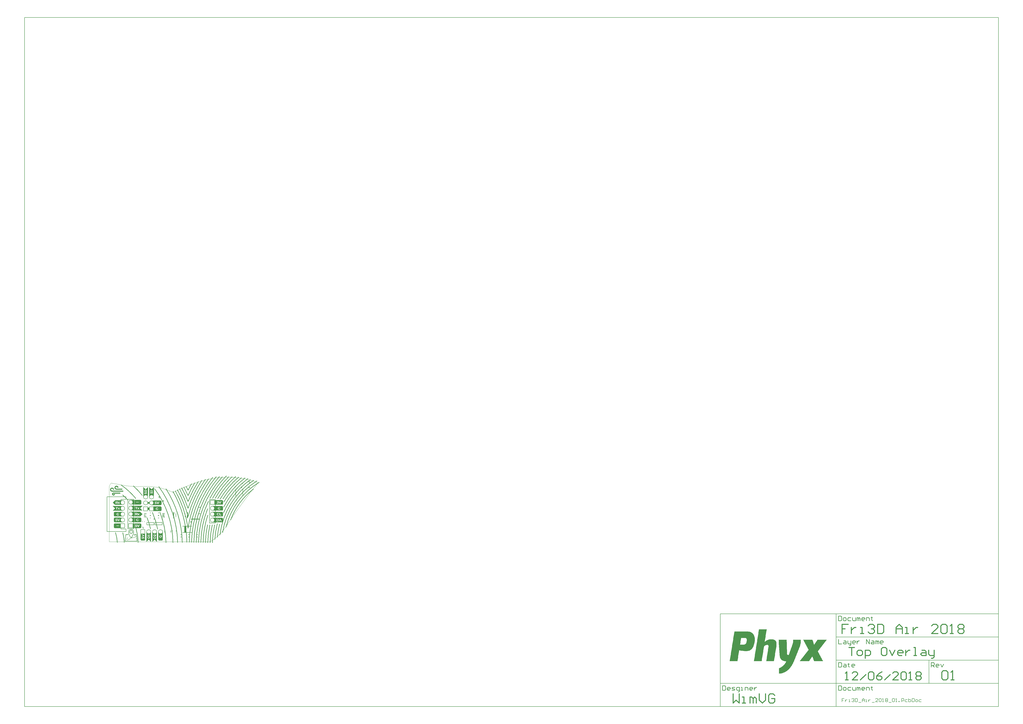
<source format=gto>
G04*
G04 #@! TF.GenerationSoftware,Altium Limited,Altium Designer,18.1.6 (161)*
G04*
G04 Layer_Color=65535*
%FSLAX25Y25*%
%MOIN*%
G70*
G01*
G75*
%ADD10C,0.00787*%
%ADD11C,0.00984*%
%ADD12C,0.00591*%
%ADD13C,0.01575*%
%ADD14R,0.03150X0.11024*%
%ADD15R,0.02756X0.01968*%
%ADD16R,0.02913X0.03150*%
%ADD17R,0.03150X0.07874*%
%ADD18C,0.00394*%
G36*
X-158759Y95207D02*
X-158718D01*
Y95166D01*
X-158677D01*
Y95207D01*
X-158635D01*
Y95166D01*
X-158594D01*
Y95207D01*
X-158553D01*
Y95166D01*
X-158512D01*
Y95207D01*
X-158471D01*
Y95166D01*
X-158347D01*
Y95125D01*
X-158306D01*
Y95166D01*
X-158265D01*
Y95125D01*
X-158224D01*
Y95083D01*
X-158183D01*
Y95125D01*
X-158224D01*
Y95166D01*
X-158183D01*
Y95125D01*
X-158142D01*
Y95083D01*
X-158101D01*
Y95125D01*
X-158060D01*
Y95083D01*
X-158018D01*
Y95042D01*
X-157977D01*
Y95083D01*
X-157936D01*
Y95042D01*
X-157895D01*
Y95001D01*
X-157772D01*
Y94960D01*
X-157730D01*
Y95001D01*
X-157689D01*
Y94960D01*
X-157648D01*
Y94919D01*
X-157607D01*
Y94878D01*
X-157566D01*
Y94836D01*
X-157525D01*
Y94878D01*
X-157566D01*
Y94919D01*
X-157525D01*
Y94878D01*
X-157483D01*
Y94836D01*
X-157360D01*
Y94795D01*
X-157319D01*
Y94754D01*
X-157278D01*
Y94713D01*
X-157237D01*
Y94672D01*
X-157195D01*
Y94713D01*
X-157154D01*
Y94672D01*
X-157113D01*
Y94631D01*
X-157072D01*
Y94590D01*
X-157031D01*
Y94548D01*
X-156990D01*
Y94507D01*
X-156866D01*
Y94466D01*
X-156825D01*
Y94425D01*
X-156784D01*
Y94384D01*
X-156743D01*
Y94343D01*
X-156702D01*
Y94302D01*
X-156661D01*
Y94261D01*
X-156620D01*
Y94219D01*
X-156578D01*
Y94178D01*
X-156537D01*
Y94137D01*
X-156496D01*
Y94096D01*
X-156455D01*
Y94055D01*
X-156414D01*
Y94014D01*
X-156373D01*
Y93972D01*
Y93931D01*
X-156290D01*
Y93890D01*
X-156332D01*
Y93849D01*
X-156290D01*
Y93808D01*
X-156249D01*
Y93767D01*
X-156208D01*
Y93726D01*
X-156167D01*
Y93685D01*
X-156126D01*
Y93643D01*
X-156167D01*
Y93602D01*
X-156126D01*
Y93561D01*
X-156085D01*
Y93520D01*
X-156044D01*
Y93479D01*
Y93438D01*
X-156002D01*
Y93397D01*
Y93355D01*
X-155961D01*
Y93314D01*
X-156002D01*
Y93273D01*
X-155961D01*
Y93232D01*
X-155920D01*
Y93191D01*
X-155879D01*
Y93150D01*
Y93108D01*
Y93067D01*
X-155838D01*
Y93026D01*
X-155797D01*
Y92985D01*
X-155838D01*
Y92944D01*
X-155797D01*
Y92903D01*
Y92862D01*
Y92821D01*
X-155755D01*
Y92779D01*
Y92738D01*
Y92697D01*
X-155714D01*
Y92656D01*
X-155755D01*
Y92615D01*
X-155714D01*
Y92574D01*
X-155755D01*
Y92532D01*
X-155714D01*
Y92491D01*
X-155673D01*
Y92450D01*
X-155632D01*
Y92409D01*
X-155673D01*
Y92450D01*
X-155714D01*
Y92409D01*
X-155673D01*
Y92368D01*
X-155632D01*
Y92327D01*
X-155673D01*
Y92286D01*
X-155632D01*
Y92244D01*
X-155673D01*
Y92203D01*
X-155632D01*
Y92162D01*
X-155673D01*
Y92121D01*
X-155632D01*
Y92080D01*
X-155673D01*
Y92039D01*
X-155632D01*
Y91998D01*
X-155673D01*
Y91956D01*
X-155632D01*
Y91915D01*
X-155673D01*
Y91874D01*
X-155714D01*
Y91915D01*
X-155755D01*
Y91874D01*
X-155714D01*
Y91833D01*
X-155755D01*
Y91874D01*
X-155797D01*
Y91915D01*
X-155838D01*
Y91874D01*
X-155879D01*
Y91915D01*
X-155920D01*
Y91874D01*
X-155879D01*
Y91833D01*
X-155920D01*
Y91874D01*
X-155961D01*
Y91915D01*
X-156002D01*
Y91874D01*
X-156044D01*
Y91915D01*
X-156085D01*
Y91874D01*
X-156126D01*
Y91915D01*
X-156167D01*
Y91874D01*
X-156208D01*
Y91915D01*
X-156249D01*
Y91874D01*
X-156208D01*
Y91833D01*
X-156249D01*
Y91874D01*
X-156290D01*
Y91915D01*
X-156332D01*
Y91874D01*
X-156373D01*
Y91915D01*
X-156414D01*
Y91874D01*
X-156373D01*
Y91833D01*
X-156414D01*
Y91874D01*
X-156455D01*
Y91915D01*
X-156496D01*
Y91874D01*
X-156537D01*
Y91915D01*
X-156578D01*
Y91874D01*
X-156537D01*
Y91833D01*
X-156578D01*
Y91874D01*
X-156620D01*
Y91915D01*
X-156661D01*
Y91874D01*
X-156702D01*
Y91915D01*
X-156743D01*
Y91874D01*
X-156784D01*
Y91915D01*
X-156825D01*
Y91874D01*
X-156866D01*
Y91915D01*
X-156907D01*
Y91874D01*
X-156866D01*
Y91833D01*
X-156907D01*
Y91874D01*
X-156949D01*
Y91915D01*
X-156990D01*
Y91874D01*
X-157031D01*
Y91915D01*
X-157072D01*
Y91874D01*
X-157031D01*
Y91833D01*
X-157072D01*
Y91874D01*
X-157113D01*
Y91915D01*
X-157154D01*
Y91874D01*
X-157195D01*
Y91915D01*
X-157237D01*
Y91874D01*
X-157195D01*
Y91833D01*
X-157237D01*
Y91874D01*
X-157278D01*
Y91915D01*
X-157319D01*
Y91956D01*
X-157278D01*
Y91998D01*
X-157319D01*
Y92039D01*
Y92080D01*
Y92121D01*
Y92162D01*
Y92203D01*
X-157360D01*
Y92244D01*
X-157319D01*
Y92286D01*
X-157360D01*
Y92327D01*
X-157401D01*
Y92368D01*
X-157360D01*
Y92409D01*
X-157401D01*
Y92450D01*
X-157442D01*
Y92491D01*
X-157401D01*
Y92532D01*
X-157442D01*
Y92574D01*
X-157483D01*
Y92615D01*
X-157442D01*
Y92656D01*
X-157483D01*
Y92697D01*
X-157525D01*
Y92738D01*
X-157566D01*
Y92779D01*
X-157607D01*
Y92821D01*
X-157648D01*
Y92862D01*
X-157607D01*
Y92903D01*
X-157648D01*
Y92944D01*
X-157689D01*
Y92985D01*
X-157730D01*
Y93026D01*
X-157772D01*
Y93067D01*
X-157813D01*
Y93108D01*
X-157854D01*
Y93150D01*
X-157936D01*
Y93191D01*
Y93232D01*
X-158060D01*
Y93273D01*
X-158101D01*
Y93314D01*
X-158142D01*
Y93355D01*
X-158183D01*
Y93397D01*
X-158306D01*
Y93438D01*
X-158430D01*
Y93479D01*
X-158635D01*
Y93520D01*
X-158677D01*
Y93561D01*
X-158718D01*
Y93520D01*
X-158677D01*
Y93479D01*
X-158718D01*
Y93520D01*
X-158759D01*
Y93561D01*
X-158800D01*
Y93520D01*
X-158841D01*
Y93561D01*
X-158965D01*
Y93520D01*
X-159006D01*
Y93561D01*
X-159047D01*
Y93520D01*
X-159088D01*
Y93561D01*
X-159129D01*
Y93520D01*
X-159170D01*
Y93561D01*
X-159212D01*
Y93520D01*
X-159170D01*
Y93479D01*
X-159212D01*
Y93520D01*
X-159253D01*
Y93479D01*
X-159294D01*
Y93520D01*
X-159335D01*
Y93561D01*
X-159376D01*
Y93520D01*
X-159335D01*
Y93479D01*
X-159458D01*
Y93438D01*
X-159500D01*
Y93479D01*
X-159541D01*
Y93438D01*
X-159582D01*
Y93397D01*
X-159705D01*
Y93355D01*
X-159746D01*
Y93314D01*
X-159870D01*
Y93273D01*
X-159911D01*
Y93232D01*
X-159952D01*
Y93191D01*
X-159993D01*
Y93150D01*
X-160034D01*
Y93108D01*
X-160075D01*
Y93150D01*
X-160117D01*
Y93108D01*
X-160075D01*
Y93067D01*
X-160117D01*
Y93026D01*
X-160158D01*
Y93067D01*
X-160199D01*
Y93026D01*
X-160158D01*
Y92985D01*
X-160199D01*
Y92944D01*
X-160240D01*
Y92903D01*
X-160281D01*
Y92862D01*
X-160322D01*
Y92821D01*
X-160364D01*
Y92779D01*
X-160405D01*
Y92738D01*
Y92697D01*
Y92656D01*
X-160446D01*
Y92615D01*
Y92574D01*
X-160528D01*
Y92532D01*
X-160487D01*
Y92491D01*
X-160528D01*
Y92450D01*
Y92409D01*
Y92368D01*
X-160569D01*
Y92327D01*
X-160610D01*
Y92286D01*
X-160569D01*
Y92244D01*
X-160610D01*
Y92203D01*
X-160569D01*
Y92162D01*
X-160610D01*
Y92121D01*
X-160569D01*
Y92080D01*
X-160610D01*
Y92039D01*
Y91998D01*
Y91956D01*
Y91915D01*
Y91874D01*
Y91833D01*
Y91792D01*
X-160569D01*
Y91751D01*
X-160610D01*
Y91710D01*
X-160569D01*
Y91668D01*
X-160610D01*
Y91627D01*
X-160569D01*
Y91586D01*
X-160610D01*
Y91545D01*
X-160569D01*
Y91504D01*
X-160610D01*
Y91463D01*
X-160569D01*
Y91422D01*
X-160528D01*
Y91380D01*
X-160487D01*
Y91339D01*
X-160528D01*
Y91298D01*
X-160487D01*
Y91257D01*
X-160528D01*
Y91216D01*
X-160487D01*
Y91175D01*
X-160446D01*
Y91134D01*
X-160405D01*
Y91092D01*
Y91051D01*
X-160322D01*
Y91010D01*
X-160364D01*
Y90969D01*
X-160322D01*
Y90928D01*
X-160281D01*
Y90887D01*
X-160240D01*
Y90846D01*
X-160199D01*
Y90804D01*
X-160158D01*
Y90763D01*
X-160199D01*
Y90722D01*
X-160075D01*
Y90681D01*
X-160034D01*
Y90640D01*
X-159993D01*
Y90599D01*
X-159952D01*
Y90558D01*
X-159911D01*
Y90516D01*
X-159870D01*
Y90475D01*
X-159746D01*
Y90434D01*
X-159705D01*
Y90393D01*
X-159664D01*
Y90352D01*
X-159623D01*
Y90311D01*
X-159582D01*
Y90352D01*
X-159623D01*
Y90393D01*
X-159582D01*
Y90352D01*
X-159541D01*
Y90311D01*
X-159417D01*
Y90270D01*
X-159376D01*
Y90228D01*
X-159335D01*
Y90270D01*
X-159376D01*
Y90311D01*
X-159335D01*
Y90270D01*
X-159294D01*
Y90228D01*
X-159253D01*
Y90270D01*
X-159212D01*
Y90228D01*
X-159170D01*
Y90270D01*
X-159129D01*
Y90228D01*
X-148967D01*
Y90187D01*
X-149008D01*
Y90146D01*
X-148967D01*
Y90105D01*
X-149008D01*
Y90064D01*
X-148967D01*
Y90023D01*
X-149008D01*
Y89982D01*
X-148967D01*
Y89940D01*
X-149008D01*
Y89899D01*
X-148967D01*
Y89858D01*
X-149008D01*
Y89817D01*
X-148967D01*
Y89776D01*
X-149008D01*
Y89735D01*
X-148967D01*
Y89694D01*
X-149008D01*
Y89652D01*
X-148967D01*
Y89611D01*
X-149008D01*
Y89570D01*
X-148967D01*
Y89529D01*
X-149008D01*
Y89488D01*
X-148967D01*
Y89447D01*
X-149008D01*
Y89406D01*
X-148967D01*
Y89364D01*
X-149008D01*
Y89323D01*
X-148967D01*
Y89282D01*
X-149008D01*
Y89241D01*
X-148967D01*
Y89200D01*
X-149008D01*
Y89159D01*
X-148967D01*
Y89118D01*
X-149008D01*
Y89076D01*
X-148967D01*
Y89035D01*
X-149008D01*
Y88994D01*
X-148967D01*
Y88953D01*
X-149008D01*
Y88912D01*
X-148967D01*
Y88871D01*
X-149008D01*
Y88829D01*
X-148967D01*
Y88788D01*
X-149008D01*
Y88747D01*
X-148967D01*
Y88706D01*
X-149008D01*
Y88665D01*
X-148967D01*
Y88624D01*
X-149008D01*
Y88583D01*
X-149049D01*
Y88542D01*
X-149090D01*
Y88583D01*
X-149131D01*
Y88542D01*
X-149172D01*
Y88583D01*
X-149214D01*
Y88542D01*
X-149255D01*
Y88583D01*
X-149296D01*
Y88542D01*
X-149337D01*
Y88583D01*
X-149378D01*
Y88542D01*
X-149419D01*
Y88583D01*
X-149460D01*
Y88542D01*
X-149502D01*
Y88583D01*
X-149543D01*
Y88542D01*
X-149584D01*
Y88583D01*
X-149625D01*
Y88542D01*
X-149666D01*
Y88583D01*
X-149707D01*
Y88542D01*
X-149749D01*
Y88583D01*
X-149790D01*
Y88542D01*
X-149831D01*
Y88583D01*
X-149872D01*
Y88542D01*
X-149913D01*
Y88583D01*
X-149954D01*
Y88542D01*
X-149995D01*
Y88583D01*
X-150037D01*
Y88542D01*
X-150078D01*
Y88583D01*
X-150119D01*
Y88542D01*
X-150160D01*
Y88583D01*
X-150201D01*
Y88542D01*
X-150242D01*
Y88583D01*
X-150283D01*
Y88542D01*
X-150324D01*
Y88583D01*
X-150366D01*
Y88542D01*
X-150407D01*
Y88583D01*
X-150448D01*
Y88542D01*
X-150489D01*
Y88583D01*
X-150530D01*
Y88542D01*
X-150571D01*
Y88583D01*
X-150612D01*
Y88542D01*
X-150654D01*
Y88583D01*
X-150695D01*
Y88542D01*
X-150736D01*
Y88583D01*
X-150777D01*
Y88542D01*
X-150818D01*
Y88583D01*
X-150859D01*
Y88542D01*
X-150900D01*
Y88583D01*
X-150942D01*
Y88542D01*
X-150983D01*
Y88583D01*
X-151024D01*
Y88542D01*
X-151065D01*
Y88583D01*
X-151106D01*
Y88542D01*
X-151147D01*
Y88583D01*
X-151189D01*
Y88542D01*
X-151230D01*
Y88583D01*
X-151271D01*
Y88542D01*
X-151312D01*
Y88583D01*
X-151353D01*
Y88542D01*
X-151394D01*
Y88583D01*
X-151435D01*
Y88542D01*
X-151477D01*
Y88583D01*
X-151518D01*
Y88542D01*
X-151559D01*
Y88583D01*
X-151600D01*
Y88542D01*
X-151641D01*
Y88583D01*
X-151682D01*
Y88542D01*
X-151723D01*
Y88583D01*
X-151765D01*
Y88542D01*
X-151806D01*
Y88583D01*
X-151847D01*
Y88542D01*
X-151888D01*
Y88583D01*
X-151929D01*
Y88542D01*
X-151970D01*
Y88583D01*
X-152011D01*
Y88542D01*
X-152053D01*
Y88583D01*
X-152094D01*
Y88542D01*
X-152135D01*
Y88583D01*
X-152176D01*
Y88542D01*
X-152217D01*
Y88583D01*
X-152258D01*
Y88542D01*
X-152299D01*
Y88583D01*
X-152341D01*
Y88542D01*
X-152382D01*
Y88583D01*
X-152423D01*
Y88542D01*
X-152464D01*
Y88583D01*
X-152505D01*
Y88542D01*
X-152546D01*
Y88583D01*
X-152587D01*
Y88542D01*
X-152629D01*
Y88583D01*
X-152670D01*
Y88542D01*
X-152711D01*
Y88583D01*
X-152752D01*
Y88542D01*
X-152793D01*
Y88583D01*
X-152834D01*
Y88542D01*
X-152875D01*
Y88583D01*
X-152917D01*
Y88542D01*
X-152958D01*
Y88583D01*
X-152999D01*
Y88542D01*
X-153040D01*
Y88583D01*
X-153081D01*
Y88542D01*
X-153122D01*
Y88583D01*
X-153163D01*
Y88542D01*
X-153205D01*
Y88583D01*
X-153246D01*
Y88542D01*
X-153287D01*
Y88583D01*
X-153328D01*
Y88542D01*
X-153369D01*
Y88583D01*
X-153410D01*
Y88542D01*
X-153451D01*
Y88583D01*
X-153493D01*
Y88542D01*
X-153534D01*
Y88583D01*
X-153575D01*
Y88542D01*
X-153616D01*
Y88583D01*
X-153657D01*
Y88542D01*
X-153698D01*
Y88583D01*
X-153739D01*
Y88542D01*
X-153781D01*
Y88583D01*
X-153822D01*
Y88542D01*
X-153863D01*
Y88583D01*
X-153904D01*
Y88542D01*
X-153945D01*
Y88583D01*
X-153986D01*
Y88542D01*
X-154027D01*
Y88583D01*
X-154069D01*
Y88542D01*
X-154110D01*
Y88583D01*
X-154151D01*
Y88542D01*
X-154192D01*
Y88583D01*
X-154233D01*
Y88542D01*
X-154274D01*
Y88583D01*
X-154315D01*
Y88542D01*
X-154357D01*
Y88583D01*
X-154398D01*
Y88542D01*
X-154439D01*
Y88583D01*
X-154480D01*
Y88542D01*
X-154521D01*
Y88583D01*
X-154562D01*
Y88542D01*
X-154604D01*
Y88583D01*
X-154645D01*
Y88542D01*
X-154686D01*
Y88583D01*
X-154727D01*
Y88542D01*
X-154768D01*
Y88583D01*
X-154809D01*
Y88542D01*
X-154850D01*
Y88583D01*
X-154892D01*
Y88542D01*
X-154933D01*
Y88583D01*
X-154974D01*
Y88542D01*
X-155015D01*
Y88583D01*
X-155056D01*
Y88542D01*
X-155097D01*
Y88583D01*
X-155138D01*
Y88542D01*
X-155180D01*
Y88583D01*
X-155221D01*
Y88542D01*
X-155262D01*
Y88583D01*
X-155303D01*
Y88542D01*
X-155344D01*
Y88583D01*
X-155385D01*
Y88542D01*
X-155426D01*
Y88583D01*
X-155467D01*
Y88542D01*
X-155509D01*
Y88583D01*
X-155550D01*
Y88542D01*
X-155591D01*
Y88583D01*
X-155632D01*
Y88542D01*
X-155673D01*
Y88583D01*
X-155714D01*
Y88542D01*
X-155755D01*
Y88583D01*
X-155797D01*
Y88542D01*
X-155838D01*
Y88583D01*
X-155879D01*
Y88542D01*
X-155920D01*
Y88583D01*
X-155961D01*
Y88542D01*
X-156002D01*
Y88583D01*
X-156044D01*
Y88542D01*
X-156085D01*
Y88583D01*
X-156126D01*
Y88542D01*
X-156167D01*
Y88583D01*
X-156208D01*
Y88542D01*
X-156249D01*
Y88583D01*
X-156290D01*
Y88542D01*
X-156332D01*
Y88583D01*
X-156373D01*
Y88542D01*
X-156414D01*
Y88583D01*
X-156455D01*
Y88542D01*
X-156496D01*
Y88583D01*
X-156537D01*
Y88542D01*
X-156578D01*
Y88583D01*
X-156620D01*
Y88542D01*
X-156661D01*
Y88583D01*
X-156702D01*
Y88542D01*
X-156743D01*
Y88583D01*
X-156784D01*
Y88542D01*
X-156825D01*
Y88583D01*
X-156866D01*
Y88542D01*
X-156907D01*
Y88583D01*
X-156949D01*
Y88542D01*
X-156990D01*
Y88583D01*
X-157031D01*
Y88542D01*
X-157072D01*
Y88583D01*
X-157113D01*
Y88542D01*
X-157154D01*
Y88583D01*
X-157195D01*
Y88542D01*
X-157237D01*
Y88583D01*
X-157278D01*
Y88542D01*
X-157319D01*
Y88583D01*
X-157360D01*
Y88542D01*
X-157401D01*
Y88583D01*
X-157442D01*
Y88542D01*
X-157483D01*
Y88583D01*
X-157525D01*
Y88542D01*
X-157566D01*
Y88583D01*
X-157607D01*
Y88542D01*
X-157648D01*
Y88583D01*
X-157689D01*
Y88542D01*
X-157730D01*
Y88583D01*
X-157772D01*
Y88542D01*
X-157813D01*
Y88583D01*
X-157854D01*
Y88542D01*
X-157895D01*
Y88583D01*
X-157936D01*
Y88542D01*
X-157977D01*
Y88583D01*
X-158018D01*
Y88542D01*
X-158060D01*
Y88583D01*
X-158101D01*
Y88542D01*
X-158142D01*
Y88583D01*
X-158183D01*
Y88542D01*
X-158224D01*
Y88583D01*
X-158265D01*
Y88542D01*
X-158306D01*
Y88583D01*
X-158347D01*
Y88542D01*
X-158389D01*
Y88583D01*
X-158430D01*
Y88542D01*
X-158471D01*
Y88583D01*
X-158512D01*
Y88542D01*
X-158553D01*
Y88583D01*
X-158594D01*
Y88542D01*
X-158635D01*
Y88583D01*
X-158677D01*
Y88542D01*
X-158718D01*
Y88583D01*
X-158759D01*
Y88542D01*
X-158800D01*
Y88583D01*
X-158841D01*
Y88542D01*
X-158882D01*
Y88583D01*
X-158923D01*
Y88542D01*
X-158965D01*
Y88583D01*
X-159006D01*
Y88542D01*
X-159047D01*
Y88583D01*
X-159088D01*
Y88542D01*
X-159129D01*
Y88583D01*
X-159170D01*
Y88624D01*
X-159212D01*
Y88583D01*
X-159170D01*
Y88542D01*
X-159212D01*
Y88583D01*
X-159253D01*
Y88624D01*
X-159294D01*
Y88583D01*
X-159253D01*
Y88542D01*
X-159294D01*
Y88583D01*
X-159335D01*
Y88624D01*
X-159376D01*
Y88583D01*
X-159335D01*
Y88542D01*
X-159376D01*
Y88583D01*
X-159417D01*
Y88624D01*
X-159458D01*
Y88583D01*
X-159500D01*
Y88624D01*
X-159705D01*
Y88665D01*
X-159746D01*
Y88706D01*
X-159788D01*
Y88665D01*
X-159746D01*
Y88624D01*
X-159788D01*
Y88665D01*
X-159829D01*
Y88706D01*
X-159870D01*
Y88665D01*
X-159911D01*
Y88706D01*
X-159952D01*
Y88747D01*
X-159993D01*
Y88706D01*
X-160034D01*
Y88747D01*
X-160075D01*
Y88788D01*
X-160199D01*
Y88829D01*
X-160240D01*
Y88788D01*
X-160281D01*
Y88829D01*
X-160322D01*
Y88871D01*
X-160446D01*
Y88912D01*
X-160487D01*
Y88953D01*
X-160528D01*
Y88994D01*
X-160569D01*
Y89035D01*
X-160610D01*
Y88994D01*
X-160569D01*
Y88953D01*
X-160610D01*
Y88994D01*
X-160652D01*
Y89035D01*
X-160693D01*
Y89076D01*
X-160734D01*
Y89118D01*
X-160857D01*
Y89159D01*
X-160898D01*
Y89200D01*
X-160940D01*
Y89241D01*
X-160981D01*
Y89282D01*
X-161022D01*
Y89323D01*
X-161063D01*
Y89364D01*
X-161186D01*
Y89406D01*
X-161145D01*
Y89447D01*
X-161269D01*
Y89488D01*
X-161310D01*
Y89529D01*
X-161351D01*
Y89570D01*
X-161310D01*
Y89611D01*
X-161433D01*
Y89652D01*
X-161392D01*
Y89694D01*
X-161516D01*
Y89735D01*
X-161474D01*
Y89776D01*
X-161598D01*
Y89817D01*
X-161557D01*
Y89858D01*
X-161598D01*
Y89899D01*
X-161639D01*
Y89940D01*
X-161680D01*
Y89982D01*
X-161721D01*
Y90023D01*
X-161762D01*
Y90064D01*
X-161721D01*
Y90105D01*
X-161762D01*
Y90146D01*
X-161804D01*
Y90187D01*
X-161845D01*
Y90228D01*
X-161804D01*
Y90270D01*
X-161927D01*
Y90311D01*
X-161886D01*
Y90352D01*
X-161927D01*
Y90393D01*
X-161968D01*
Y90434D01*
Y90475D01*
Y90516D01*
X-162009D01*
Y90558D01*
Y90599D01*
Y90640D01*
X-162050D01*
Y90681D01*
X-162092D01*
Y90722D01*
X-162050D01*
Y90763D01*
X-162092D01*
Y90804D01*
X-162133D01*
Y90846D01*
X-162174D01*
Y90887D01*
X-162133D01*
Y90928D01*
X-162174D01*
Y90969D01*
X-162133D01*
Y91010D01*
X-162174D01*
Y91051D01*
Y91092D01*
Y91134D01*
X-162215D01*
Y91175D01*
X-162256D01*
Y91216D01*
X-162215D01*
Y91257D01*
X-162256D01*
Y91298D01*
X-162215D01*
Y91339D01*
X-162256D01*
Y91380D01*
X-162215D01*
Y91422D01*
X-162256D01*
Y91463D01*
X-162297D01*
Y91504D01*
X-162256D01*
Y91545D01*
X-162297D01*
Y91586D01*
X-162256D01*
Y91627D01*
X-162297D01*
Y91668D01*
X-162256D01*
Y91710D01*
X-162297D01*
Y91751D01*
Y91792D01*
Y91833D01*
X-162338D01*
Y91874D01*
X-162297D01*
Y91915D01*
Y91956D01*
Y91998D01*
X-162338D01*
Y92039D01*
X-162297D01*
Y92080D01*
Y92121D01*
Y92162D01*
X-162256D01*
Y92203D01*
X-162297D01*
Y92244D01*
X-162256D01*
Y92286D01*
X-162215D01*
Y92327D01*
X-162256D01*
Y92368D01*
X-162215D01*
Y92409D01*
X-162256D01*
Y92450D01*
X-162215D01*
Y92491D01*
X-162256D01*
Y92532D01*
X-162215D01*
Y92574D01*
X-162256D01*
Y92615D01*
X-162215D01*
Y92656D01*
X-162174D01*
Y92697D01*
X-162133D01*
Y92738D01*
X-162174D01*
Y92779D01*
X-162133D01*
Y92821D01*
X-162174D01*
Y92862D01*
X-162133D01*
Y92903D01*
Y92944D01*
Y92985D01*
X-162092D01*
Y93026D01*
X-162050D01*
Y93067D01*
X-162092D01*
Y93108D01*
X-162050D01*
Y93150D01*
X-162009D01*
Y93191D01*
X-161968D01*
Y93232D01*
X-162009D01*
Y93273D01*
X-161968D01*
Y93314D01*
X-161927D01*
Y93355D01*
Y93397D01*
Y93438D01*
X-161886D01*
Y93479D01*
Y93520D01*
X-161804D01*
Y93561D01*
X-161845D01*
Y93602D01*
X-161804D01*
Y93643D01*
X-161762D01*
Y93685D01*
X-161721D01*
Y93726D01*
X-161762D01*
Y93767D01*
X-161721D01*
Y93808D01*
X-161680D01*
Y93849D01*
X-161639D01*
Y93890D01*
X-161598D01*
Y93931D01*
X-161557D01*
Y93972D01*
X-161516D01*
Y94014D01*
X-161474D01*
Y94055D01*
Y94096D01*
X-161392D01*
Y94137D01*
X-161433D01*
Y94178D01*
X-161310D01*
Y94219D01*
X-161351D01*
Y94261D01*
X-161228D01*
Y94302D01*
X-161269D01*
Y94343D01*
X-161145D01*
Y94384D01*
Y94425D01*
X-161063D01*
Y94466D01*
X-161022D01*
Y94507D01*
X-160981D01*
Y94548D01*
X-160940D01*
Y94590D01*
X-160898D01*
Y94631D01*
X-160857D01*
Y94672D01*
X-160734D01*
Y94713D01*
X-160693D01*
Y94754D01*
X-160569D01*
Y94795D01*
X-160528D01*
Y94836D01*
X-160487D01*
Y94878D01*
X-160446D01*
Y94836D01*
X-160405D01*
Y94878D01*
X-160446D01*
Y94919D01*
X-160405D01*
Y94878D01*
X-160364D01*
Y94919D01*
X-160240D01*
Y94960D01*
X-160199D01*
Y95001D01*
X-160075D01*
Y95042D01*
X-160034D01*
Y95001D01*
X-159993D01*
Y95042D01*
X-159952D01*
Y95083D01*
X-159829D01*
Y95125D01*
X-159788D01*
Y95083D01*
X-159746D01*
Y95125D01*
X-159705D01*
Y95166D01*
X-159664D01*
Y95125D01*
X-159623D01*
Y95166D01*
X-159417D01*
Y95207D01*
X-159376D01*
Y95166D01*
X-159335D01*
Y95207D01*
X-159294D01*
Y95166D01*
X-159253D01*
Y95207D01*
X-159212D01*
Y95166D01*
X-159170D01*
Y95207D01*
X-159129D01*
Y95166D01*
X-159088D01*
Y95207D01*
X-159129D01*
Y95248D01*
X-159088D01*
Y95207D01*
X-159047D01*
Y95166D01*
X-159006D01*
Y95207D01*
X-159047D01*
Y95248D01*
X-159006D01*
Y95207D01*
X-158965D01*
Y95166D01*
X-158923D01*
Y95207D01*
X-158965D01*
Y95248D01*
X-158923D01*
Y95207D01*
X-158882D01*
Y95166D01*
X-158841D01*
Y95207D01*
X-158882D01*
Y95248D01*
X-158841D01*
Y95207D01*
X-158800D01*
Y95166D01*
X-158759D01*
Y95207D01*
X-158800D01*
Y95248D01*
X-158759D01*
Y95207D01*
D02*
G37*
G36*
X-156949Y94548D02*
X-156990D01*
Y94590D01*
X-156949D01*
Y94548D01*
D02*
G37*
G36*
X-156208Y93808D02*
X-156249D01*
Y93849D01*
X-156208D01*
Y93808D01*
D02*
G37*
G36*
X-158841Y93479D02*
X-158882D01*
Y93520D01*
X-158841D01*
Y93479D01*
D02*
G37*
G36*
X-158183Y93314D02*
X-158224D01*
Y93355D01*
X-158183D01*
Y93314D01*
D02*
G37*
G36*
X-166370Y91874D02*
X-166083D01*
Y91833D01*
X-166041D01*
Y91874D01*
X-166000D01*
Y91833D01*
X-165959D01*
Y91874D01*
X-165918D01*
Y91833D01*
X-165877D01*
Y91792D01*
X-165836D01*
Y91833D01*
X-165877D01*
Y91874D01*
X-165836D01*
Y91833D01*
X-165795D01*
Y91792D01*
X-165671D01*
Y91751D01*
X-165630D01*
Y91792D01*
X-165589D01*
Y91751D01*
X-165548D01*
Y91792D01*
X-165506D01*
Y91751D01*
X-165465D01*
Y91710D01*
X-165342D01*
Y91668D01*
X-165301D01*
Y91710D01*
X-165260D01*
Y91668D01*
X-165218D01*
Y91627D01*
X-165095D01*
Y91586D01*
X-165054D01*
Y91545D01*
X-164930D01*
Y91504D01*
X-164889D01*
Y91463D01*
X-164766D01*
Y91422D01*
X-164725D01*
Y91380D01*
X-164684D01*
Y91339D01*
X-164643D01*
Y91298D01*
X-164519D01*
Y91257D01*
X-164478D01*
Y91216D01*
X-164437D01*
Y91175D01*
X-164396D01*
Y91134D01*
X-164355D01*
Y91092D01*
X-164313D01*
Y91051D01*
X-164190D01*
Y91010D01*
X-164231D01*
Y90969D01*
X-164108D01*
Y90928D01*
X-164149D01*
Y90887D01*
X-164025D01*
Y90846D01*
X-164067D01*
Y90804D01*
X-163984D01*
Y90763D01*
Y90722D01*
X-163943D01*
Y90681D01*
X-163902D01*
Y90640D01*
X-163861D01*
Y90599D01*
X-163820D01*
Y90558D01*
X-163778D01*
Y90516D01*
X-163737D01*
Y90475D01*
X-163696D01*
Y90434D01*
Y90393D01*
X-163614D01*
Y90352D01*
X-163655D01*
Y90311D01*
X-163614D01*
Y90270D01*
X-163573D01*
Y90228D01*
X-163532D01*
Y90187D01*
X-163573D01*
Y90146D01*
X-163532D01*
Y90105D01*
X-163490D01*
Y90064D01*
X-163449D01*
Y90023D01*
X-163490D01*
Y89982D01*
X-163449D01*
Y89940D01*
X-163408D01*
Y89899D01*
X-163367D01*
Y89858D01*
X-163408D01*
Y89817D01*
X-163367D01*
Y89776D01*
Y89735D01*
X-163326D01*
Y89694D01*
Y89652D01*
X-163285D01*
Y89611D01*
X-163326D01*
Y89570D01*
X-163285D01*
Y89529D01*
X-163244D01*
Y89488D01*
Y89447D01*
Y89406D01*
X-163203D01*
Y89364D01*
X-163244D01*
Y89323D01*
X-163203D01*
Y89282D01*
Y89241D01*
Y89200D01*
X-163161D01*
Y89159D01*
X-163203D01*
Y89118D01*
X-163161D01*
Y89076D01*
X-163120D01*
Y89035D01*
X-163161D01*
Y88994D01*
Y88953D01*
Y88912D01*
X-163120D01*
Y88871D01*
X-163161D01*
Y88829D01*
X-163120D01*
Y88788D01*
X-163161D01*
Y88747D01*
X-163120D01*
Y88706D01*
X-163161D01*
Y88665D01*
X-163120D01*
Y88624D01*
X-163161D01*
Y88583D01*
X-163120D01*
Y88542D01*
X-163244D01*
Y88583D01*
X-163285D01*
Y88542D01*
X-163326D01*
Y88583D01*
X-163367D01*
Y88542D01*
X-163408D01*
Y88583D01*
X-163449D01*
Y88542D01*
X-163573D01*
Y88583D01*
X-163614D01*
Y88542D01*
X-163655D01*
Y88583D01*
X-163696D01*
Y88542D01*
X-163737D01*
Y88583D01*
X-163778D01*
Y88542D01*
X-163902D01*
Y88583D01*
X-163943D01*
Y88542D01*
X-163984D01*
Y88583D01*
X-164025D01*
Y88542D01*
X-164067D01*
Y88583D01*
X-164108D01*
Y88542D01*
X-164231D01*
Y88583D01*
X-164272D01*
Y88542D01*
X-164313D01*
Y88583D01*
X-164355D01*
Y88542D01*
X-164396D01*
Y88583D01*
X-164437D01*
Y88542D01*
X-164560D01*
Y88583D01*
X-164601D01*
Y88542D01*
X-164643D01*
Y88583D01*
X-164684D01*
Y88542D01*
X-164725D01*
Y88583D01*
X-164766D01*
Y88624D01*
X-164807D01*
Y88665D01*
X-164766D01*
Y88706D01*
X-164807D01*
Y88747D01*
X-164766D01*
Y88788D01*
X-164807D01*
Y88829D01*
X-164848D01*
Y88871D01*
X-164807D01*
Y88912D01*
X-164848D01*
Y88953D01*
X-164889D01*
Y88994D01*
X-164848D01*
Y89035D01*
X-164889D01*
Y89076D01*
X-164848D01*
Y89118D01*
X-164889D01*
Y89159D01*
X-164930D01*
Y89200D01*
X-164972D01*
Y89241D01*
X-164930D01*
Y89282D01*
X-164972D01*
Y89323D01*
X-165013D01*
Y89364D01*
X-165054D01*
Y89406D01*
X-165013D01*
Y89447D01*
X-165054D01*
Y89488D01*
X-165095D01*
Y89529D01*
X-165136D01*
Y89570D01*
X-165177D01*
Y89611D01*
X-165218D01*
Y89652D01*
X-165177D01*
Y89694D01*
X-165301D01*
Y89735D01*
X-165260D01*
Y89776D01*
X-165383D01*
Y89817D01*
X-165424D01*
Y89858D01*
X-165465D01*
Y89899D01*
X-165506D01*
Y89940D01*
X-165548D01*
Y89982D01*
X-165671D01*
Y90023D01*
X-165712D01*
Y90064D01*
X-165753D01*
Y90105D01*
X-165959D01*
Y90146D01*
X-166000D01*
Y90187D01*
X-166041D01*
Y90146D01*
X-166083D01*
Y90187D01*
X-166288D01*
Y90228D01*
X-166329D01*
Y90187D01*
X-166370D01*
Y90228D01*
X-166412D01*
Y90270D01*
X-166453D01*
Y90228D01*
X-166412D01*
Y90187D01*
X-166453D01*
Y90228D01*
X-166494D01*
Y90187D01*
X-166535D01*
Y90228D01*
X-166576D01*
Y90270D01*
X-166617D01*
Y90228D01*
X-166576D01*
Y90187D01*
X-166864D01*
Y90146D01*
X-166988D01*
Y90105D01*
X-167111D01*
Y90064D01*
X-167152D01*
Y90023D01*
X-167276D01*
Y89982D01*
X-167317D01*
Y89940D01*
X-167440D01*
Y89899D01*
X-167399D01*
Y89858D01*
X-167523D01*
Y89817D01*
X-167564D01*
Y89776D01*
X-167605D01*
Y89735D01*
X-167646D01*
Y89694D01*
X-167687D01*
Y89652D01*
X-167728D01*
Y89611D01*
X-167769D01*
Y89570D01*
X-167728D01*
Y89529D01*
X-167852D01*
Y89488D01*
X-167810D01*
Y89447D01*
X-167852D01*
Y89406D01*
X-167893D01*
Y89364D01*
X-167934D01*
Y89323D01*
X-167893D01*
Y89282D01*
X-167934D01*
Y89241D01*
X-167975D01*
Y89200D01*
X-168016D01*
Y89159D01*
X-167975D01*
Y89118D01*
X-168016D01*
Y89076D01*
X-168057D01*
Y89035D01*
X-168016D01*
Y88994D01*
X-168057D01*
Y88953D01*
X-168098D01*
Y88912D01*
X-168057D01*
Y88871D01*
X-168098D01*
Y88829D01*
X-168057D01*
Y88788D01*
X-168098D01*
Y88747D01*
X-168057D01*
Y88706D01*
X-168098D01*
Y88665D01*
X-168140D01*
Y88624D01*
X-168098D01*
Y88583D01*
Y88542D01*
Y88500D01*
X-168140D01*
Y88459D01*
X-168098D01*
Y88418D01*
X-168057D01*
Y88377D01*
X-168098D01*
Y88336D01*
X-168057D01*
Y88295D01*
X-168098D01*
Y88253D01*
X-168057D01*
Y88212D01*
X-168098D01*
Y88171D01*
X-168057D01*
Y88130D01*
X-168016D01*
Y88089D01*
X-168057D01*
Y88130D01*
X-168098D01*
Y88089D01*
X-168057D01*
Y88048D01*
X-168016D01*
Y88007D01*
X-167975D01*
Y87966D01*
X-168016D01*
Y87924D01*
X-167975D01*
Y87883D01*
X-167934D01*
Y87842D01*
Y87801D01*
Y87760D01*
X-167893D01*
Y87719D01*
X-167852D01*
Y87678D01*
X-167810D01*
Y87636D01*
X-167852D01*
Y87595D01*
X-167728D01*
Y87554D01*
X-167769D01*
Y87513D01*
X-167728D01*
Y87472D01*
X-167687D01*
Y87431D01*
X-167646D01*
Y87389D01*
X-167605D01*
Y87348D01*
X-167564D01*
Y87307D01*
X-167523D01*
Y87266D01*
X-167481D01*
Y87225D01*
X-167440D01*
Y87184D01*
X-167317D01*
Y87143D01*
X-167276D01*
Y87102D01*
X-167235D01*
Y87060D01*
X-167193D01*
Y87019D01*
X-167152D01*
Y87060D01*
X-167193D01*
Y87102D01*
X-167152D01*
Y87060D01*
X-167111D01*
Y87019D01*
X-166988D01*
Y86978D01*
X-166946D01*
Y86937D01*
X-166905D01*
Y86978D01*
X-166864D01*
Y86937D01*
X-166741D01*
Y86896D01*
X-166700D01*
Y86937D01*
X-166658D01*
Y86896D01*
X-166617D01*
Y86937D01*
X-166576D01*
Y86896D01*
X-166535D01*
Y86937D01*
X-166494D01*
Y86896D01*
X-166453D01*
Y86937D01*
X-166412D01*
Y86896D01*
X-166370D01*
Y86855D01*
X-166329D01*
Y86896D01*
X-166288D01*
Y86937D01*
X-166247D01*
Y86896D01*
X-166206D01*
Y86855D01*
X-166165D01*
Y86896D01*
X-166124D01*
Y86937D01*
X-166083D01*
Y86896D01*
X-166041D01*
Y86855D01*
X-166000D01*
Y86896D01*
X-165959D01*
Y86937D01*
X-165918D01*
Y86896D01*
X-165877D01*
Y86855D01*
X-165836D01*
Y86896D01*
X-165795D01*
Y86937D01*
X-165753D01*
Y86896D01*
X-165712D01*
Y86855D01*
X-165671D01*
Y86896D01*
X-165630D01*
Y86937D01*
X-165589D01*
Y86896D01*
X-165548D01*
Y86855D01*
X-165506D01*
Y86896D01*
X-165465D01*
Y86937D01*
X-165424D01*
Y86896D01*
X-165383D01*
Y86855D01*
X-165342D01*
Y86896D01*
X-165301D01*
Y86937D01*
X-165260D01*
Y86896D01*
X-165218D01*
Y86855D01*
X-165177D01*
Y86896D01*
X-165136D01*
Y86937D01*
X-165095D01*
Y86896D01*
X-165054D01*
Y86855D01*
X-165013D01*
Y86896D01*
X-164972D01*
Y86937D01*
X-164930D01*
Y86896D01*
X-164889D01*
Y86855D01*
X-164848D01*
Y86896D01*
X-164807D01*
Y86937D01*
X-164766D01*
Y86896D01*
X-164725D01*
Y86855D01*
X-164684D01*
Y86896D01*
X-164643D01*
Y86937D01*
X-164601D01*
Y86896D01*
X-164560D01*
Y86855D01*
X-164519D01*
Y86896D01*
X-164478D01*
Y86937D01*
X-164437D01*
Y86896D01*
X-164396D01*
Y86855D01*
X-164355D01*
Y86896D01*
X-164313D01*
Y86937D01*
X-164272D01*
Y86896D01*
X-164231D01*
Y86855D01*
X-164190D01*
Y86896D01*
X-164149D01*
Y86937D01*
X-164108D01*
Y86896D01*
X-164067D01*
Y86855D01*
X-164025D01*
Y86896D01*
X-163984D01*
Y86937D01*
X-163943D01*
Y86896D01*
X-163902D01*
Y86855D01*
X-163861D01*
Y86896D01*
X-163820D01*
Y86937D01*
X-163778D01*
Y86896D01*
X-163737D01*
Y86855D01*
X-163696D01*
Y86896D01*
X-163655D01*
Y86937D01*
X-163614D01*
Y86896D01*
X-163573D01*
Y86855D01*
X-163532D01*
Y86896D01*
X-163490D01*
Y86937D01*
X-163449D01*
Y86896D01*
X-163408D01*
Y86855D01*
X-163367D01*
Y86896D01*
X-163326D01*
Y86937D01*
X-163285D01*
Y86896D01*
X-163244D01*
Y86855D01*
X-163203D01*
Y86896D01*
X-163161D01*
Y86937D01*
X-163120D01*
Y86896D01*
X-163079D01*
Y86855D01*
X-163038D01*
Y86896D01*
X-162997D01*
Y86937D01*
X-162956D01*
Y86896D01*
X-162915D01*
Y86855D01*
X-162873D01*
Y86896D01*
X-162832D01*
Y86937D01*
X-162791D01*
Y86896D01*
X-162750D01*
Y86855D01*
X-162709D01*
Y86896D01*
X-162668D01*
Y86937D01*
X-162626D01*
Y86896D01*
X-162585D01*
Y86855D01*
X-162544D01*
Y86896D01*
X-162503D01*
Y86937D01*
X-162462D01*
Y86896D01*
X-162421D01*
Y86855D01*
X-162380D01*
Y86896D01*
X-162338D01*
Y86937D01*
X-162297D01*
Y86896D01*
X-162256D01*
Y86855D01*
X-162215D01*
Y86896D01*
X-162174D01*
Y86937D01*
X-162133D01*
Y86896D01*
X-162092D01*
Y86855D01*
X-162050D01*
Y86896D01*
X-162009D01*
Y86937D01*
X-161968D01*
Y86896D01*
X-161927D01*
Y86855D01*
X-161886D01*
Y86896D01*
X-161845D01*
Y86937D01*
X-161804D01*
Y86896D01*
X-161762D01*
Y86855D01*
X-161721D01*
Y86896D01*
X-161680D01*
Y86937D01*
X-161639D01*
Y86896D01*
X-161598D01*
Y86855D01*
X-161557D01*
Y86896D01*
X-161516D01*
Y86937D01*
X-161474D01*
Y86896D01*
X-161433D01*
Y86855D01*
X-161392D01*
Y86896D01*
X-161351D01*
Y86937D01*
X-161310D01*
Y86896D01*
X-161269D01*
Y86855D01*
X-161228D01*
Y86896D01*
X-161186D01*
Y86937D01*
X-161145D01*
Y86896D01*
X-161104D01*
Y86855D01*
X-161063D01*
Y86896D01*
X-161022D01*
Y86937D01*
X-160981D01*
Y86896D01*
X-160940D01*
Y86855D01*
X-160898D01*
Y86896D01*
X-160857D01*
Y86937D01*
X-160816D01*
Y86896D01*
X-160775D01*
Y86855D01*
X-160734D01*
Y86896D01*
X-160693D01*
Y86937D01*
X-160652D01*
Y86896D01*
X-160610D01*
Y86855D01*
X-160569D01*
Y86896D01*
X-160528D01*
Y86937D01*
X-160487D01*
Y86896D01*
X-160446D01*
Y86855D01*
X-160405D01*
Y86896D01*
X-160364D01*
Y86937D01*
X-160322D01*
Y86896D01*
X-160281D01*
Y86855D01*
X-160240D01*
Y86896D01*
X-160199D01*
Y86937D01*
X-160158D01*
Y86896D01*
X-160117D01*
Y86855D01*
X-160075D01*
Y86896D01*
X-160034D01*
Y86937D01*
X-159993D01*
Y86896D01*
X-159952D01*
Y86855D01*
X-159911D01*
Y86896D01*
X-159870D01*
Y86937D01*
X-159829D01*
Y86896D01*
X-159788D01*
Y86855D01*
X-159746D01*
Y86896D01*
X-159705D01*
Y86937D01*
X-159664D01*
Y86896D01*
X-159623D01*
Y86855D01*
X-159582D01*
Y86896D01*
X-159541D01*
Y86937D01*
X-159500D01*
Y86896D01*
X-159458D01*
Y86855D01*
X-159417D01*
Y86896D01*
X-159376D01*
Y86937D01*
X-159335D01*
Y86896D01*
X-159294D01*
Y86855D01*
X-159253D01*
Y86896D01*
X-159212D01*
Y86937D01*
X-159170D01*
Y86896D01*
X-159129D01*
Y86855D01*
X-159088D01*
Y86896D01*
X-159047D01*
Y86937D01*
X-159006D01*
Y86896D01*
X-158965D01*
Y86855D01*
X-158923D01*
Y86896D01*
X-158882D01*
Y86937D01*
X-158841D01*
Y86896D01*
X-158800D01*
Y86855D01*
X-158759D01*
Y86896D01*
X-158718D01*
Y86937D01*
X-158677D01*
Y86896D01*
X-158635D01*
Y86855D01*
X-158594D01*
Y86896D01*
X-158553D01*
Y86937D01*
X-158512D01*
Y86896D01*
X-158471D01*
Y86855D01*
X-158430D01*
Y86896D01*
X-158389D01*
Y86937D01*
X-158347D01*
Y86896D01*
X-158306D01*
Y86855D01*
X-158265D01*
Y86896D01*
X-158224D01*
Y86937D01*
X-158183D01*
Y86896D01*
X-158142D01*
Y86855D01*
X-158101D01*
Y86896D01*
X-158060D01*
Y86937D01*
X-158018D01*
Y86896D01*
X-157977D01*
Y86855D01*
X-157936D01*
Y86896D01*
X-157895D01*
Y86937D01*
X-157854D01*
Y86896D01*
X-157813D01*
Y86855D01*
X-157772D01*
Y86896D01*
X-157730D01*
Y86937D01*
X-157689D01*
Y86896D01*
X-157648D01*
Y86855D01*
X-157607D01*
Y86896D01*
X-157566D01*
Y86937D01*
X-157525D01*
Y86896D01*
X-157483D01*
Y86855D01*
X-157442D01*
Y86896D01*
X-157401D01*
Y86937D01*
X-157360D01*
Y86896D01*
X-157319D01*
Y86855D01*
X-157278D01*
Y86896D01*
X-157237D01*
Y86937D01*
X-157195D01*
Y86896D01*
X-157154D01*
Y86855D01*
X-157113D01*
Y86896D01*
X-157072D01*
Y86937D01*
X-157031D01*
Y86896D01*
X-156990D01*
Y86855D01*
X-156949D01*
Y86896D01*
X-156907D01*
Y86937D01*
X-156866D01*
Y86896D01*
X-156825D01*
Y86855D01*
X-156784D01*
Y86896D01*
X-156743D01*
Y86937D01*
X-156702D01*
Y86896D01*
X-156661D01*
Y86855D01*
X-156620D01*
Y86896D01*
X-156578D01*
Y86937D01*
X-156537D01*
Y86896D01*
X-156496D01*
Y86855D01*
X-156455D01*
Y86896D01*
X-156414D01*
Y86937D01*
X-156373D01*
Y86896D01*
X-156332D01*
Y86855D01*
X-156290D01*
Y86896D01*
X-156249D01*
Y86937D01*
X-156208D01*
Y86896D01*
X-156167D01*
Y86855D01*
X-156126D01*
Y86896D01*
X-156085D01*
Y86937D01*
X-156044D01*
Y86896D01*
X-156002D01*
Y86855D01*
X-155961D01*
Y86896D01*
X-155920D01*
Y86937D01*
X-155879D01*
Y86896D01*
X-155838D01*
Y86855D01*
X-155797D01*
Y86896D01*
X-155755D01*
Y86937D01*
X-155714D01*
Y86896D01*
X-155673D01*
Y86855D01*
X-155632D01*
Y86896D01*
X-155591D01*
Y86937D01*
X-155550D01*
Y86896D01*
X-155509D01*
Y86855D01*
X-155467D01*
Y86896D01*
X-155426D01*
Y86937D01*
X-155385D01*
Y86896D01*
X-155344D01*
Y86855D01*
X-155303D01*
Y86896D01*
X-155262D01*
Y86937D01*
X-155221D01*
Y86896D01*
X-155180D01*
Y86855D01*
X-155138D01*
Y86896D01*
X-155097D01*
Y86937D01*
X-155056D01*
Y86896D01*
X-155015D01*
Y86855D01*
X-154974D01*
Y86896D01*
X-154933D01*
Y86937D01*
X-154892D01*
Y86896D01*
X-154850D01*
Y86855D01*
X-154809D01*
Y86896D01*
X-154768D01*
Y86937D01*
X-154727D01*
Y86896D01*
X-154686D01*
Y86855D01*
X-154645D01*
Y86896D01*
X-154604D01*
Y86937D01*
X-154562D01*
Y86896D01*
X-154521D01*
Y86855D01*
X-154480D01*
Y86896D01*
X-154439D01*
Y86937D01*
X-154398D01*
Y86896D01*
X-154357D01*
Y86855D01*
X-154315D01*
Y86896D01*
X-154274D01*
Y86937D01*
X-154233D01*
Y86896D01*
X-154192D01*
Y86855D01*
X-154151D01*
Y86896D01*
X-154110D01*
Y86937D01*
X-154069D01*
Y86896D01*
X-154027D01*
Y86855D01*
X-153986D01*
Y86896D01*
X-153945D01*
Y86937D01*
X-153904D01*
Y86896D01*
X-153863D01*
Y86855D01*
X-153822D01*
Y86896D01*
X-153781D01*
Y86937D01*
X-153739D01*
Y86896D01*
X-153698D01*
Y86855D01*
X-153657D01*
Y86896D01*
X-153616D01*
Y86937D01*
X-153575D01*
Y86896D01*
X-153534D01*
Y86855D01*
X-153493D01*
Y86896D01*
X-153451D01*
Y86937D01*
X-153410D01*
Y86896D01*
X-153369D01*
Y86855D01*
X-153328D01*
Y86896D01*
X-153287D01*
Y86937D01*
X-153246D01*
Y86896D01*
X-153205D01*
Y86855D01*
X-153163D01*
Y86896D01*
X-153122D01*
Y86937D01*
X-153081D01*
Y86896D01*
X-153040D01*
Y86855D01*
X-152999D01*
Y86896D01*
X-152958D01*
Y86937D01*
X-152917D01*
Y86896D01*
X-152875D01*
Y86855D01*
X-152834D01*
Y86896D01*
X-152793D01*
Y86937D01*
X-152752D01*
Y86896D01*
X-152711D01*
Y86855D01*
X-152670D01*
Y86896D01*
X-152629D01*
Y86937D01*
X-152587D01*
Y86896D01*
X-152546D01*
Y86855D01*
X-152505D01*
Y86896D01*
X-152464D01*
Y86937D01*
X-152423D01*
Y86896D01*
X-152382D01*
Y86855D01*
X-152341D01*
Y86896D01*
X-152299D01*
Y86937D01*
X-152258D01*
Y86896D01*
X-152217D01*
Y86855D01*
X-152176D01*
Y86896D01*
X-152135D01*
Y86937D01*
X-152094D01*
Y86896D01*
X-152053D01*
Y86855D01*
X-152011D01*
Y86896D01*
X-151970D01*
Y86937D01*
X-151929D01*
Y86896D01*
X-151888D01*
Y86855D01*
X-151847D01*
Y86896D01*
X-151806D01*
Y86937D01*
X-151765D01*
Y86896D01*
X-151723D01*
Y86855D01*
X-151682D01*
Y86896D01*
X-151641D01*
Y86937D01*
X-151600D01*
Y86896D01*
X-151559D01*
Y86855D01*
X-151518D01*
Y86896D01*
X-151477D01*
Y86937D01*
X-151435D01*
Y86896D01*
X-151394D01*
Y86855D01*
X-151353D01*
Y86896D01*
X-151312D01*
Y86937D01*
X-151271D01*
Y86896D01*
X-151230D01*
Y86855D01*
X-151189D01*
Y86896D01*
X-151147D01*
Y86937D01*
X-151106D01*
Y86896D01*
X-151065D01*
Y86855D01*
X-151024D01*
Y86896D01*
X-150983D01*
Y86937D01*
X-150942D01*
Y86896D01*
X-150900D01*
Y86855D01*
X-150859D01*
Y86896D01*
X-150818D01*
Y86937D01*
X-150777D01*
Y86896D01*
X-150736D01*
Y86855D01*
X-150695D01*
Y86896D01*
X-150654D01*
Y86937D01*
X-150612D01*
Y86896D01*
X-150571D01*
Y86855D01*
X-150530D01*
Y86896D01*
X-150489D01*
Y86937D01*
X-150448D01*
Y86896D01*
X-150407D01*
Y86855D01*
X-150366D01*
Y86896D01*
X-150324D01*
Y86937D01*
X-150283D01*
Y86896D01*
X-150242D01*
Y86855D01*
X-150201D01*
Y86896D01*
X-150160D01*
Y86937D01*
X-150119D01*
Y86896D01*
X-150078D01*
Y86855D01*
X-150037D01*
Y86896D01*
X-149995D01*
Y86937D01*
X-149954D01*
Y86896D01*
X-149913D01*
Y86855D01*
X-149872D01*
Y86896D01*
X-149831D01*
Y86937D01*
X-149790D01*
Y86896D01*
X-149749D01*
Y86855D01*
X-149707D01*
Y86896D01*
X-149666D01*
Y86937D01*
X-149625D01*
Y86896D01*
X-149584D01*
Y86855D01*
X-149543D01*
Y86896D01*
X-149502D01*
Y86937D01*
X-149460D01*
Y86896D01*
X-149419D01*
Y86855D01*
X-149378D01*
Y86896D01*
X-149337D01*
Y86937D01*
X-149296D01*
Y86896D01*
X-149255D01*
Y86855D01*
X-149214D01*
Y86896D01*
X-149172D01*
Y86937D01*
X-149131D01*
Y86896D01*
X-149090D01*
Y86855D01*
X-149049D01*
Y86896D01*
X-149008D01*
Y86937D01*
X-148967D01*
Y86896D01*
X-148926D01*
Y86855D01*
X-148884D01*
Y86896D01*
X-148843D01*
Y86937D01*
X-148802D01*
Y86896D01*
X-148761D01*
Y86855D01*
X-148720D01*
Y86896D01*
X-148679D01*
Y86937D01*
X-148638D01*
Y86896D01*
X-148597D01*
Y86855D01*
X-148555D01*
Y86896D01*
X-148514D01*
Y86937D01*
X-148473D01*
Y86896D01*
X-148432D01*
Y86855D01*
X-148391D01*
Y86896D01*
X-148350D01*
Y86937D01*
X-148309D01*
Y86896D01*
X-148267D01*
Y86855D01*
X-148226D01*
Y86896D01*
X-148185D01*
Y86937D01*
X-148144D01*
Y86896D01*
X-148103D01*
Y86855D01*
X-148062D01*
Y86896D01*
X-148021D01*
Y86937D01*
X-147979D01*
Y86896D01*
X-147938D01*
Y86855D01*
X-147897D01*
Y86896D01*
X-147856D01*
Y86937D01*
X-147815D01*
Y86896D01*
X-147774D01*
Y86855D01*
X-147732D01*
Y86896D01*
X-147691D01*
Y86937D01*
X-147650D01*
Y86896D01*
X-147609D01*
Y86855D01*
X-147568D01*
Y86896D01*
X-147527D01*
Y86937D01*
X-147486D01*
Y86896D01*
X-147444D01*
Y86855D01*
X-147403D01*
Y86896D01*
X-147362D01*
Y86937D01*
X-147321D01*
Y86896D01*
Y86855D01*
Y86813D01*
Y86772D01*
Y86731D01*
Y86690D01*
Y86649D01*
Y86608D01*
Y86567D01*
Y86525D01*
Y86484D01*
Y86443D01*
Y86402D01*
Y86361D01*
Y86320D01*
Y86279D01*
Y86238D01*
Y86196D01*
Y86155D01*
Y86114D01*
Y86073D01*
Y86032D01*
Y85991D01*
Y85949D01*
Y85908D01*
Y85867D01*
Y85826D01*
Y85785D01*
Y85744D01*
Y85703D01*
Y85662D01*
Y85620D01*
Y85579D01*
Y85538D01*
Y85497D01*
Y85456D01*
Y85415D01*
Y85374D01*
Y85332D01*
Y85291D01*
Y85250D01*
X-147362D01*
Y85209D01*
X-147403D01*
Y85250D01*
X-147444D01*
Y85209D01*
X-147486D01*
Y85250D01*
X-147527D01*
Y85209D01*
X-147568D01*
Y85250D01*
X-147609D01*
Y85209D01*
X-147650D01*
Y85250D01*
X-147691D01*
Y85209D01*
X-147732D01*
Y85250D01*
X-147774D01*
Y85209D01*
X-147815D01*
Y85250D01*
X-147856D01*
Y85209D01*
X-147897D01*
Y85250D01*
X-147938D01*
Y85209D01*
X-147979D01*
Y85250D01*
X-148021D01*
Y85209D01*
X-148062D01*
Y85250D01*
X-148103D01*
Y85209D01*
X-148144D01*
Y85250D01*
X-148185D01*
Y85209D01*
X-148226D01*
Y85250D01*
X-148267D01*
Y85209D01*
X-148309D01*
Y85250D01*
X-148350D01*
Y85209D01*
X-148391D01*
Y85250D01*
X-148432D01*
Y85209D01*
X-148473D01*
Y85250D01*
X-148514D01*
Y85209D01*
X-148555D01*
Y85250D01*
X-148597D01*
Y85209D01*
X-148638D01*
Y85250D01*
X-148679D01*
Y85209D01*
X-148720D01*
Y85250D01*
X-148761D01*
Y85209D01*
X-148802D01*
Y85250D01*
X-148843D01*
Y85209D01*
X-148884D01*
Y85250D01*
X-148926D01*
Y85209D01*
X-148967D01*
Y85250D01*
X-149008D01*
Y85209D01*
X-149049D01*
Y85250D01*
X-149090D01*
Y85209D01*
X-149131D01*
Y85250D01*
X-149172D01*
Y85209D01*
X-149214D01*
Y85250D01*
X-149255D01*
Y85209D01*
X-149296D01*
Y85250D01*
X-149337D01*
Y85209D01*
X-149378D01*
Y85250D01*
X-149419D01*
Y85209D01*
X-149460D01*
Y85250D01*
X-149502D01*
Y85209D01*
X-149543D01*
Y85250D01*
X-149584D01*
Y85209D01*
X-149625D01*
Y85250D01*
X-149666D01*
Y85209D01*
X-149707D01*
Y85250D01*
X-149749D01*
Y85209D01*
X-149790D01*
Y85250D01*
X-149831D01*
Y85209D01*
X-149872D01*
Y85250D01*
X-149913D01*
Y85209D01*
X-149954D01*
Y85250D01*
X-149995D01*
Y85209D01*
X-150037D01*
Y85250D01*
X-150078D01*
Y85209D01*
X-150119D01*
Y85250D01*
X-150160D01*
Y85209D01*
X-150201D01*
Y85250D01*
X-150242D01*
Y85209D01*
X-150283D01*
Y85250D01*
X-150324D01*
Y85209D01*
X-150366D01*
Y85250D01*
X-150407D01*
Y85209D01*
X-150448D01*
Y85250D01*
X-150489D01*
Y85209D01*
X-150530D01*
Y85250D01*
X-150571D01*
Y85209D01*
X-150612D01*
Y85250D01*
X-150654D01*
Y85209D01*
X-150695D01*
Y85250D01*
X-150736D01*
Y85209D01*
X-150777D01*
Y85250D01*
X-150818D01*
Y85209D01*
X-150859D01*
Y85250D01*
X-150900D01*
Y85209D01*
X-150942D01*
Y85250D01*
X-150983D01*
Y85209D01*
X-151024D01*
Y85250D01*
X-151065D01*
Y85209D01*
X-151106D01*
Y85250D01*
X-151147D01*
Y85209D01*
X-151189D01*
Y85250D01*
X-151230D01*
Y85209D01*
X-151271D01*
Y85250D01*
X-151312D01*
Y85209D01*
X-151353D01*
Y85250D01*
X-151394D01*
Y85209D01*
X-151435D01*
Y85250D01*
X-151477D01*
Y85209D01*
X-151518D01*
Y85250D01*
X-151559D01*
Y85209D01*
X-151600D01*
Y85250D01*
X-151641D01*
Y85209D01*
X-151682D01*
Y85250D01*
X-151723D01*
Y85209D01*
X-151765D01*
Y85250D01*
X-151806D01*
Y85209D01*
X-151847D01*
Y85250D01*
X-151888D01*
Y85209D01*
X-151929D01*
Y85250D01*
X-151970D01*
Y85209D01*
X-152011D01*
Y85250D01*
X-152053D01*
Y85209D01*
X-152094D01*
Y85250D01*
X-152135D01*
Y85209D01*
X-152176D01*
Y85250D01*
X-152217D01*
Y85209D01*
X-152258D01*
Y85250D01*
X-152299D01*
Y85209D01*
X-152341D01*
Y85250D01*
X-152382D01*
Y85209D01*
X-152423D01*
Y85250D01*
X-152464D01*
Y85209D01*
X-152505D01*
Y85250D01*
X-152546D01*
Y85209D01*
X-152587D01*
Y85250D01*
X-152629D01*
Y85209D01*
X-152670D01*
Y85250D01*
X-152711D01*
Y85209D01*
X-152752D01*
Y85250D01*
X-152793D01*
Y85209D01*
X-152834D01*
Y85250D01*
X-152875D01*
Y85209D01*
X-152917D01*
Y85250D01*
X-152958D01*
Y85209D01*
X-152999D01*
Y85250D01*
X-153040D01*
Y85209D01*
X-153081D01*
Y85250D01*
X-153122D01*
Y85209D01*
X-153163D01*
Y85250D01*
X-153205D01*
Y85209D01*
X-153246D01*
Y85250D01*
X-153287D01*
Y85209D01*
X-153328D01*
Y85250D01*
X-153369D01*
Y85209D01*
X-153410D01*
Y85250D01*
X-153451D01*
Y85209D01*
X-153493D01*
Y85250D01*
X-153534D01*
Y85209D01*
X-153575D01*
Y85250D01*
X-153616D01*
Y85209D01*
X-153657D01*
Y85250D01*
X-153698D01*
Y85209D01*
X-153739D01*
Y85250D01*
X-153781D01*
Y85209D01*
X-153822D01*
Y85250D01*
X-153863D01*
Y85209D01*
X-153904D01*
Y85250D01*
X-153945D01*
Y85209D01*
X-153986D01*
Y85250D01*
X-154027D01*
Y85209D01*
X-154069D01*
Y85250D01*
X-154110D01*
Y85209D01*
X-154151D01*
Y85250D01*
X-154192D01*
Y85209D01*
X-154233D01*
Y85250D01*
X-154274D01*
Y85209D01*
X-154315D01*
Y85250D01*
X-154357D01*
Y85209D01*
X-154398D01*
Y85250D01*
X-154439D01*
Y85209D01*
X-154480D01*
Y85250D01*
X-154521D01*
Y85209D01*
X-154562D01*
Y85250D01*
X-154604D01*
Y85209D01*
X-154645D01*
Y85250D01*
X-154686D01*
Y85209D01*
X-154727D01*
Y85250D01*
X-154768D01*
Y85209D01*
X-154809D01*
Y85250D01*
X-154850D01*
Y85209D01*
X-154892D01*
Y85250D01*
X-154933D01*
Y85209D01*
X-154974D01*
Y85250D01*
X-155015D01*
Y85209D01*
X-155056D01*
Y85250D01*
X-155097D01*
Y85209D01*
X-155138D01*
Y85250D01*
X-155180D01*
Y85209D01*
X-155221D01*
Y85250D01*
X-155262D01*
Y85209D01*
X-155303D01*
Y85250D01*
X-155344D01*
Y85209D01*
X-155385D01*
Y85250D01*
X-155426D01*
Y85209D01*
X-155467D01*
Y85250D01*
X-155509D01*
Y85209D01*
X-155550D01*
Y85250D01*
X-155591D01*
Y85209D01*
X-155632D01*
Y85250D01*
X-155673D01*
Y85209D01*
X-155714D01*
Y85250D01*
X-155755D01*
Y85209D01*
X-155797D01*
Y85250D01*
X-155838D01*
Y85209D01*
X-155879D01*
Y85250D01*
X-155920D01*
Y85209D01*
X-155961D01*
Y85250D01*
X-156002D01*
Y85209D01*
X-156044D01*
Y85250D01*
X-156085D01*
Y85209D01*
X-156126D01*
Y85250D01*
X-156167D01*
Y85209D01*
X-156208D01*
Y85250D01*
X-156249D01*
Y85209D01*
X-156290D01*
Y85250D01*
X-156332D01*
Y85209D01*
X-156373D01*
Y85250D01*
X-156414D01*
Y85209D01*
X-156455D01*
Y85250D01*
X-156496D01*
Y85209D01*
X-156537D01*
Y85250D01*
X-156578D01*
Y85209D01*
X-156620D01*
Y85250D01*
X-156661D01*
Y85209D01*
X-156702D01*
Y85250D01*
X-156743D01*
Y85209D01*
X-156784D01*
Y85250D01*
X-156825D01*
Y85209D01*
X-156866D01*
Y85250D01*
X-156907D01*
Y85209D01*
X-156949D01*
Y85250D01*
X-156990D01*
Y85209D01*
X-157031D01*
Y85250D01*
X-157072D01*
Y85209D01*
X-157113D01*
Y85250D01*
X-157154D01*
Y85209D01*
X-157195D01*
Y85250D01*
X-157237D01*
Y85209D01*
X-157278D01*
Y85250D01*
X-157319D01*
Y85209D01*
X-157360D01*
Y85250D01*
X-157401D01*
Y85209D01*
X-157442D01*
Y85250D01*
X-157483D01*
Y85209D01*
X-157525D01*
Y85250D01*
X-157566D01*
Y85209D01*
X-157607D01*
Y85250D01*
X-157648D01*
Y85209D01*
X-157689D01*
Y85250D01*
X-157730D01*
Y85209D01*
X-157772D01*
Y85250D01*
X-157813D01*
Y85209D01*
X-157854D01*
Y85250D01*
X-157895D01*
Y85209D01*
X-157936D01*
Y85250D01*
X-157977D01*
Y85209D01*
X-158018D01*
Y85250D01*
X-158060D01*
Y85209D01*
X-158101D01*
Y85250D01*
X-158142D01*
Y85209D01*
X-158183D01*
Y85250D01*
X-158224D01*
Y85209D01*
X-158265D01*
Y85250D01*
X-158306D01*
Y85209D01*
X-158347D01*
Y85250D01*
X-158389D01*
Y85209D01*
X-158430D01*
Y85250D01*
X-158471D01*
Y85209D01*
X-158512D01*
Y85250D01*
X-158553D01*
Y85209D01*
X-158594D01*
Y85250D01*
X-158635D01*
Y85209D01*
X-158677D01*
Y85250D01*
X-158718D01*
Y85209D01*
X-158759D01*
Y85250D01*
X-158800D01*
Y85209D01*
X-158841D01*
Y85250D01*
X-158882D01*
Y85209D01*
X-158923D01*
Y85250D01*
X-158965D01*
Y85209D01*
X-159006D01*
Y85250D01*
X-159047D01*
Y85209D01*
X-159088D01*
Y85250D01*
X-159129D01*
Y85209D01*
X-159170D01*
Y85250D01*
X-159212D01*
Y85209D01*
X-159253D01*
Y85250D01*
X-159294D01*
Y85209D01*
X-159335D01*
Y85250D01*
X-159376D01*
Y85209D01*
X-159417D01*
Y85250D01*
X-159458D01*
Y85209D01*
X-159500D01*
Y85250D01*
X-159541D01*
Y85209D01*
X-159582D01*
Y85250D01*
X-159623D01*
Y85209D01*
X-159664D01*
Y85250D01*
X-159705D01*
Y85209D01*
X-159746D01*
Y85250D01*
X-159788D01*
Y85209D01*
X-159829D01*
Y85250D01*
X-159870D01*
Y85209D01*
X-159911D01*
Y85250D01*
X-159952D01*
Y85209D01*
X-159993D01*
Y85250D01*
X-160034D01*
Y85209D01*
X-160075D01*
Y85250D01*
X-160117D01*
Y85209D01*
X-160158D01*
Y85250D01*
X-160199D01*
Y85209D01*
X-160240D01*
Y85250D01*
X-160281D01*
Y85209D01*
X-160322D01*
Y85250D01*
X-160364D01*
Y85209D01*
X-160405D01*
Y85250D01*
X-160446D01*
Y85209D01*
X-160487D01*
Y85250D01*
X-160528D01*
Y85209D01*
X-160569D01*
Y85250D01*
X-160610D01*
Y85209D01*
X-160652D01*
Y85250D01*
X-160693D01*
Y85209D01*
X-160734D01*
Y85250D01*
X-160775D01*
Y85209D01*
X-160816D01*
Y85250D01*
X-160857D01*
Y85209D01*
X-160898D01*
Y85250D01*
X-160940D01*
Y85209D01*
X-160981D01*
Y85250D01*
X-161022D01*
Y85209D01*
X-161063D01*
Y85250D01*
X-161104D01*
Y85209D01*
X-161145D01*
Y85250D01*
X-161186D01*
Y85209D01*
X-161228D01*
Y85250D01*
X-161269D01*
Y85209D01*
X-161310D01*
Y85250D01*
X-161351D01*
Y85209D01*
X-161392D01*
Y85250D01*
X-161433D01*
Y85209D01*
X-161474D01*
Y85250D01*
X-161516D01*
Y85209D01*
X-161557D01*
Y85250D01*
X-161598D01*
Y85209D01*
X-161639D01*
Y85250D01*
X-161680D01*
Y85209D01*
X-161721D01*
Y85250D01*
X-161762D01*
Y85209D01*
X-161804D01*
Y85250D01*
X-161845D01*
Y85209D01*
X-161886D01*
Y85250D01*
X-161927D01*
Y85209D01*
X-161968D01*
Y85250D01*
X-162009D01*
Y85209D01*
X-162050D01*
Y85250D01*
X-162092D01*
Y85209D01*
X-162133D01*
Y85250D01*
X-162174D01*
Y85209D01*
X-162215D01*
Y85250D01*
X-162256D01*
Y85209D01*
X-162297D01*
Y85250D01*
X-162338D01*
Y85209D01*
X-162380D01*
Y85250D01*
X-162421D01*
Y85209D01*
X-162462D01*
Y85250D01*
X-162503D01*
Y85209D01*
X-162544D01*
Y85250D01*
X-162585D01*
Y85209D01*
X-162626D01*
Y85250D01*
X-162668D01*
Y85209D01*
X-162709D01*
Y85250D01*
X-162750D01*
Y85209D01*
X-162791D01*
Y85250D01*
X-162832D01*
Y85209D01*
X-162873D01*
Y85250D01*
X-162915D01*
Y85209D01*
X-162956D01*
Y85250D01*
X-162997D01*
Y85209D01*
X-163038D01*
Y85250D01*
X-163079D01*
Y85209D01*
X-163120D01*
Y85250D01*
X-163161D01*
Y85209D01*
X-163203D01*
Y85250D01*
X-163244D01*
Y85209D01*
X-163285D01*
Y85250D01*
X-163326D01*
Y85209D01*
X-163367D01*
Y85250D01*
X-163408D01*
Y85209D01*
X-163449D01*
Y85250D01*
X-163490D01*
Y85209D01*
X-163532D01*
Y85250D01*
X-163573D01*
Y85209D01*
X-163614D01*
Y85250D01*
X-163655D01*
Y85209D01*
X-163696D01*
Y85250D01*
X-163737D01*
Y85209D01*
X-163778D01*
Y85250D01*
X-163820D01*
Y85209D01*
X-163861D01*
Y85250D01*
X-163902D01*
Y85209D01*
X-163943D01*
Y85250D01*
X-163984D01*
Y85209D01*
X-164025D01*
Y85250D01*
X-164067D01*
Y85209D01*
X-164108D01*
Y85250D01*
X-164149D01*
Y85209D01*
X-164190D01*
Y85250D01*
X-164231D01*
Y85209D01*
X-164272D01*
Y85250D01*
X-164313D01*
Y85209D01*
X-164355D01*
Y85250D01*
X-164396D01*
Y85209D01*
X-164437D01*
Y85250D01*
X-164478D01*
Y85209D01*
X-164519D01*
Y85250D01*
X-164560D01*
Y85209D01*
X-164601D01*
Y85250D01*
X-164643D01*
Y85209D01*
X-164684D01*
Y85250D01*
X-164725D01*
Y85209D01*
X-164766D01*
Y85250D01*
X-164807D01*
Y85209D01*
X-164848D01*
Y85250D01*
X-164889D01*
Y85209D01*
X-164930D01*
Y85250D01*
X-164972D01*
Y85209D01*
X-165013D01*
Y85250D01*
X-165054D01*
Y85209D01*
X-165095D01*
Y85250D01*
X-165136D01*
Y85209D01*
X-165177D01*
Y85250D01*
X-165218D01*
Y85209D01*
X-165260D01*
Y85250D01*
X-165301D01*
Y85209D01*
X-165342D01*
Y85250D01*
X-165383D01*
Y85209D01*
X-165424D01*
Y85250D01*
X-165465D01*
Y85209D01*
X-165506D01*
Y85250D01*
X-165548D01*
Y85209D01*
X-165589D01*
Y85250D01*
X-165630D01*
Y85209D01*
X-165671D01*
Y85250D01*
X-165712D01*
Y85209D01*
X-165753D01*
Y85250D01*
X-165795D01*
Y85209D01*
X-165836D01*
Y85250D01*
X-165877D01*
Y85209D01*
X-165918D01*
Y85250D01*
X-165959D01*
Y85209D01*
X-166000D01*
Y85250D01*
X-166041D01*
Y85209D01*
X-166083D01*
Y85250D01*
X-166124D01*
Y85209D01*
X-166165D01*
Y85250D01*
X-166206D01*
Y85209D01*
X-166247D01*
Y85250D01*
X-166288D01*
Y85209D01*
X-166329D01*
Y85250D01*
X-166370D01*
Y85209D01*
X-166412D01*
Y85250D01*
X-166453D01*
Y85209D01*
X-166494D01*
Y85250D01*
X-166535D01*
Y85209D01*
X-166576D01*
Y85250D01*
X-166617D01*
Y85209D01*
X-166658D01*
Y85250D01*
X-166864D01*
Y85291D01*
X-166905D01*
Y85250D01*
X-166946D01*
Y85291D01*
X-166988D01*
Y85250D01*
X-167029D01*
Y85291D01*
X-167070D01*
Y85332D01*
X-167111D01*
Y85291D01*
X-167070D01*
Y85250D01*
X-167111D01*
Y85291D01*
X-167152D01*
Y85332D01*
X-167276D01*
Y85374D01*
X-167317D01*
Y85332D01*
X-167358D01*
Y85374D01*
X-167399D01*
Y85415D01*
X-167440D01*
Y85374D01*
X-167481D01*
Y85415D01*
X-167605D01*
Y85456D01*
X-167646D01*
Y85497D01*
X-167687D01*
Y85456D01*
X-167728D01*
Y85497D01*
X-167769D01*
Y85538D01*
X-167810D01*
Y85497D01*
X-167852D01*
Y85538D01*
X-167893D01*
Y85579D01*
X-168016D01*
Y85620D01*
X-168057D01*
Y85662D01*
X-168098D01*
Y85703D01*
X-168140D01*
Y85744D01*
X-168263D01*
Y85785D01*
X-168304D01*
Y85826D01*
X-168387D01*
Y85867D01*
Y85908D01*
X-168428D01*
Y85867D01*
X-168469D01*
Y85908D01*
X-168510D01*
Y85949D01*
X-168551D01*
Y85991D01*
X-168592D01*
Y86032D01*
X-168633D01*
Y86073D01*
X-168675D01*
Y86114D01*
X-168716D01*
Y86155D01*
X-168757D01*
Y86196D01*
X-168798D01*
Y86238D01*
X-168839D01*
Y86279D01*
X-168880D01*
Y86320D01*
X-168921D01*
Y86361D01*
X-168963D01*
Y86402D01*
X-169004D01*
Y86443D01*
X-169045D01*
Y86484D01*
X-169086D01*
Y86525D01*
X-169127D01*
Y86567D01*
X-169168D01*
Y86608D01*
X-169127D01*
Y86649D01*
X-169168D01*
Y86690D01*
X-169209D01*
Y86731D01*
X-169251D01*
Y86772D01*
Y86813D01*
X-169333D01*
Y86855D01*
X-169292D01*
Y86896D01*
X-169333D01*
Y86937D01*
X-169374D01*
Y86978D01*
X-169415D01*
Y87019D01*
X-169374D01*
Y87060D01*
X-169415D01*
Y87102D01*
X-169456D01*
Y87143D01*
X-169497D01*
Y87184D01*
X-169456D01*
Y87225D01*
X-169497D01*
Y87266D01*
X-169539D01*
Y87307D01*
X-169580D01*
Y87348D01*
X-169539D01*
Y87389D01*
X-169580D01*
Y87431D01*
X-169539D01*
Y87472D01*
X-169580D01*
Y87513D01*
X-169621D01*
Y87554D01*
X-169662D01*
Y87595D01*
X-169621D01*
Y87636D01*
X-169662D01*
Y87678D01*
X-169621D01*
Y87719D01*
X-169662D01*
Y87760D01*
X-169703D01*
Y87801D01*
Y87842D01*
Y87883D01*
X-169744D01*
Y87924D01*
X-169703D01*
Y87966D01*
X-169744D01*
Y88007D01*
X-169703D01*
Y88048D01*
X-169744D01*
Y88089D01*
X-169703D01*
Y88130D01*
X-169744D01*
Y88171D01*
X-169785D01*
Y88212D01*
Y88253D01*
Y88295D01*
X-169744D01*
Y88253D01*
X-169703D01*
Y88295D01*
X-169744D01*
Y88336D01*
X-169785D01*
Y88377D01*
Y88418D01*
Y88459D01*
Y88500D01*
Y88542D01*
Y88583D01*
Y88624D01*
Y88665D01*
Y88706D01*
Y88747D01*
Y88788D01*
Y88829D01*
Y88871D01*
Y88912D01*
X-169703D01*
Y88953D01*
X-169744D01*
Y88994D01*
Y89035D01*
Y89076D01*
X-169703D01*
Y89118D01*
X-169744D01*
Y89159D01*
X-169703D01*
Y89200D01*
X-169744D01*
Y89241D01*
X-169703D01*
Y89282D01*
Y89323D01*
Y89364D01*
X-169662D01*
Y89406D01*
X-169621D01*
Y89447D01*
X-169662D01*
Y89488D01*
X-169621D01*
Y89529D01*
X-169662D01*
Y89570D01*
X-169621D01*
Y89611D01*
X-169580D01*
Y89652D01*
X-169621D01*
Y89694D01*
X-169580D01*
Y89735D01*
X-169539D01*
Y89776D01*
X-169580D01*
Y89817D01*
X-169539D01*
Y89858D01*
X-169497D01*
Y89899D01*
X-169456D01*
Y89940D01*
X-169497D01*
Y89982D01*
X-169456D01*
Y90023D01*
X-169415D01*
Y90064D01*
X-169374D01*
Y90105D01*
X-169415D01*
Y90146D01*
X-169374D01*
Y90187D01*
X-169333D01*
Y90228D01*
X-169292D01*
Y90270D01*
X-169333D01*
Y90311D01*
X-169292D01*
Y90352D01*
X-169251D01*
Y90393D01*
X-169209D01*
Y90434D01*
X-169168D01*
Y90475D01*
X-169127D01*
Y90516D01*
X-169168D01*
Y90558D01*
X-169045D01*
Y90599D01*
X-169086D01*
Y90640D01*
X-169045D01*
Y90681D01*
X-169004D01*
Y90722D01*
X-168963D01*
Y90763D01*
X-168921D01*
Y90804D01*
X-168880D01*
Y90846D01*
X-168839D01*
Y90887D01*
X-168798D01*
Y90928D01*
X-168757D01*
Y90969D01*
X-168716D01*
Y91010D01*
X-168675D01*
Y91051D01*
X-168633D01*
Y91092D01*
X-168592D01*
Y91134D01*
X-168551D01*
Y91175D01*
X-168510D01*
Y91216D01*
X-168387D01*
Y91257D01*
X-168345D01*
Y91298D01*
X-168304D01*
Y91339D01*
X-168263D01*
Y91380D01*
X-168140D01*
Y91422D01*
X-168098D01*
Y91463D01*
X-168057D01*
Y91504D01*
X-168016D01*
Y91463D01*
X-167975D01*
Y91504D01*
X-167934D01*
Y91545D01*
X-167893D01*
Y91586D01*
X-167852D01*
Y91545D01*
X-167810D01*
Y91586D01*
X-167852D01*
Y91627D01*
X-167810D01*
Y91586D01*
X-167769D01*
Y91627D01*
X-167646D01*
Y91668D01*
X-167605D01*
Y91710D01*
X-167564D01*
Y91668D01*
X-167523D01*
Y91710D01*
X-167481D01*
Y91751D01*
X-167440D01*
Y91710D01*
X-167399D01*
Y91751D01*
X-167358D01*
Y91792D01*
X-167317D01*
Y91751D01*
X-167276D01*
Y91792D01*
X-167152D01*
Y91833D01*
X-167111D01*
Y91792D01*
X-167070D01*
Y91833D01*
X-167111D01*
Y91874D01*
X-167070D01*
Y91833D01*
X-167029D01*
Y91792D01*
X-166988D01*
Y91833D01*
X-167029D01*
Y91874D01*
X-166988D01*
Y91833D01*
X-166946D01*
Y91874D01*
X-166905D01*
Y91833D01*
X-166864D01*
Y91874D01*
X-166412D01*
Y91915D01*
X-166370D01*
Y91874D01*
D02*
G37*
G36*
X-164601Y91339D02*
X-164643D01*
Y91380D01*
X-164601D01*
Y91339D01*
D02*
G37*
G36*
X-162050Y90599D02*
X-162092D01*
Y90640D01*
X-162050D01*
Y90599D01*
D02*
G37*
G36*
X-165753Y90023D02*
X-165795D01*
Y90064D01*
X-165753D01*
Y90023D01*
D02*
G37*
G36*
X-95489Y89293D02*
X-99426D01*
X-95489Y93230D01*
Y89293D01*
D02*
G37*
G36*
X-99426D02*
X-103363D01*
Y93230D01*
X-99426Y89293D01*
D02*
G37*
G36*
X-105489D02*
X-109426D01*
X-105489Y93230D01*
Y89293D01*
D02*
G37*
G36*
X-109426D02*
X-113363D01*
Y93230D01*
X-109426Y89293D01*
D02*
G37*
G36*
X-161063Y89282D02*
X-161104D01*
Y89323D01*
X-161063D01*
Y89282D01*
D02*
G37*
G36*
X-160487Y88871D02*
X-160528D01*
Y88912D01*
X-160487D01*
Y88871D01*
D02*
G37*
G36*
X-164766Y88542D02*
X-164807D01*
Y88583D01*
X-164766D01*
Y88542D01*
D02*
G37*
G36*
X-167399Y87225D02*
X-167440D01*
Y87266D01*
X-167399D01*
Y87225D01*
D02*
G37*
G36*
X-168140Y85662D02*
X-168181D01*
Y85703D01*
X-168140D01*
Y85662D01*
D02*
G37*
G36*
X-152341Y83522D02*
X-152299D01*
Y83481D01*
X-152258D01*
Y83440D01*
X-152299D01*
Y83399D01*
X-152341D01*
Y83357D01*
X-152299D01*
Y83316D01*
X-152258D01*
Y83275D01*
X-152299D01*
Y83234D01*
X-152341D01*
Y83193D01*
X-152299D01*
Y83152D01*
X-152258D01*
Y83111D01*
X-152299D01*
Y83069D01*
X-152341D01*
Y83028D01*
X-152299D01*
Y82987D01*
X-152258D01*
Y82946D01*
X-152299D01*
Y82905D01*
X-152341D01*
Y82864D01*
X-152299D01*
Y82823D01*
X-152258D01*
Y82781D01*
X-152299D01*
Y82740D01*
X-152341D01*
Y82699D01*
X-152299D01*
Y82658D01*
X-152258D01*
Y82617D01*
X-152299D01*
Y82576D01*
X-152341D01*
Y82535D01*
X-152299D01*
Y82493D01*
X-152258D01*
Y82452D01*
X-152299D01*
Y82411D01*
X-152341D01*
Y82370D01*
X-152299D01*
Y82329D01*
X-152258D01*
Y82288D01*
X-152299D01*
Y82247D01*
X-152341D01*
Y82205D01*
X-152299D01*
Y82164D01*
X-152258D01*
Y82123D01*
X-152299D01*
Y82082D01*
X-152341D01*
Y82041D01*
X-152299D01*
Y82000D01*
X-152258D01*
Y81959D01*
X-152299D01*
Y81917D01*
X-152341D01*
Y81876D01*
X-152382D01*
Y81917D01*
X-152423D01*
Y81876D01*
X-152464D01*
Y81917D01*
X-152505D01*
Y81876D01*
X-152546D01*
Y81917D01*
X-152587D01*
Y81876D01*
X-152629D01*
Y81917D01*
X-152670D01*
Y81876D01*
X-152711D01*
Y81917D01*
X-152752D01*
Y81876D01*
X-152793D01*
Y81917D01*
X-152834D01*
Y81876D01*
X-152875D01*
Y81917D01*
X-152917D01*
Y81876D01*
X-152958D01*
Y81917D01*
X-152999D01*
Y81876D01*
X-153040D01*
Y81917D01*
X-153081D01*
Y81876D01*
X-153122D01*
Y81917D01*
X-153163D01*
Y81876D01*
X-153205D01*
Y81917D01*
X-153246D01*
Y81876D01*
X-153287D01*
Y81917D01*
X-153328D01*
Y81876D01*
X-153369D01*
Y81917D01*
X-153410D01*
Y81876D01*
X-153451D01*
Y81917D01*
X-153493D01*
Y81876D01*
X-153534D01*
Y81917D01*
X-153575D01*
Y81876D01*
X-153616D01*
Y81917D01*
X-153657D01*
Y81876D01*
X-153698D01*
Y81917D01*
X-153739D01*
Y81876D01*
X-153781D01*
Y81917D01*
X-153822D01*
Y81876D01*
X-153863D01*
Y81917D01*
X-153904D01*
Y81876D01*
X-153945D01*
Y81917D01*
X-153986D01*
Y81876D01*
X-154027D01*
Y81917D01*
X-154069D01*
Y81876D01*
X-154110D01*
Y81917D01*
X-154151D01*
Y81876D01*
X-154192D01*
Y81917D01*
X-154233D01*
Y81876D01*
X-154274D01*
Y81917D01*
X-154315D01*
Y81876D01*
X-154357D01*
Y81917D01*
X-154398D01*
Y81876D01*
X-154439D01*
Y81917D01*
X-154480D01*
Y81876D01*
X-154521D01*
Y81917D01*
X-154562D01*
Y81876D01*
X-154604D01*
Y81917D01*
X-154645D01*
Y81876D01*
X-154686D01*
Y81917D01*
X-154727D01*
Y81876D01*
X-154768D01*
Y81917D01*
X-154809D01*
Y81876D01*
X-154850D01*
Y81917D01*
X-154892D01*
Y81876D01*
X-154933D01*
Y81917D01*
X-154974D01*
Y81876D01*
X-155015D01*
Y81917D01*
X-155056D01*
Y81876D01*
X-155097D01*
Y81917D01*
X-155138D01*
Y81876D01*
X-155180D01*
Y81917D01*
X-155221D01*
Y81876D01*
X-155262D01*
Y81917D01*
X-155303D01*
Y81876D01*
X-155344D01*
Y81917D01*
X-155385D01*
Y81876D01*
X-155426D01*
Y81917D01*
X-155467D01*
Y81876D01*
X-155509D01*
Y81917D01*
X-155550D01*
Y81876D01*
X-155591D01*
Y81917D01*
X-155632D01*
Y81876D01*
X-155673D01*
Y81917D01*
X-155714D01*
Y81876D01*
X-155755D01*
Y81917D01*
X-155797D01*
Y81876D01*
X-155838D01*
Y81917D01*
X-155879D01*
Y81876D01*
X-155920D01*
Y81917D01*
X-155961D01*
Y81876D01*
X-156002D01*
Y81917D01*
X-156044D01*
Y81876D01*
X-156085D01*
Y81917D01*
X-156126D01*
Y81876D01*
X-156167D01*
Y81917D01*
X-156208D01*
Y81876D01*
X-156249D01*
Y81917D01*
X-156290D01*
Y81876D01*
X-156332D01*
Y81917D01*
X-156373D01*
Y81876D01*
X-156414D01*
Y81917D01*
X-156455D01*
Y81876D01*
X-156496D01*
Y81917D01*
X-156537D01*
Y81876D01*
X-156578D01*
Y81917D01*
X-156620D01*
Y81876D01*
X-156661D01*
Y81917D01*
X-156702D01*
Y81876D01*
X-156743D01*
Y81917D01*
X-156784D01*
Y81876D01*
X-156825D01*
Y81917D01*
X-156866D01*
Y81876D01*
X-156907D01*
Y81917D01*
X-156949D01*
Y81876D01*
X-156990D01*
Y81917D01*
X-157031D01*
Y81876D01*
X-157072D01*
Y81917D01*
X-157113D01*
Y81876D01*
X-157154D01*
Y81917D01*
X-157195D01*
Y81876D01*
X-157237D01*
Y81917D01*
X-157278D01*
Y81876D01*
X-157319D01*
Y81917D01*
X-157360D01*
Y81876D01*
X-157401D01*
Y81917D01*
X-157442D01*
Y81876D01*
X-157483D01*
Y81917D01*
X-157525D01*
Y81876D01*
X-157566D01*
Y81917D01*
X-157607D01*
Y81876D01*
X-157648D01*
Y81917D01*
X-157689D01*
Y81876D01*
X-157730D01*
Y81917D01*
X-157772D01*
Y81876D01*
X-157813D01*
Y81917D01*
X-157854D01*
Y81876D01*
X-157895D01*
Y81917D01*
X-157936D01*
Y81876D01*
X-157977D01*
Y81917D01*
X-158018D01*
Y81876D01*
X-158060D01*
Y81917D01*
X-158101D01*
Y81876D01*
X-158142D01*
Y81917D01*
X-158183D01*
Y81876D01*
X-158224D01*
Y81917D01*
X-158265D01*
Y81876D01*
X-158306D01*
Y81917D01*
X-158347D01*
Y81876D01*
X-158389D01*
Y81917D01*
X-158430D01*
Y81876D01*
X-158471D01*
Y81917D01*
X-158512D01*
Y81876D01*
X-158553D01*
Y81917D01*
X-158594D01*
Y81876D01*
X-158635D01*
Y81917D01*
X-158677D01*
Y81876D01*
X-158718D01*
Y81917D01*
X-158759D01*
Y81876D01*
X-158800D01*
Y81917D01*
X-158841D01*
Y81876D01*
X-158882D01*
Y81917D01*
X-158923D01*
Y81876D01*
X-158965D01*
Y81917D01*
X-159006D01*
Y81876D01*
X-159047D01*
Y81917D01*
X-159088D01*
Y81876D01*
X-159129D01*
Y81917D01*
X-159170D01*
Y81876D01*
X-159212D01*
Y81917D01*
X-159253D01*
Y81876D01*
X-159294D01*
Y81917D01*
X-159335D01*
Y81876D01*
X-159376D01*
Y81917D01*
X-159417D01*
Y81876D01*
X-159458D01*
Y81917D01*
X-159500D01*
Y81876D01*
X-159541D01*
Y81917D01*
X-159582D01*
Y81876D01*
X-159623D01*
Y81917D01*
X-159664D01*
Y81876D01*
X-159705D01*
Y81917D01*
X-159746D01*
Y81876D01*
X-159788D01*
Y81917D01*
X-159829D01*
Y81876D01*
X-159870D01*
Y81917D01*
X-159911D01*
Y81876D01*
X-159952D01*
Y81917D01*
X-159993D01*
Y81876D01*
X-160034D01*
Y81917D01*
X-160075D01*
Y81876D01*
X-160117D01*
Y81917D01*
X-160158D01*
Y81876D01*
X-160199D01*
Y81917D01*
X-160240D01*
Y81876D01*
X-160281D01*
Y81917D01*
X-160322D01*
Y81876D01*
X-160364D01*
Y81917D01*
X-160405D01*
Y81876D01*
X-160446D01*
Y81917D01*
X-160487D01*
Y81876D01*
X-160528D01*
Y81917D01*
X-160569D01*
Y81876D01*
X-160610D01*
Y81917D01*
X-160652D01*
Y81876D01*
X-160693D01*
Y81917D01*
X-160734D01*
Y81876D01*
X-160775D01*
Y81917D01*
X-160816D01*
Y81876D01*
X-160857D01*
Y81917D01*
X-160898D01*
Y81876D01*
X-160940D01*
Y81917D01*
X-160981D01*
Y81876D01*
X-161022D01*
Y81917D01*
X-161063D01*
Y81876D01*
X-161104D01*
Y81917D01*
X-161145D01*
Y81876D01*
X-161186D01*
Y81917D01*
X-161228D01*
Y81876D01*
X-161269D01*
Y81917D01*
X-161310D01*
Y81876D01*
X-161351D01*
Y81917D01*
X-161392D01*
Y81876D01*
X-161433D01*
Y81917D01*
X-161474D01*
Y81876D01*
X-161516D01*
Y81917D01*
X-161557D01*
Y81876D01*
X-161598D01*
Y81917D01*
X-161639D01*
Y81876D01*
X-161680D01*
Y81917D01*
X-161721D01*
Y81876D01*
X-161762D01*
Y81917D01*
X-161804D01*
Y81876D01*
X-161845D01*
Y81917D01*
X-161886D01*
Y81876D01*
X-161927D01*
Y81917D01*
X-161968D01*
Y81876D01*
X-162009D01*
Y81917D01*
X-162050D01*
Y81876D01*
X-162092D01*
Y81917D01*
X-162133D01*
Y81876D01*
X-162174D01*
Y81917D01*
X-162215D01*
Y81876D01*
X-162256D01*
Y81917D01*
X-162297D01*
Y81876D01*
X-162338D01*
Y81917D01*
X-162380D01*
Y81876D01*
X-162421D01*
Y81917D01*
X-162462D01*
Y81876D01*
X-162503D01*
Y81917D01*
X-162544D01*
Y81876D01*
X-162585D01*
Y81917D01*
X-162626D01*
Y81876D01*
X-162668D01*
Y81917D01*
X-162709D01*
Y81876D01*
X-162750D01*
Y81917D01*
X-162791D01*
Y81876D01*
X-162832D01*
Y81917D01*
X-162873D01*
Y81876D01*
X-162915D01*
Y81917D01*
X-162956D01*
Y81876D01*
X-162997D01*
Y81917D01*
X-163038D01*
Y81876D01*
X-163079D01*
Y81917D01*
X-163120D01*
Y81876D01*
X-163161D01*
Y81917D01*
X-163203D01*
Y81876D01*
X-163244D01*
Y81917D01*
X-163285D01*
Y81876D01*
X-163326D01*
Y81917D01*
X-163367D01*
Y81876D01*
X-163408D01*
Y81917D01*
X-163449D01*
Y81876D01*
X-163490D01*
Y81917D01*
X-163532D01*
Y81876D01*
X-163573D01*
Y81917D01*
X-163614D01*
Y81876D01*
X-163655D01*
Y81917D01*
X-163696D01*
Y81876D01*
X-163737D01*
Y81917D01*
X-163778D01*
Y81876D01*
X-163820D01*
Y81917D01*
X-163861D01*
Y81876D01*
X-163902D01*
Y81917D01*
X-163943D01*
Y81876D01*
X-163984D01*
Y81917D01*
X-164025D01*
Y81876D01*
X-164067D01*
Y81917D01*
X-164108D01*
Y81876D01*
X-164231D01*
Y81835D01*
X-164272D01*
Y81876D01*
X-164313D01*
Y81835D01*
X-164355D01*
Y81794D01*
X-164478D01*
Y81753D01*
X-164519D01*
Y81712D01*
X-164560D01*
Y81671D01*
X-164601D01*
Y81629D01*
X-164643D01*
Y81588D01*
X-164684D01*
Y81547D01*
Y81506D01*
Y81465D01*
X-164725D01*
Y81424D01*
Y81383D01*
Y81341D01*
X-164766D01*
Y81383D01*
X-164807D01*
Y81341D01*
X-164766D01*
Y81300D01*
X-164807D01*
Y81259D01*
X-164766D01*
Y81218D01*
X-164807D01*
Y81177D01*
X-164766D01*
Y81136D01*
X-164807D01*
Y81095D01*
X-164766D01*
Y81053D01*
X-164807D01*
Y81012D01*
X-164766D01*
Y80971D01*
X-164807D01*
Y80930D01*
X-164766D01*
Y80889D01*
X-164807D01*
Y80848D01*
X-164766D01*
Y80807D01*
X-164725D01*
Y80765D01*
Y80724D01*
Y80683D01*
X-164684D01*
Y80642D01*
X-164643D01*
Y80601D01*
X-164684D01*
Y80642D01*
X-164725D01*
Y80601D01*
X-164684D01*
Y80560D01*
X-164643D01*
Y80519D01*
X-164601D01*
Y80477D01*
X-164560D01*
Y80436D01*
X-164519D01*
Y80395D01*
X-164478D01*
Y80354D01*
X-164355D01*
Y80313D01*
X-164313D01*
Y80272D01*
X-164272D01*
Y80313D01*
X-164313D01*
Y80354D01*
X-164272D01*
Y80313D01*
X-164231D01*
Y80272D01*
X-164108D01*
Y80230D01*
X-164067D01*
Y80272D01*
X-164025D01*
Y80230D01*
X-163984D01*
Y80189D01*
X-163943D01*
Y80230D01*
X-163984D01*
Y80272D01*
X-163943D01*
Y80230D01*
X-163902D01*
Y80272D01*
X-163861D01*
Y80230D01*
X-163820D01*
Y80272D01*
X-163696D01*
Y80313D01*
X-163655D01*
Y80272D01*
X-163614D01*
Y80313D01*
X-163655D01*
Y80354D01*
X-163614D01*
Y80313D01*
X-163573D01*
Y80354D01*
X-163449D01*
Y80395D01*
X-163408D01*
Y80436D01*
X-163367D01*
Y80477D01*
X-163326D01*
Y80519D01*
X-163285D01*
Y80560D01*
X-163244D01*
Y80601D01*
X-163203D01*
Y80642D01*
X-163244D01*
Y80683D01*
X-163203D01*
Y80724D01*
X-163161D01*
Y80765D01*
X-163203D01*
Y80807D01*
X-163161D01*
Y80848D01*
X-163120D01*
Y80889D01*
X-163161D01*
Y80930D01*
X-163120D01*
Y80971D01*
X-163161D01*
Y81012D01*
X-163120D01*
Y81053D01*
X-163079D01*
Y81095D01*
X-163038D01*
Y81053D01*
X-162997D01*
Y81095D01*
X-162956D01*
Y81053D01*
X-162915D01*
Y81095D01*
X-162873D01*
Y81053D01*
X-162832D01*
Y81095D01*
X-162791D01*
Y81053D01*
X-162750D01*
Y81095D01*
X-162709D01*
Y81053D01*
X-162668D01*
Y81095D01*
X-162626D01*
Y81053D01*
X-162585D01*
Y81095D01*
X-162544D01*
Y81053D01*
X-162503D01*
Y81095D01*
X-162462D01*
Y81053D01*
X-162421D01*
Y81095D01*
X-162380D01*
Y81053D01*
X-162338D01*
Y81095D01*
X-162297D01*
Y81053D01*
X-162256D01*
Y81095D01*
X-162215D01*
Y81053D01*
X-162174D01*
Y81095D01*
X-162133D01*
Y81053D01*
X-162092D01*
Y81095D01*
X-162050D01*
Y81053D01*
X-162009D01*
Y81095D01*
X-161968D01*
Y81053D01*
X-161927D01*
Y81095D01*
X-161886D01*
Y81053D01*
X-161845D01*
Y81095D01*
X-161804D01*
Y81053D01*
X-161762D01*
Y81095D01*
X-161721D01*
Y81053D01*
X-161680D01*
Y81095D01*
X-161639D01*
Y81053D01*
X-161598D01*
Y81095D01*
X-161557D01*
Y81053D01*
X-161516D01*
Y81012D01*
X-161474D01*
Y80971D01*
Y80930D01*
Y80889D01*
X-161516D01*
Y80848D01*
X-161474D01*
Y80807D01*
X-161516D01*
Y80765D01*
X-161474D01*
Y80724D01*
X-161516D01*
Y80683D01*
X-161474D01*
Y80642D01*
X-161516D01*
Y80601D01*
Y80560D01*
Y80519D01*
X-161557D01*
Y80477D01*
X-161516D01*
Y80436D01*
X-161557D01*
Y80477D01*
X-161598D01*
Y80436D01*
X-161557D01*
Y80395D01*
X-161598D01*
Y80354D01*
X-161557D01*
Y80313D01*
X-161598D01*
Y80272D01*
X-161639D01*
Y80230D01*
X-161598D01*
Y80189D01*
X-161639D01*
Y80148D01*
X-161680D01*
Y80107D01*
X-161639D01*
Y80066D01*
X-161680D01*
Y80025D01*
X-161721D01*
Y79984D01*
X-161762D01*
Y79943D01*
X-161721D01*
Y79901D01*
X-161762D01*
Y79860D01*
X-161804D01*
Y79819D01*
X-161845D01*
Y79778D01*
Y79737D01*
X-161886D01*
Y79696D01*
Y79655D01*
X-161927D01*
Y79613D01*
X-161968D01*
Y79572D01*
X-162009D01*
Y79531D01*
X-161968D01*
Y79490D01*
X-162092D01*
Y79449D01*
X-162050D01*
Y79408D01*
X-162174D01*
Y79366D01*
X-162133D01*
Y79325D01*
X-162174D01*
Y79284D01*
X-162215D01*
Y79325D01*
X-162256D01*
Y79284D01*
X-162215D01*
Y79243D01*
X-162338D01*
Y79202D01*
X-162297D01*
Y79161D01*
X-162421D01*
Y79120D01*
X-162462D01*
Y79079D01*
X-162503D01*
Y79037D01*
X-162544D01*
Y78996D01*
X-162585D01*
Y78955D01*
X-162709D01*
Y78914D01*
X-162750D01*
Y78873D01*
X-162791D01*
Y78832D01*
X-162915D01*
Y78790D01*
X-162956D01*
Y78749D01*
X-162997D01*
Y78790D01*
X-163038D01*
Y78749D01*
X-163079D01*
Y78708D01*
X-163120D01*
Y78749D01*
X-163161D01*
Y78708D01*
X-163120D01*
Y78667D01*
X-163161D01*
Y78708D01*
X-163203D01*
Y78667D01*
X-163244D01*
Y78708D01*
X-163285D01*
Y78667D01*
X-163326D01*
Y78626D01*
X-163367D01*
Y78667D01*
X-163408D01*
Y78626D01*
X-163449D01*
Y78585D01*
X-163490D01*
Y78626D01*
X-163532D01*
Y78585D01*
X-163573D01*
Y78626D01*
X-163614D01*
Y78585D01*
X-163655D01*
Y78626D01*
X-163696D01*
Y78585D01*
X-164313D01*
Y78626D01*
X-164355D01*
Y78585D01*
X-164396D01*
Y78626D01*
X-164437D01*
Y78585D01*
X-164478D01*
Y78626D01*
X-164519D01*
Y78667D01*
X-164560D01*
Y78626D01*
X-164601D01*
Y78667D01*
X-164725D01*
Y78708D01*
X-164766D01*
Y78749D01*
X-164807D01*
Y78708D01*
X-164766D01*
Y78667D01*
X-164807D01*
Y78708D01*
X-164848D01*
Y78749D01*
X-164972D01*
Y78790D01*
X-165013D01*
Y78832D01*
X-165136D01*
Y78873D01*
X-165177D01*
Y78914D01*
X-165301D01*
Y78955D01*
X-165342D01*
Y78996D01*
X-165383D01*
Y79037D01*
X-165424D01*
Y79079D01*
X-165548D01*
Y79120D01*
X-165589D01*
Y79161D01*
X-165630D01*
Y79202D01*
X-165671D01*
Y79243D01*
X-165712D01*
Y79284D01*
X-165753D01*
Y79325D01*
X-165795D01*
Y79366D01*
X-165836D01*
Y79408D01*
X-165877D01*
Y79449D01*
X-165918D01*
Y79490D01*
X-165959D01*
Y79531D01*
X-165918D01*
Y79572D01*
X-165959D01*
Y79613D01*
X-166000D01*
Y79655D01*
X-166041D01*
Y79696D01*
X-166083D01*
Y79737D01*
X-166124D01*
Y79778D01*
Y79819D01*
X-166165D01*
Y79860D01*
Y79901D01*
X-166206D01*
Y79943D01*
X-166165D01*
Y79984D01*
X-166206D01*
Y80025D01*
X-166247D01*
Y80066D01*
X-166288D01*
Y80107D01*
X-166247D01*
Y80148D01*
X-166288D01*
Y80189D01*
X-166329D01*
Y80230D01*
X-166370D01*
Y80272D01*
X-166329D01*
Y80313D01*
X-166370D01*
Y80354D01*
X-166329D01*
Y80395D01*
X-166370D01*
Y80436D01*
X-166412D01*
Y80477D01*
Y80519D01*
Y80560D01*
Y80601D01*
Y80642D01*
X-166453D01*
Y80683D01*
X-166412D01*
Y80724D01*
X-166453D01*
Y80765D01*
X-166412D01*
Y80807D01*
X-166453D01*
Y80848D01*
X-166412D01*
Y80889D01*
X-166453D01*
Y80930D01*
Y80971D01*
Y81012D01*
X-166412D01*
Y81053D01*
X-166453D01*
Y81095D01*
Y81136D01*
Y81177D01*
X-166412D01*
Y81218D01*
X-166453D01*
Y81259D01*
Y81300D01*
Y81341D01*
X-166412D01*
Y81383D01*
X-166453D01*
Y81424D01*
X-166412D01*
Y81465D01*
X-166453D01*
Y81506D01*
X-166412D01*
Y81547D01*
Y81588D01*
Y81629D01*
X-166453D01*
Y81671D01*
X-166412D01*
Y81629D01*
X-166370D01*
Y81671D01*
X-166412D01*
Y81712D01*
X-166370D01*
Y81753D01*
X-166329D01*
Y81794D01*
X-166370D01*
Y81835D01*
X-166329D01*
Y81876D01*
X-166370D01*
Y81917D01*
X-166329D01*
Y81959D01*
X-166288D01*
Y82000D01*
X-166247D01*
Y82041D01*
X-166288D01*
Y82082D01*
X-166247D01*
Y82123D01*
X-166206D01*
Y82164D01*
Y82205D01*
Y82247D01*
X-166165D01*
Y82288D01*
Y82329D01*
X-166083D01*
Y82370D01*
X-166124D01*
Y82411D01*
X-166083D01*
Y82452D01*
X-166041D01*
Y82493D01*
X-166000D01*
Y82535D01*
X-165959D01*
Y82576D01*
Y82617D01*
Y82658D01*
X-165918D01*
Y82699D01*
X-165877D01*
Y82740D01*
X-165836D01*
Y82781D01*
X-165795D01*
Y82823D01*
X-165753D01*
Y82864D01*
X-165712D01*
Y82905D01*
X-165671D01*
Y82946D01*
X-165630D01*
Y82987D01*
X-165589D01*
Y83028D01*
X-165548D01*
Y83069D01*
X-165424D01*
Y83111D01*
X-165383D01*
Y83152D01*
X-165342D01*
Y83193D01*
X-165301D01*
Y83152D01*
X-165260D01*
Y83193D01*
X-165301D01*
Y83234D01*
X-165177D01*
Y83275D01*
X-165136D01*
Y83316D01*
X-165013D01*
Y83357D01*
X-164972D01*
Y83316D01*
X-164930D01*
Y83357D01*
X-164972D01*
Y83399D01*
X-164848D01*
Y83440D01*
X-164807D01*
Y83399D01*
X-164766D01*
Y83440D01*
X-164725D01*
Y83481D01*
X-164519D01*
Y83522D01*
X-164478D01*
Y83481D01*
X-164437D01*
Y83522D01*
X-164396D01*
Y83563D01*
X-164355D01*
Y83522D01*
X-164313D01*
Y83481D01*
X-164272D01*
Y83522D01*
X-164313D01*
Y83563D01*
X-152341D01*
Y83522D01*
D02*
G37*
G36*
X-161474Y81053D02*
X-161516D01*
Y81095D01*
X-161474D01*
Y81053D01*
D02*
G37*
G36*
X-105489Y79844D02*
X-113363D01*
Y89293D01*
X-105489D01*
Y79844D01*
D02*
G37*
G36*
X-95489Y89293D02*
Y79844D01*
X-103363D01*
Y89293D01*
X-95489D01*
D02*
G37*
G36*
X-166000Y79572D02*
X-166041D01*
Y79613D01*
X-166000D01*
Y79572D01*
D02*
G37*
G36*
X-165424Y78996D02*
X-165465D01*
Y79037D01*
X-165424D01*
Y78996D01*
D02*
G37*
G36*
X-105882Y78073D02*
X-106512D01*
X-107693Y79254D01*
Y79647D01*
X-105882Y79647D01*
Y78073D01*
D02*
G37*
G36*
X-111158Y79647D02*
Y79254D01*
X-112339Y78073D01*
X-112969D01*
Y79647D01*
X-111158Y79647D01*
D02*
G37*
G36*
X-95882Y78073D02*
X-96512D01*
X-97693Y79254D01*
Y79647D01*
X-95882Y79647D01*
Y78073D01*
D02*
G37*
G36*
X-101158Y79647D02*
Y79254D01*
X-102339Y78073D01*
X-102969D01*
Y79647D01*
X-101158Y79647D01*
D02*
G37*
G36*
X-131142Y68976D02*
X-131535D01*
X-132717Y70157D01*
Y70787D01*
X-131142D01*
X-131142Y68976D01*
D02*
G37*
G36*
X-131142Y63701D02*
X-132717D01*
Y64331D01*
X-131535Y65512D01*
X-131142D01*
X-131142Y63701D01*
D02*
G37*
G36*
X-118740Y71181D02*
X-118349D01*
X-117625Y70881D01*
X-117071Y70328D01*
X-116772Y69604D01*
Y69213D01*
Y65276D01*
Y65276D01*
Y64884D01*
X-117071Y64161D01*
X-117625Y63607D01*
X-118349Y63307D01*
X-118740Y63307D01*
X-128189D01*
Y71181D01*
X-118740D01*
Y71181D01*
D02*
G37*
G36*
X19882Y70866D02*
Y70866D01*
X20273D01*
X20997Y70566D01*
X21551Y70013D01*
X21850Y69289D01*
Y68898D01*
Y64961D01*
Y64961D01*
Y64569D01*
X21551Y63846D01*
X20997Y63292D01*
X20273Y62992D01*
X19882D01*
Y62992D01*
X10433D01*
Y70866D01*
X19882D01*
D02*
G37*
G36*
X-152047Y70157D02*
X-150472D01*
Y69528D01*
X-151654Y68347D01*
X-152047D01*
Y64882D01*
X-151654D01*
X-150472Y63701D01*
Y63071D01*
X-152047D01*
Y62677D01*
X-161496D01*
Y70551D01*
X-152047D01*
Y70157D01*
D02*
G37*
G36*
X-161496Y62677D02*
X-165433Y66614D01*
X-161496Y70551D01*
Y62677D01*
D02*
G37*
G36*
X-84465Y70041D02*
X-84073D01*
X-83350Y69741D01*
X-82796Y69188D01*
X-82497Y68464D01*
Y68073D01*
Y64136D01*
Y64136D01*
Y63744D01*
X-82796Y63021D01*
X-83350Y62467D01*
X-84073Y62167D01*
X-84465Y62167D01*
X-95882D01*
Y62561D01*
X-97457Y62561D01*
Y63191D01*
X-96276Y64372D01*
X-95882D01*
Y67836D01*
X-96276D01*
X-97457Y69018D01*
Y69648D01*
X-95882D01*
Y70041D01*
X-84465D01*
Y70041D01*
D02*
G37*
G36*
X-131142Y58976D02*
X-131535D01*
X-132717Y60157D01*
Y60787D01*
X-131142D01*
X-131142Y58976D01*
D02*
G37*
G36*
X7480Y58662D02*
X7087D01*
X5906Y59843D01*
Y60473D01*
X7480D01*
X7480Y58662D01*
D02*
G37*
G36*
X-131142Y53701D02*
X-132717D01*
Y54331D01*
X-131535Y55512D01*
X-131142D01*
X-131142Y53701D01*
D02*
G37*
G36*
X7480Y53386D02*
X5906D01*
Y54016D01*
X7087Y55197D01*
X7480D01*
X7480Y53386D01*
D02*
G37*
G36*
X-118740Y57244D02*
X-114803Y53307D01*
X-128189D01*
Y61181D01*
X-118740D01*
D01*
X-114803D01*
X-118740Y57244D01*
D02*
G37*
G36*
X19882Y60866D02*
Y60866D01*
X20273D01*
X20997Y60566D01*
X21551Y60013D01*
X21850Y59289D01*
Y58898D01*
Y54961D01*
Y54961D01*
Y54569D01*
X21551Y53846D01*
X20997Y53292D01*
X20273Y52992D01*
X19882Y52992D01*
D01*
X10433D01*
Y60866D01*
X19882D01*
D02*
G37*
G36*
X-152047Y60315D02*
X-150472D01*
Y59685D01*
X-151654Y58504D01*
X-152047D01*
Y55039D01*
X-151654D01*
X-150472Y53858D01*
Y53228D01*
X-152047D01*
Y52835D01*
X-165433D01*
X-161496Y56772D01*
X-165433Y60709D01*
X-152047D01*
Y60315D01*
D02*
G37*
G36*
X-84465Y60041D02*
X-84073D01*
X-83350Y59741D01*
X-82796Y59188D01*
X-82497Y58464D01*
Y58073D01*
Y54136D01*
Y54136D01*
Y53744D01*
X-82796Y53021D01*
X-83350Y52467D01*
X-84073Y52167D01*
X-84465D01*
Y52167D01*
X-95882D01*
Y60041D01*
X-84465D01*
Y60041D01*
D02*
G37*
G36*
X-131142Y48976D02*
X-131535D01*
X-132717Y50157D01*
Y50787D01*
X-131142D01*
X-131142Y48976D01*
D02*
G37*
G36*
X7480Y48662D02*
X7087D01*
X5906Y49843D01*
Y50472D01*
X7480D01*
X7480Y48662D01*
D02*
G37*
G36*
X-131142Y43701D02*
X-132717D01*
Y44331D01*
X-131535Y45512D01*
X-131142D01*
X-131142Y43701D01*
D02*
G37*
G36*
X7480Y43386D02*
X5906D01*
Y44016D01*
X7087Y45197D01*
X7480D01*
X7480Y43386D01*
D02*
G37*
G36*
X-118740Y43307D02*
X-128189D01*
Y51181D01*
X-118740D01*
Y43307D01*
D02*
G37*
G36*
X-114803Y47244D02*
X-118740Y43307D01*
Y51181D01*
X-114803Y47244D01*
D02*
G37*
G36*
X-152047Y50472D02*
X-150472D01*
Y49843D01*
X-151654Y48662D01*
X-152047D01*
Y45197D01*
X-151654D01*
X-150472Y44016D01*
Y43386D01*
X-152047D01*
Y42992D01*
X-161496D01*
X-161888Y42992D01*
X-162611Y43292D01*
X-163165Y43846D01*
X-163465Y44569D01*
Y44961D01*
Y44961D01*
Y48898D01*
Y49289D01*
X-163165Y50013D01*
X-162611Y50567D01*
X-161888Y50866D01*
X-161496D01*
Y50866D01*
X-152047D01*
Y50472D01*
D02*
G37*
G36*
X19882Y50866D02*
X20273D01*
X20997Y50566D01*
X21551Y50013D01*
X21850Y49289D01*
Y48898D01*
Y44961D01*
Y44961D01*
Y44569D01*
X21551Y43845D01*
X20997Y43292D01*
X20273Y42992D01*
X19882Y42992D01*
X10433D01*
Y50866D01*
X19882D01*
Y50866D01*
D02*
G37*
G36*
X-131142Y38976D02*
X-131535D01*
X-132717Y40157D01*
Y40787D01*
X-131142D01*
X-131142Y38976D01*
D02*
G37*
G36*
X7480Y38662D02*
X7087D01*
X5906Y39843D01*
Y40472D01*
X7480D01*
X7480Y38662D01*
D02*
G37*
G36*
X-131142Y33701D02*
X-132717D01*
Y34331D01*
X-131535Y35512D01*
X-131142D01*
X-131142Y33701D01*
D02*
G37*
G36*
X7480Y33386D02*
X5906D01*
Y34016D01*
X7087Y35197D01*
X7480D01*
X7480Y33386D01*
D02*
G37*
G36*
X-118740Y41181D02*
X-118349D01*
X-117625Y40881D01*
X-117071Y40328D01*
X-116772Y39604D01*
Y39213D01*
Y35276D01*
Y35276D01*
Y34884D01*
X-117071Y34161D01*
X-117625Y33607D01*
X-118349Y33307D01*
X-118740Y33307D01*
X-128189D01*
Y41181D01*
X-118740D01*
Y41181D01*
D02*
G37*
G36*
X-152047Y40630D02*
X-150472D01*
Y40000D01*
X-151654Y38819D01*
X-152047D01*
Y35354D01*
X-151654D01*
X-150472Y34173D01*
Y33543D01*
X-152047D01*
Y33150D01*
X-161496D01*
X-161888Y33150D01*
X-162611Y33449D01*
X-163165Y34003D01*
X-163465Y34727D01*
Y35118D01*
Y35118D01*
Y39055D01*
Y39447D01*
X-163165Y40170D01*
X-162611Y40724D01*
X-161888Y41024D01*
X-161496D01*
Y41024D01*
X-152047D01*
Y40630D01*
D02*
G37*
G36*
X19882Y40866D02*
Y40866D01*
X20273D01*
X20997Y40566D01*
X21551Y40013D01*
X21850Y39289D01*
Y38898D01*
Y34961D01*
Y34961D01*
Y34569D01*
X21551Y33845D01*
X20997Y33292D01*
X20273Y32992D01*
X19882Y32992D01*
D01*
X10433D01*
Y40866D01*
X19882D01*
D02*
G37*
G36*
X-118740Y31181D02*
X-118349D01*
X-117625Y30881D01*
X-117071Y30328D01*
X-116772Y29604D01*
Y29213D01*
Y25276D01*
Y25276D01*
Y24884D01*
X-117071Y24160D01*
X-117625Y23607D01*
X-118349Y23307D01*
X-118740D01*
Y23307D01*
X-128189D01*
Y31181D01*
X-118740D01*
Y31181D01*
D02*
G37*
G36*
X-152047Y23307D02*
X-161496D01*
Y23307D01*
X-161888D01*
X-162611Y23607D01*
X-163165Y24160D01*
X-163465Y24884D01*
Y25276D01*
Y25276D01*
Y29213D01*
Y29604D01*
X-163165Y30328D01*
X-162611Y30881D01*
X-161888Y31181D01*
X-161496D01*
Y31181D01*
X-152047D01*
Y23307D01*
D02*
G37*
G36*
X-133356Y21148D02*
X-133317D01*
Y21109D01*
X-133279D01*
Y21148D01*
X-133240D01*
Y21109D01*
X-133201D01*
Y21148D01*
X-133162D01*
Y21109D01*
X-132969D01*
Y21071D01*
X-132930D01*
Y21109D01*
X-132892D01*
Y21071D01*
X-132853D01*
Y21032D01*
X-132814D01*
Y21071D01*
X-132853D01*
Y21109D01*
X-132814D01*
Y21071D01*
X-132775D01*
Y21032D01*
X-132659D01*
Y20993D01*
X-132621D01*
Y21032D01*
X-132582D01*
Y20993D01*
X-132543D01*
Y20955D01*
X-132505D01*
Y20993D01*
X-132466D01*
Y20955D01*
X-132273D01*
Y20916D01*
X-132234D01*
Y20877D01*
X-132118D01*
Y20838D01*
X-132079D01*
Y20800D01*
X-132040D01*
Y20838D01*
X-132002D01*
Y20800D01*
X-131886D01*
Y20761D01*
X-131847D01*
Y20722D01*
X-131731D01*
Y20684D01*
X-131692D01*
Y20645D01*
X-131576D01*
Y20606D01*
X-131537D01*
Y20568D01*
X-131499D01*
Y20529D01*
X-131460D01*
Y20490D01*
X-131421D01*
Y20529D01*
X-131460D01*
Y20568D01*
X-131421D01*
Y20529D01*
X-131383D01*
Y20490D01*
X-131344D01*
Y20451D01*
X-131305D01*
Y20413D01*
X-131189D01*
Y20374D01*
X-131150D01*
Y20335D01*
X-131112D01*
Y20297D01*
X-131073D01*
Y20258D01*
X-131034D01*
Y20219D01*
X-130996D01*
Y20181D01*
X-130918D01*
Y20142D01*
Y20103D01*
X-130841D01*
Y20065D01*
Y20026D01*
X-130725D01*
Y19987D01*
X-130763D01*
Y19949D01*
X-130686D01*
Y19910D01*
Y19871D01*
X-130609D01*
Y19832D01*
Y19794D01*
X-130570D01*
Y19755D01*
X-130531D01*
Y19716D01*
X-130492D01*
Y19678D01*
X-130454D01*
Y19639D01*
X-130415D01*
Y19600D01*
Y19561D01*
X-130338D01*
Y19523D01*
X-130376D01*
Y19484D01*
X-130338D01*
Y19445D01*
X-130299D01*
Y19407D01*
X-130260D01*
Y19368D01*
Y19329D01*
X-130222D01*
Y19291D01*
Y19252D01*
X-130183D01*
Y19213D01*
X-130144D01*
Y19175D01*
X-130106D01*
Y19136D01*
X-130144D01*
Y19097D01*
X-130106D01*
Y19059D01*
X-130067D01*
Y19020D01*
X-130028D01*
Y18981D01*
X-130067D01*
Y18942D01*
X-130028D01*
Y18904D01*
X-129990D01*
Y18865D01*
X-129951D01*
Y18826D01*
X-129990D01*
Y18788D01*
X-129951D01*
Y18749D01*
Y18710D01*
X-129912D01*
Y18672D01*
Y18633D01*
X-129873D01*
Y18594D01*
Y18555D01*
Y18517D01*
X-129835D01*
Y18478D01*
Y18439D01*
Y18401D01*
X-129796D01*
Y18362D01*
Y18323D01*
Y18285D01*
X-129757D01*
Y18246D01*
Y18207D01*
Y18169D01*
X-129719D01*
Y18130D01*
X-129757D01*
Y18091D01*
X-129719D01*
Y18052D01*
X-129757D01*
Y18014D01*
X-129719D01*
Y17975D01*
X-129680D01*
Y17936D01*
X-129641D01*
Y17898D01*
X-129680D01*
Y17859D01*
X-129641D01*
Y17820D01*
X-129680D01*
Y17782D01*
X-129641D01*
Y17743D01*
X-129680D01*
Y17704D01*
X-129641D01*
Y17665D01*
Y17627D01*
Y17588D01*
X-129603D01*
Y17549D01*
X-129564D01*
Y17511D01*
X-129603D01*
Y17549D01*
X-129641D01*
Y17511D01*
X-129603D01*
Y17472D01*
X-129564D01*
Y17433D01*
X-129603D01*
Y17395D01*
X-129564D01*
Y17356D01*
X-129603D01*
Y17317D01*
X-129564D01*
Y17279D01*
X-129603D01*
Y17240D01*
X-129564D01*
Y17201D01*
Y17163D01*
Y17124D01*
X-129603D01*
Y17085D01*
X-129564D01*
Y17046D01*
X-129525D01*
Y17008D01*
X-129564D01*
Y16969D01*
Y16930D01*
X-129525D01*
Y16892D01*
Y16853D01*
X-129564D01*
Y16814D01*
X-129525D01*
Y16775D01*
Y16737D01*
Y16698D01*
X-129487D01*
Y16659D01*
X-129525D01*
Y16621D01*
X-129487D01*
Y16582D01*
X-129525D01*
Y16543D01*
X-129487D01*
Y16505D01*
X-129525D01*
Y16466D01*
X-129487D01*
Y16427D01*
X-129525D01*
Y16389D01*
X-129487D01*
Y16350D01*
X-129525D01*
Y16311D01*
X-129487D01*
Y16273D01*
X-129525D01*
Y16234D01*
X-129487D01*
Y16195D01*
X-129525D01*
Y16156D01*
X-129487D01*
Y16118D01*
X-129525D01*
Y16079D01*
X-129487D01*
Y16040D01*
X-129525D01*
Y16079D01*
X-129564D01*
Y16040D01*
X-129525D01*
Y16002D01*
Y15963D01*
Y15924D01*
X-129564D01*
Y15886D01*
X-129525D01*
Y15847D01*
X-129564D01*
Y15808D01*
X-129525D01*
Y15769D01*
X-129564D01*
Y15731D01*
X-129603D01*
Y15692D01*
X-129564D01*
Y15653D01*
Y15615D01*
Y15576D01*
X-129603D01*
Y15537D01*
X-129564D01*
Y15499D01*
X-129603D01*
Y15460D01*
X-129564D01*
Y15421D01*
X-129603D01*
Y15383D01*
X-129564D01*
Y15344D01*
X-129603D01*
Y15305D01*
X-129564D01*
Y15267D01*
X-129603D01*
Y15228D01*
X-129641D01*
Y15189D01*
X-129603D01*
Y15150D01*
X-129641D01*
Y15112D01*
Y15073D01*
Y15034D01*
X-129680D01*
Y14996D01*
X-129641D01*
Y14957D01*
X-129680D01*
Y14918D01*
X-129641D01*
Y14879D01*
X-129680D01*
Y14841D01*
X-129641D01*
Y14802D01*
X-129680D01*
Y14763D01*
X-129719D01*
Y14725D01*
X-129680D01*
Y14686D01*
X-129719D01*
Y14647D01*
X-129757D01*
Y14609D01*
X-129719D01*
Y14570D01*
X-129757D01*
Y14531D01*
X-129719D01*
Y14493D01*
X-129757D01*
Y14454D01*
X-129719D01*
Y14415D01*
X-129757D01*
Y14377D01*
X-129796D01*
Y14338D01*
Y14299D01*
Y14260D01*
X-129835D01*
Y14222D01*
X-129796D01*
Y14183D01*
X-129835D01*
Y14144D01*
Y14106D01*
Y14067D01*
X-129873D01*
Y14028D01*
X-129912D01*
Y13990D01*
X-129873D01*
Y13951D01*
X-129912D01*
Y13912D01*
X-129873D01*
Y13873D01*
X-129912D01*
Y13835D01*
X-129873D01*
Y13796D01*
X-129912D01*
Y13757D01*
X-129951D01*
Y13719D01*
Y13680D01*
Y13641D01*
X-129990D01*
Y13603D01*
X-129951D01*
Y13564D01*
X-129990D01*
Y13525D01*
Y13487D01*
Y13448D01*
X-130028D01*
Y13409D01*
X-130067D01*
Y13370D01*
X-130028D01*
Y13332D01*
X-130067D01*
Y13293D01*
X-130028D01*
Y13254D01*
X-130067D01*
Y13216D01*
X-130106D01*
Y13177D01*
Y13138D01*
Y13100D01*
X-130144D01*
Y13061D01*
X-130106D01*
Y13022D01*
X-130144D01*
Y12983D01*
X-130183D01*
Y12945D01*
X-130222D01*
Y12906D01*
X-130183D01*
Y12867D01*
X-130222D01*
Y12829D01*
X-130183D01*
Y12790D01*
X-130222D01*
Y12751D01*
X-130183D01*
Y12713D01*
X-130222D01*
Y12674D01*
X-130260D01*
Y12635D01*
X-130299D01*
Y12597D01*
X-130260D01*
Y12558D01*
X-130299D01*
Y12519D01*
X-130260D01*
Y12481D01*
X-130299D01*
Y12519D01*
X-130338D01*
Y12481D01*
Y12442D01*
Y12403D01*
X-130376D01*
Y12364D01*
X-130338D01*
Y12326D01*
X-130376D01*
Y12287D01*
X-130338D01*
Y12248D01*
X-130376D01*
Y12210D01*
X-130415D01*
Y12171D01*
X-130454D01*
Y12132D01*
X-130415D01*
Y12094D01*
X-130454D01*
Y12055D01*
X-130492D01*
Y12016D01*
X-130531D01*
Y11977D01*
X-130492D01*
Y11939D01*
X-130531D01*
Y11900D01*
Y11861D01*
Y11823D01*
X-130570D01*
Y11784D01*
X-130609D01*
Y11745D01*
X-130570D01*
Y11707D01*
X-130609D01*
Y11668D01*
Y11629D01*
Y11591D01*
X-130647D01*
Y11552D01*
X-130686D01*
Y11513D01*
X-130647D01*
Y11474D01*
X-130686D01*
Y11436D01*
X-130725D01*
Y11397D01*
X-130763D01*
Y11358D01*
X-130725D01*
Y11320D01*
X-130763D01*
Y11281D01*
X-130802D01*
Y11242D01*
X-130841D01*
Y11204D01*
X-130802D01*
Y11165D01*
X-130841D01*
Y11126D01*
Y11088D01*
Y11049D01*
X-130879D01*
Y11010D01*
X-130918D01*
Y10971D01*
X-130879D01*
Y10933D01*
X-130918D01*
Y10894D01*
X-130957D01*
Y10855D01*
X-130996D01*
Y10817D01*
X-130957D01*
Y10778D01*
X-130996D01*
Y10739D01*
X-131034D01*
Y10701D01*
X-131073D01*
Y10662D01*
X-131034D01*
Y10623D01*
X-131073D01*
Y10584D01*
Y10546D01*
X-131112D01*
Y10507D01*
Y10468D01*
X-131150D01*
Y10430D01*
X-131112D01*
Y10391D01*
X-131228D01*
Y10352D01*
X-131189D01*
Y10314D01*
X-131228D01*
Y10275D01*
Y10236D01*
Y10198D01*
X-131266D01*
Y10159D01*
X-131305D01*
Y10120D01*
X-131266D01*
Y10081D01*
X-131344D01*
Y10043D01*
Y10004D01*
X-131383D01*
Y9965D01*
Y9927D01*
X-131421D01*
Y9888D01*
Y9849D01*
X-131460D01*
Y9811D01*
X-131421D01*
Y9772D01*
X-131460D01*
Y9811D01*
X-131499D01*
Y9772D01*
X-131537D01*
Y9733D01*
X-131499D01*
Y9695D01*
X-131537D01*
Y9656D01*
X-131576D01*
Y9617D01*
X-131615D01*
Y9578D01*
X-131576D01*
Y9540D01*
X-131615D01*
Y9501D01*
X-131653D01*
Y9462D01*
X-131692D01*
Y9424D01*
X-131653D01*
Y9385D01*
X-131692D01*
Y9346D01*
X-131731D01*
Y9308D01*
X-131769D01*
Y9269D01*
Y9230D01*
Y9191D01*
X-131808D01*
Y9153D01*
X-131847D01*
Y9114D01*
X-131886D01*
Y9075D01*
X-131924D01*
Y9037D01*
X-131886D01*
Y8998D01*
X-131924D01*
Y8959D01*
X-131963D01*
Y8921D01*
X-132002D01*
Y8882D01*
Y8843D01*
X-132040D01*
Y8805D01*
Y8766D01*
X-132079D01*
Y8727D01*
X-132118D01*
Y8688D01*
X-132156D01*
Y8650D01*
X-132118D01*
Y8611D01*
X-132234D01*
Y8572D01*
X-132195D01*
Y8534D01*
X-132234D01*
Y8495D01*
X-132273D01*
Y8456D01*
X-132311D01*
Y8418D01*
X-132273D01*
Y8379D01*
X-132311D01*
Y8340D01*
X-132350D01*
Y8302D01*
X-132389D01*
Y8263D01*
X-132350D01*
Y8224D01*
X-132389D01*
Y8263D01*
X-132427D01*
Y8224D01*
X-132466D01*
Y8185D01*
X-132427D01*
Y8147D01*
X-132543D01*
Y8108D01*
X-132505D01*
Y8069D01*
X-132543D01*
Y8031D01*
X-132582D01*
Y7992D01*
X-132621D01*
Y7953D01*
Y7915D01*
Y7876D01*
X-132659D01*
Y7837D01*
X-132698D01*
Y7799D01*
X-132737D01*
Y7760D01*
X-132775D01*
Y7721D01*
X-132814D01*
Y7682D01*
X-132853D01*
Y7644D01*
X-132814D01*
Y7605D01*
X-132892D01*
Y7566D01*
Y7528D01*
X-132930D01*
Y7489D01*
X-132969D01*
Y7450D01*
X-133008D01*
Y7412D01*
X-133046D01*
Y7373D01*
X-133085D01*
Y7334D01*
Y7295D01*
X-133124D01*
Y7257D01*
Y7218D01*
X-133162D01*
Y7179D01*
X-133201D01*
Y7141D01*
X-133240D01*
Y7102D01*
X-133279D01*
Y7063D01*
X-133317D01*
Y7025D01*
X-133279D01*
Y6986D01*
X-133317D01*
Y7025D01*
X-133356D01*
Y6986D01*
X-133395D01*
Y6947D01*
X-133356D01*
Y6909D01*
X-133395D01*
Y6947D01*
X-133433D01*
Y6909D01*
X-133472D01*
Y6870D01*
X-133433D01*
Y6831D01*
X-133549D01*
Y6792D01*
X-133511D01*
Y6754D01*
X-133627D01*
Y6715D01*
X-133588D01*
Y6676D01*
X-133627D01*
Y6638D01*
X-133666D01*
Y6599D01*
X-133704D01*
Y6560D01*
Y6522D01*
Y6483D01*
X-133666D01*
Y6444D01*
X-133704D01*
Y6406D01*
X-133666D01*
Y6367D01*
X-133704D01*
Y6328D01*
X-133743D01*
Y6289D01*
X-133782D01*
Y6251D01*
X-133743D01*
Y6212D01*
X-133782D01*
Y6173D01*
X-133820D01*
Y6135D01*
X-133859D01*
Y6096D01*
X-133898D01*
Y6135D01*
X-133936D01*
Y6096D01*
X-133898D01*
Y6057D01*
X-134014D01*
Y6019D01*
X-134052D01*
Y5980D01*
X-134091D01*
Y5941D01*
X-134130D01*
Y5980D01*
X-134169D01*
Y5941D01*
X-134207D01*
Y5903D01*
X-134246D01*
Y5864D01*
X-134285D01*
Y5825D01*
X-134401D01*
Y5786D01*
X-134362D01*
Y5748D01*
X-134401D01*
Y5786D01*
X-134439D01*
Y5748D01*
X-134478D01*
Y5709D01*
X-134517D01*
Y5670D01*
X-134710D01*
Y5632D01*
X-134749D01*
Y5670D01*
X-134865D01*
Y5709D01*
X-134904D01*
Y5748D01*
X-134942D01*
Y5709D01*
X-134904D01*
Y5670D01*
X-134942D01*
Y5709D01*
X-134981D01*
Y5748D01*
X-135020D01*
Y5786D01*
X-135058D01*
Y5825D01*
X-135097D01*
Y5864D01*
X-135058D01*
Y5903D01*
X-135097D01*
Y5941D01*
Y5980D01*
Y6019D01*
X-135136D01*
Y6057D01*
X-135097D01*
Y6096D01*
X-135058D01*
Y6135D01*
X-135097D01*
Y6173D01*
X-135058D01*
Y6212D01*
X-135020D01*
Y6251D01*
X-134981D01*
Y6289D01*
X-135020D01*
Y6328D01*
X-134904D01*
Y6367D01*
X-134865D01*
Y6406D01*
X-134826D01*
Y6444D01*
X-134788D01*
Y6483D01*
X-134710D01*
Y6522D01*
Y6560D01*
X-134594D01*
Y6599D01*
X-134555D01*
Y6560D01*
X-134517D01*
Y6599D01*
X-134555D01*
Y6638D01*
X-134594D01*
Y6676D01*
X-134633D01*
Y6715D01*
Y6754D01*
X-134710D01*
Y6792D01*
Y6831D01*
X-134788D01*
Y6870D01*
X-134749D01*
Y6909D01*
X-134788D01*
Y6947D01*
X-134826D01*
Y6986D01*
X-134865D01*
Y7025D01*
X-134904D01*
Y7063D01*
X-134942D01*
Y7102D01*
X-134981D01*
Y7141D01*
X-135020D01*
Y7179D01*
X-135058D01*
Y7218D01*
X-135097D01*
Y7257D01*
X-135136D01*
Y7295D01*
X-135175D01*
Y7334D01*
X-135136D01*
Y7373D01*
X-135175D01*
Y7412D01*
X-135213D01*
Y7450D01*
X-135252D01*
Y7489D01*
X-135291D01*
Y7528D01*
X-135329D01*
Y7566D01*
X-135368D01*
Y7605D01*
X-135407D01*
Y7644D01*
X-135368D01*
Y7682D01*
X-135407D01*
Y7721D01*
X-135445D01*
Y7760D01*
X-135484D01*
Y7799D01*
X-135523D01*
Y7837D01*
X-135562D01*
Y7876D01*
X-135600D01*
Y7915D01*
X-135639D01*
Y7953D01*
X-135600D01*
Y7992D01*
X-135639D01*
Y8031D01*
X-135678D01*
Y8069D01*
X-135716D01*
Y8108D01*
X-135755D01*
Y8147D01*
X-135794D01*
Y8185D01*
X-135755D01*
Y8224D01*
X-135794D01*
Y8263D01*
X-135832D01*
Y8302D01*
X-135871D01*
Y8340D01*
X-135910D01*
Y8379D01*
X-135948D01*
Y8418D01*
X-135910D01*
Y8456D01*
X-135948D01*
Y8495D01*
X-135987D01*
Y8534D01*
X-136026D01*
Y8572D01*
Y8611D01*
X-136065D01*
Y8650D01*
Y8688D01*
X-136103D01*
Y8727D01*
X-136142D01*
Y8766D01*
X-136181D01*
Y8805D01*
X-136142D01*
Y8843D01*
X-136258D01*
Y8882D01*
X-136219D01*
Y8921D01*
X-136258D01*
Y8959D01*
X-136297D01*
Y8998D01*
X-136335D01*
Y9037D01*
X-136297D01*
Y9075D01*
X-136335D01*
Y9114D01*
X-136374D01*
Y9153D01*
X-136413D01*
Y9191D01*
X-136451D01*
Y9230D01*
X-136490D01*
Y9269D01*
X-136451D01*
Y9308D01*
X-136490D01*
Y9346D01*
X-136529D01*
Y9385D01*
X-136567D01*
Y9424D01*
X-136529D01*
Y9462D01*
X-136567D01*
Y9501D01*
X-136606D01*
Y9540D01*
X-136645D01*
Y9578D01*
X-136606D01*
Y9617D01*
X-136684D01*
Y9656D01*
Y9695D01*
X-136722D01*
Y9733D01*
Y9772D01*
X-136761D01*
Y9811D01*
Y9849D01*
X-136800D01*
Y9888D01*
X-136838D01*
Y9927D01*
X-136877D01*
Y9965D01*
X-136838D01*
Y10004D01*
X-136877D01*
Y10043D01*
Y10081D01*
X-136954D01*
Y10120D01*
X-136916D01*
Y10159D01*
X-136954D01*
Y10198D01*
X-136993D01*
Y10236D01*
X-137032D01*
Y10275D01*
X-136993D01*
Y10314D01*
X-137032D01*
Y10352D01*
X-137071D01*
Y10391D01*
Y10430D01*
Y10468D01*
X-137109D01*
Y10507D01*
X-137148D01*
Y10546D01*
X-137187D01*
Y10584D01*
X-137148D01*
Y10623D01*
X-137187D01*
Y10662D01*
Y10701D01*
Y10739D01*
X-137225D01*
Y10778D01*
X-137264D01*
Y10817D01*
X-137225D01*
Y10855D01*
X-137264D01*
Y10894D01*
X-137303D01*
Y10933D01*
X-137341D01*
Y10971D01*
Y11010D01*
Y11049D01*
X-137380D01*
Y11088D01*
X-137419D01*
Y11126D01*
X-137380D01*
Y11165D01*
X-137419D01*
Y11204D01*
Y11242D01*
Y11281D01*
X-137458D01*
Y11320D01*
X-137496D01*
Y11358D01*
X-137458D01*
Y11397D01*
X-137496D01*
Y11436D01*
X-137535D01*
Y11474D01*
X-137574D01*
Y11513D01*
X-137535D01*
Y11552D01*
X-137574D01*
Y11591D01*
X-137612D01*
Y11629D01*
X-137651D01*
Y11668D01*
X-137612D01*
Y11707D01*
X-137651D01*
Y11745D01*
Y11784D01*
Y11823D01*
X-137690D01*
Y11861D01*
X-137728D01*
Y11900D01*
X-137690D01*
Y11939D01*
X-137728D01*
Y11977D01*
Y12016D01*
Y12055D01*
X-137767D01*
Y12094D01*
X-137806D01*
Y12132D01*
X-137767D01*
Y12171D01*
X-137806D01*
Y12210D01*
X-137844D01*
Y12248D01*
Y12287D01*
Y12326D01*
X-137883D01*
Y12364D01*
X-137844D01*
Y12403D01*
X-137883D01*
Y12442D01*
X-137922D01*
Y12481D01*
Y12519D01*
Y12558D01*
X-137961D01*
Y12597D01*
X-137922D01*
Y12635D01*
X-137961D01*
Y12674D01*
X-137999D01*
Y12713D01*
Y12751D01*
Y12790D01*
X-138038D01*
Y12829D01*
X-137999D01*
Y12867D01*
X-138038D01*
Y12906D01*
X-138077D01*
Y12945D01*
Y12983D01*
Y13022D01*
X-138115D01*
Y13061D01*
X-138077D01*
Y13100D01*
X-138115D01*
Y13138D01*
Y13177D01*
Y13216D01*
X-138154D01*
Y13254D01*
X-138193D01*
Y13293D01*
X-138154D01*
Y13332D01*
X-138193D01*
Y13370D01*
Y13409D01*
Y13448D01*
X-138231D01*
Y13487D01*
X-138270D01*
Y13525D01*
X-138231D01*
Y13564D01*
X-138270D01*
Y13603D01*
X-138231D01*
Y13641D01*
X-138270D01*
Y13680D01*
X-138309D01*
Y13719D01*
X-138270D01*
Y13757D01*
X-138309D01*
Y13796D01*
X-138347D01*
Y13835D01*
X-138309D01*
Y13873D01*
X-138347D01*
Y13912D01*
X-138309D01*
Y13951D01*
X-138347D01*
Y13990D01*
Y14028D01*
Y14067D01*
X-138386D01*
Y14106D01*
X-138425D01*
Y14144D01*
X-138386D01*
Y14183D01*
X-138425D01*
Y14222D01*
X-138386D01*
Y14260D01*
X-138425D01*
Y14299D01*
X-138464D01*
Y14338D01*
X-138425D01*
Y14299D01*
X-138386D01*
Y14338D01*
X-138425D01*
Y14377D01*
X-138464D01*
Y14415D01*
Y14454D01*
Y14493D01*
X-138502D01*
Y14531D01*
X-138464D01*
Y14570D01*
X-138502D01*
Y14609D01*
Y14647D01*
Y14686D01*
X-138541D01*
Y14725D01*
X-138580D01*
Y14763D01*
X-138541D01*
Y14802D01*
Y14841D01*
Y14879D01*
X-138580D01*
Y14918D01*
X-138541D01*
Y14957D01*
X-138580D01*
Y14996D01*
Y15034D01*
Y15073D01*
X-138541D01*
Y15112D01*
X-138580D01*
Y15150D01*
X-138618D01*
Y15189D01*
Y15228D01*
Y15267D01*
X-138657D01*
Y15305D01*
X-138618D01*
Y15344D01*
X-138657D01*
Y15383D01*
X-138618D01*
Y15421D01*
X-138657D01*
Y15460D01*
X-138618D01*
Y15499D01*
X-138657D01*
Y15537D01*
X-138618D01*
Y15576D01*
X-138657D01*
Y15615D01*
Y15653D01*
Y15692D01*
Y15731D01*
Y15769D01*
X-138696D01*
Y15808D01*
X-138734D01*
Y15847D01*
X-138696D01*
Y15808D01*
X-138657D01*
Y15847D01*
X-138696D01*
Y15886D01*
X-138657D01*
Y15924D01*
X-138696D01*
Y15963D01*
X-138734D01*
Y16002D01*
X-138696D01*
Y16040D01*
X-138734D01*
Y16079D01*
X-138696D01*
Y16118D01*
X-138734D01*
Y16156D01*
X-138696D01*
Y16195D01*
Y16234D01*
Y16273D01*
X-138734D01*
Y16311D01*
X-138696D01*
Y16350D01*
X-138734D01*
Y16389D01*
X-138696D01*
Y16427D01*
X-138734D01*
Y16466D01*
X-138696D01*
Y16505D01*
X-138734D01*
Y16543D01*
X-138696D01*
Y16582D01*
X-138734D01*
Y16621D01*
X-138696D01*
Y16659D01*
X-138734D01*
Y16698D01*
X-138696D01*
Y16737D01*
X-138734D01*
Y16775D01*
X-138696D01*
Y16814D01*
Y16853D01*
Y16892D01*
X-138734D01*
Y16930D01*
X-138696D01*
Y16969D01*
X-138657D01*
Y17008D01*
X-138696D01*
Y17046D01*
X-138657D01*
Y17085D01*
Y17124D01*
Y17163D01*
Y17201D01*
Y17240D01*
X-138618D01*
Y17279D01*
X-138657D01*
Y17317D01*
X-138618D01*
Y17356D01*
X-138657D01*
Y17395D01*
X-138618D01*
Y17433D01*
X-138657D01*
Y17472D01*
X-138618D01*
Y17511D01*
Y17549D01*
Y17588D01*
X-138580D01*
Y17627D01*
X-138618D01*
Y17665D01*
X-138580D01*
Y17704D01*
X-138541D01*
Y17743D01*
X-138580D01*
Y17782D01*
X-138541D01*
Y17820D01*
X-138580D01*
Y17859D01*
X-138541D01*
Y17898D01*
Y17936D01*
Y17975D01*
X-138502D01*
Y18014D01*
Y18052D01*
Y18091D01*
X-138464D01*
Y18130D01*
X-138502D01*
Y18169D01*
X-138464D01*
Y18207D01*
X-138502D01*
Y18246D01*
X-138464D01*
Y18285D01*
X-138425D01*
Y18323D01*
X-138386D01*
Y18362D01*
X-138425D01*
Y18401D01*
X-138386D01*
Y18439D01*
X-138425D01*
Y18478D01*
X-138386D01*
Y18517D01*
X-138347D01*
Y18555D01*
X-138309D01*
Y18594D01*
X-138347D01*
Y18633D01*
X-138309D01*
Y18672D01*
X-138347D01*
Y18710D01*
X-138309D01*
Y18749D01*
X-138270D01*
Y18788D01*
X-138231D01*
Y18826D01*
X-138270D01*
Y18865D01*
X-138231D01*
Y18904D01*
X-138193D01*
Y18942D01*
X-138154D01*
Y18981D01*
X-138193D01*
Y19020D01*
X-138154D01*
Y19059D01*
X-138115D01*
Y19097D01*
X-138077D01*
Y19136D01*
X-138115D01*
Y19175D01*
X-138077D01*
Y19213D01*
X-138038D01*
Y19252D01*
X-137999D01*
Y19291D01*
X-138038D01*
Y19329D01*
X-137999D01*
Y19368D01*
X-137961D01*
Y19407D01*
X-137922D01*
Y19445D01*
X-137883D01*
Y19484D01*
X-137844D01*
Y19523D01*
X-137883D01*
Y19561D01*
X-137844D01*
Y19600D01*
X-137806D01*
Y19561D01*
X-137767D01*
Y19600D01*
X-137806D01*
Y19639D01*
X-137767D01*
Y19678D01*
X-137728D01*
Y19716D01*
X-137690D01*
Y19755D01*
X-137651D01*
Y19794D01*
X-137612D01*
Y19832D01*
X-137651D01*
Y19871D01*
X-137535D01*
Y19910D01*
X-137574D01*
Y19949D01*
X-137458D01*
Y19987D01*
X-137496D01*
Y20026D01*
X-137380D01*
Y20065D01*
X-137419D01*
Y20103D01*
X-137303D01*
Y20142D01*
X-137341D01*
Y20181D01*
X-137225D01*
Y20219D01*
X-137187D01*
Y20258D01*
X-137148D01*
Y20297D01*
X-137109D01*
Y20335D01*
X-137071D01*
Y20374D01*
X-137032D01*
Y20335D01*
X-136993D01*
Y20374D01*
X-137032D01*
Y20413D01*
X-136916D01*
Y20451D01*
X-136877D01*
Y20490D01*
X-136838D01*
Y20529D01*
X-136800D01*
Y20568D01*
X-136684D01*
Y20606D01*
X-136645D01*
Y20645D01*
X-136529D01*
Y20684D01*
X-136490D01*
Y20722D01*
X-136374D01*
Y20761D01*
X-136335D01*
Y20800D01*
X-136219D01*
Y20838D01*
X-136181D01*
Y20800D01*
X-136142D01*
Y20838D01*
X-136181D01*
Y20877D01*
X-136142D01*
Y20838D01*
X-136103D01*
Y20877D01*
X-135987D01*
Y20916D01*
X-135948D01*
Y20955D01*
X-135755D01*
Y20993D01*
X-135716D01*
Y20955D01*
X-135678D01*
Y20993D01*
X-135716D01*
Y21032D01*
X-135678D01*
Y20993D01*
X-135639D01*
Y21032D01*
X-135600D01*
Y20993D01*
X-135562D01*
Y21032D01*
X-135445D01*
Y21071D01*
X-135407D01*
Y21032D01*
X-135368D01*
Y21071D01*
X-135329D01*
Y21109D01*
X-135291D01*
Y21071D01*
X-135252D01*
Y21109D01*
X-135058D01*
Y21148D01*
X-135020D01*
Y21109D01*
X-134981D01*
Y21148D01*
X-134942D01*
Y21109D01*
X-134904D01*
Y21148D01*
X-134942D01*
Y21187D01*
X-134904D01*
Y21148D01*
X-134865D01*
Y21109D01*
X-134826D01*
Y21148D01*
X-134865D01*
Y21187D01*
X-134826D01*
Y21148D01*
X-134788D01*
Y21187D01*
X-134749D01*
Y21148D01*
X-134710D01*
Y21187D01*
X-134671D01*
Y21148D01*
X-134633D01*
Y21187D01*
X-134594D01*
Y21148D01*
X-134555D01*
Y21187D01*
X-134517D01*
Y21148D01*
X-134478D01*
Y21187D01*
X-134362D01*
Y21148D01*
X-134323D01*
Y21187D01*
X-133743D01*
Y21148D01*
X-133704D01*
Y21187D01*
X-133666D01*
Y21148D01*
X-133627D01*
Y21187D01*
X-133588D01*
Y21148D01*
X-133549D01*
Y21187D01*
X-133511D01*
Y21148D01*
X-133472D01*
Y21109D01*
X-133433D01*
Y21148D01*
X-133472D01*
Y21187D01*
X-133433D01*
Y21148D01*
X-133395D01*
Y21109D01*
X-133356D01*
Y21148D01*
X-133395D01*
Y21187D01*
X-133356D01*
Y21148D01*
D02*
G37*
G36*
X-80630Y13593D02*
X-80236D01*
Y4144D01*
X-80236D01*
X-80236Y3753D01*
X-80536Y3029D01*
X-81090Y2475D01*
X-81813Y2176D01*
X-86533D01*
X-87257Y2475D01*
X-87811Y3029D01*
X-88110Y3753D01*
Y4144D01*
X-88110D01*
Y13593D01*
X-87717D01*
Y15168D01*
X-87087D01*
X-85906Y13987D01*
Y13593D01*
X-82441D01*
Y13987D01*
X-81260Y15168D01*
X-80630D01*
Y13593D01*
D02*
G37*
G36*
X-100630Y13583D02*
X-102441Y13583D01*
Y13976D01*
X-101260Y15157D01*
X-100630D01*
Y13583D01*
D02*
G37*
G36*
X-105906Y13976D02*
Y13583D01*
X-107717Y13583D01*
Y15157D01*
X-107087D01*
X-105906Y13976D01*
D02*
G37*
G36*
X-90630Y13583D02*
X-92441Y13583D01*
Y13976D01*
X-91260Y15157D01*
X-90630D01*
Y13583D01*
D02*
G37*
G36*
X-95906Y13976D02*
Y13583D01*
X-97717Y13583D01*
Y15157D01*
X-97087D01*
X-95906Y13976D01*
D02*
G37*
G36*
X-124921Y12713D02*
Y12674D01*
Y12635D01*
X-124959D01*
Y12597D01*
X-124921D01*
Y12558D01*
X-124882D01*
Y12519D01*
X-124921D01*
Y12481D01*
X-124882D01*
Y12442D01*
Y12403D01*
Y12364D01*
X-124843D01*
Y12326D01*
X-124882D01*
Y12287D01*
X-124843D01*
Y12248D01*
X-124882D01*
Y12210D01*
X-124843D01*
Y12171D01*
X-124882D01*
Y12132D01*
X-124843D01*
Y12094D01*
X-124882D01*
Y12055D01*
X-124843D01*
Y12016D01*
Y11977D01*
Y11939D01*
Y11900D01*
Y11861D01*
X-124804D01*
Y11823D01*
X-124766D01*
Y11784D01*
X-124804D01*
Y11823D01*
X-124843D01*
Y11784D01*
X-124804D01*
Y11745D01*
Y11707D01*
Y11668D01*
X-124766D01*
Y11629D01*
X-124804D01*
Y11591D01*
X-124766D01*
Y11552D01*
X-124804D01*
Y11513D01*
X-124766D01*
Y11474D01*
X-124804D01*
Y11436D01*
X-124766D01*
Y11397D01*
X-124804D01*
Y11358D01*
X-124766D01*
Y11320D01*
Y11281D01*
Y11242D01*
X-124804D01*
Y11204D01*
X-124766D01*
Y11165D01*
X-124727D01*
Y11126D01*
X-124766D01*
Y11088D01*
X-124727D01*
Y11049D01*
Y11010D01*
Y10971D01*
X-124688D01*
Y10933D01*
X-124727D01*
Y10894D01*
X-124688D01*
Y10855D01*
X-124727D01*
Y10817D01*
X-124688D01*
Y10778D01*
X-124727D01*
Y10739D01*
X-124688D01*
Y10701D01*
X-124727D01*
Y10662D01*
X-124688D01*
Y10623D01*
X-124727D01*
Y10584D01*
X-124688D01*
Y10546D01*
X-124727D01*
Y10507D01*
X-124688D01*
Y10468D01*
X-124650D01*
Y10430D01*
X-124688D01*
Y10391D01*
X-124650D01*
Y10352D01*
X-124688D01*
Y10314D01*
X-124650D01*
Y10275D01*
X-124611D01*
Y10236D01*
X-124650D01*
Y10198D01*
X-124611D01*
Y10159D01*
X-124650D01*
Y10120D01*
X-124611D01*
Y10081D01*
X-124650D01*
Y10043D01*
X-124611D01*
Y10004D01*
X-124650D01*
Y9965D01*
X-124611D01*
Y9927D01*
X-124650D01*
Y9888D01*
X-124611D01*
Y9849D01*
X-124650D01*
Y9811D01*
X-124611D01*
Y9772D01*
X-124572D01*
Y9733D01*
X-124611D01*
Y9695D01*
X-124572D01*
Y9656D01*
X-124611D01*
Y9617D01*
X-124572D01*
Y9578D01*
X-124611D01*
Y9540D01*
X-124572D01*
Y9501D01*
X-124534D01*
Y9462D01*
X-124572D01*
Y9424D01*
X-124534D01*
Y9385D01*
X-124572D01*
Y9346D01*
X-124534D01*
Y9308D01*
X-124572D01*
Y9269D01*
X-124534D01*
Y9230D01*
X-124572D01*
Y9191D01*
X-124534D01*
Y9153D01*
X-124572D01*
Y9114D01*
X-124534D01*
Y9075D01*
X-124495D01*
Y9037D01*
X-124534D01*
Y8998D01*
X-124495D01*
Y8959D01*
X-124534D01*
Y8921D01*
X-124495D01*
Y8882D01*
Y8843D01*
Y8805D01*
Y8766D01*
Y8727D01*
X-124456D01*
Y8688D01*
X-124495D01*
Y8650D01*
X-124456D01*
Y8611D01*
X-124495D01*
Y8572D01*
X-124456D01*
Y8534D01*
X-124495D01*
Y8495D01*
X-124456D01*
Y8456D01*
X-124495D01*
Y8418D01*
X-124456D01*
Y8379D01*
Y8340D01*
Y8302D01*
X-124495D01*
Y8263D01*
X-124456D01*
Y8224D01*
X-124417D01*
Y8185D01*
X-124456D01*
Y8147D01*
X-124417D01*
Y8108D01*
Y8069D01*
Y8031D01*
X-124379D01*
Y7992D01*
X-124417D01*
Y7953D01*
X-124379D01*
Y7915D01*
X-124417D01*
Y7876D01*
X-124379D01*
Y7837D01*
X-124417D01*
Y7799D01*
X-124379D01*
Y7760D01*
X-124417D01*
Y7721D01*
X-124379D01*
Y7682D01*
X-124417D01*
Y7644D01*
X-124379D01*
Y7605D01*
X-124417D01*
Y7566D01*
X-124379D01*
Y7528D01*
X-124340D01*
Y7489D01*
X-124379D01*
Y7450D01*
X-124340D01*
Y7412D01*
Y7373D01*
Y7334D01*
X-124301D01*
Y7295D01*
X-124340D01*
Y7257D01*
X-124301D01*
Y7218D01*
X-124340D01*
Y7179D01*
X-124301D01*
Y7141D01*
X-124340D01*
Y7102D01*
X-124301D01*
Y7063D01*
X-124340D01*
Y7025D01*
X-124301D01*
Y6986D01*
Y6947D01*
Y6909D01*
X-124340D01*
Y6870D01*
X-124301D01*
Y6831D01*
X-124263D01*
Y6792D01*
X-124301D01*
Y6754D01*
X-124263D01*
Y6715D01*
Y6676D01*
Y6638D01*
X-124224D01*
Y6599D01*
X-124263D01*
Y6560D01*
X-124224D01*
Y6522D01*
X-124263D01*
Y6483D01*
X-124224D01*
Y6444D01*
X-124263D01*
Y6406D01*
X-124224D01*
Y6367D01*
X-124263D01*
Y6328D01*
X-124224D01*
Y6289D01*
Y6251D01*
Y6212D01*
Y6173D01*
Y6135D01*
Y6096D01*
Y6057D01*
X-124185D01*
Y6019D01*
Y5980D01*
Y5941D01*
X-124147D01*
Y5903D01*
X-124185D01*
Y5864D01*
Y5825D01*
Y5786D01*
X-124147D01*
Y5748D01*
X-124185D01*
Y5709D01*
X-124147D01*
Y5670D01*
X-124185D01*
Y5632D01*
X-124147D01*
Y5593D01*
X-124185D01*
Y5554D01*
X-124147D01*
Y5516D01*
X-124185D01*
Y5477D01*
X-124147D01*
Y5438D01*
X-124108D01*
Y5399D01*
X-124147D01*
Y5361D01*
Y5322D01*
X-124108D01*
Y5283D01*
Y5245D01*
X-124069D01*
Y5206D01*
X-124108D01*
Y5245D01*
X-124147D01*
Y5206D01*
X-124108D01*
Y5167D01*
X-124069D01*
Y5129D01*
X-124108D01*
Y5090D01*
X-124069D01*
Y5051D01*
X-124108D01*
Y5012D01*
X-124069D01*
Y4974D01*
X-124108D01*
Y4935D01*
X-124069D01*
Y4896D01*
X-124108D01*
Y4858D01*
X-124069D01*
Y4819D01*
X-124108D01*
Y4780D01*
X-124069D01*
Y4742D01*
Y4703D01*
Y4664D01*
X-124031D01*
Y4625D01*
X-124069D01*
Y4587D01*
X-124031D01*
Y4548D01*
X-123992D01*
Y4510D01*
X-124031D01*
Y4548D01*
X-124069D01*
Y4510D01*
X-124031D01*
Y4471D01*
X-123992D01*
Y4432D01*
X-124031D01*
Y4393D01*
X-123992D01*
Y4355D01*
X-124031D01*
Y4316D01*
X-123992D01*
Y4277D01*
X-124031D01*
Y4239D01*
X-123992D01*
Y4200D01*
X-124031D01*
Y4161D01*
X-123992D01*
Y4123D01*
X-124031D01*
Y4084D01*
X-123992D01*
Y4045D01*
Y4006D01*
Y3968D01*
X-124031D01*
Y3929D01*
X-123992D01*
Y3890D01*
X-123953D01*
Y3852D01*
X-123992D01*
Y3813D01*
X-123953D01*
Y3774D01*
Y3736D01*
Y3697D01*
X-123915D01*
Y3658D01*
X-123953D01*
Y3619D01*
X-123915D01*
Y3581D01*
X-123953D01*
Y3542D01*
X-123915D01*
Y3503D01*
X-123953D01*
Y3465D01*
X-123915D01*
Y3426D01*
X-123953D01*
Y3387D01*
X-123915D01*
Y3349D01*
X-123953D01*
Y3310D01*
X-123915D01*
Y3271D01*
X-123876D01*
Y3232D01*
X-123915D01*
Y3194D01*
X-123876D01*
Y3155D01*
X-123915D01*
Y3117D01*
X-123876D01*
Y3078D01*
Y3039D01*
Y3000D01*
X-123837D01*
Y2962D01*
X-123876D01*
Y2923D01*
X-123837D01*
Y2884D01*
X-123876D01*
Y2846D01*
X-123837D01*
Y2807D01*
X-123876D01*
Y2768D01*
X-123837D01*
Y2730D01*
X-123876D01*
Y2691D01*
X-123837D01*
Y2652D01*
X-123876D01*
Y2613D01*
X-123837D01*
Y2575D01*
X-123876D01*
Y2536D01*
X-123837D01*
Y2497D01*
X-123798D01*
Y2459D01*
X-123837D01*
Y2420D01*
X-123798D01*
Y2381D01*
Y2343D01*
Y2304D01*
X-123760D01*
Y2265D01*
X-123798D01*
Y2227D01*
X-123760D01*
Y2188D01*
X-123798D01*
Y2149D01*
X-123760D01*
Y2110D01*
X-123798D01*
Y2072D01*
X-123760D01*
Y2033D01*
X-123798D01*
Y1994D01*
X-123760D01*
Y1956D01*
X-123798D01*
Y1917D01*
X-123760D01*
Y1878D01*
X-123798D01*
Y1840D01*
X-123760D01*
Y1801D01*
X-123721D01*
Y1762D01*
X-123682D01*
Y1723D01*
X-123721D01*
Y1762D01*
X-123760D01*
Y1723D01*
X-123721D01*
Y1685D01*
Y1646D01*
Y1607D01*
Y1569D01*
Y1530D01*
Y1491D01*
Y1453D01*
X-123682D01*
Y1414D01*
X-123721D01*
Y1375D01*
X-123682D01*
Y1336D01*
X-123721D01*
Y1298D01*
X-123682D01*
Y1259D01*
Y1220D01*
Y1182D01*
X-123721D01*
Y1143D01*
X-123682D01*
Y1104D01*
X-123644D01*
Y1066D01*
X-123682D01*
Y1027D01*
X-123644D01*
Y988D01*
Y950D01*
Y911D01*
Y872D01*
Y833D01*
X-123682D01*
Y872D01*
X-123721D01*
Y833D01*
X-123682D01*
Y795D01*
X-123721D01*
Y833D01*
X-123760D01*
Y872D01*
X-123798D01*
Y833D01*
X-123760D01*
Y795D01*
X-123798D01*
Y833D01*
X-123837D01*
Y872D01*
X-123876D01*
Y833D01*
X-123837D01*
Y795D01*
X-123876D01*
Y833D01*
X-123915D01*
Y872D01*
X-123953D01*
Y833D01*
X-123915D01*
Y795D01*
X-123953D01*
Y833D01*
X-123992D01*
Y872D01*
X-124031D01*
Y833D01*
X-123992D01*
Y795D01*
X-124031D01*
Y833D01*
X-124069D01*
Y872D01*
X-124108D01*
Y833D01*
X-124069D01*
Y795D01*
X-124108D01*
Y833D01*
X-124147D01*
Y872D01*
X-124185D01*
Y833D01*
X-124147D01*
Y795D01*
X-124185D01*
Y833D01*
X-124224D01*
Y872D01*
X-124263D01*
Y833D01*
X-124224D01*
Y795D01*
X-124263D01*
Y833D01*
X-124301D01*
Y872D01*
X-124340D01*
Y833D01*
X-124301D01*
Y795D01*
X-124340D01*
Y833D01*
X-124379D01*
Y872D01*
X-124417D01*
Y833D01*
X-124379D01*
Y795D01*
X-124417D01*
Y833D01*
X-124456D01*
Y872D01*
X-124495D01*
Y833D01*
X-124456D01*
Y795D01*
X-124495D01*
Y833D01*
X-124534D01*
Y872D01*
X-124572D01*
Y833D01*
X-124534D01*
Y795D01*
X-124572D01*
Y833D01*
X-124611D01*
Y872D01*
X-124650D01*
Y833D01*
X-124611D01*
Y795D01*
X-124650D01*
Y833D01*
X-124688D01*
Y872D01*
X-124727D01*
Y833D01*
X-124688D01*
Y795D01*
X-124727D01*
Y833D01*
X-124766D01*
Y872D01*
X-124804D01*
Y833D01*
X-124766D01*
Y795D01*
X-124804D01*
Y833D01*
X-124843D01*
Y872D01*
X-124882D01*
Y833D01*
X-124843D01*
Y795D01*
X-124882D01*
Y833D01*
X-124921D01*
Y872D01*
X-124959D01*
Y833D01*
X-124921D01*
Y795D01*
X-124959D01*
Y833D01*
X-124998D01*
Y872D01*
X-125037D01*
Y833D01*
X-124998D01*
Y795D01*
X-125037D01*
Y833D01*
X-125075D01*
Y872D01*
X-125114D01*
Y833D01*
X-125075D01*
Y795D01*
X-125114D01*
Y833D01*
X-125153D01*
Y872D01*
X-125191D01*
Y833D01*
X-125153D01*
Y795D01*
X-125191D01*
Y833D01*
X-125230D01*
Y872D01*
X-125269D01*
Y833D01*
X-125230D01*
Y795D01*
X-125269D01*
Y833D01*
X-125308D01*
Y872D01*
X-125346D01*
Y833D01*
X-125308D01*
Y795D01*
X-125346D01*
Y833D01*
X-125385D01*
Y872D01*
X-125424D01*
Y833D01*
X-125385D01*
Y795D01*
X-125424D01*
Y833D01*
X-125462D01*
Y872D01*
X-125501D01*
Y833D01*
X-125462D01*
Y795D01*
X-125501D01*
Y833D01*
X-125540D01*
Y872D01*
X-125578D01*
Y833D01*
X-125540D01*
Y795D01*
X-125578D01*
Y833D01*
X-125617D01*
Y872D01*
X-125656D01*
Y833D01*
X-125617D01*
Y795D01*
X-125656D01*
Y833D01*
X-125694D01*
Y872D01*
X-125733D01*
Y833D01*
X-125694D01*
Y795D01*
X-125733D01*
Y833D01*
X-125772D01*
Y872D01*
X-125811D01*
Y833D01*
X-125772D01*
Y795D01*
X-125811D01*
Y833D01*
X-125849D01*
Y872D01*
X-125888D01*
Y833D01*
X-125849D01*
Y795D01*
X-125888D01*
Y833D01*
X-125927D01*
Y872D01*
X-125965D01*
Y833D01*
X-125927D01*
Y795D01*
X-125965D01*
Y833D01*
X-126004D01*
Y872D01*
X-126043D01*
Y833D01*
X-126004D01*
Y795D01*
X-126043D01*
Y833D01*
X-126081D01*
Y872D01*
X-126120D01*
Y833D01*
X-126081D01*
Y795D01*
X-126120D01*
Y833D01*
X-126159D01*
Y872D01*
X-126198D01*
Y833D01*
X-126159D01*
Y795D01*
X-126198D01*
Y833D01*
X-126236D01*
Y872D01*
X-126275D01*
Y833D01*
X-126236D01*
Y795D01*
X-126275D01*
Y833D01*
X-126314D01*
Y872D01*
X-126352D01*
Y833D01*
X-126314D01*
Y795D01*
X-126352D01*
Y833D01*
X-126391D01*
Y872D01*
X-126430D01*
Y833D01*
X-126391D01*
Y795D01*
X-126430D01*
Y833D01*
X-126468D01*
Y872D01*
X-126507D01*
Y833D01*
X-126468D01*
Y795D01*
X-126507D01*
Y833D01*
X-126546D01*
Y872D01*
X-126584D01*
Y833D01*
X-126546D01*
Y795D01*
X-126584D01*
Y833D01*
X-126623D01*
Y872D01*
X-126662D01*
Y833D01*
X-126623D01*
Y795D01*
X-126662D01*
Y833D01*
X-126700D01*
Y872D01*
X-126739D01*
Y833D01*
X-126700D01*
Y795D01*
X-126739D01*
Y833D01*
X-126778D01*
Y872D01*
X-126817D01*
Y833D01*
X-126778D01*
Y795D01*
X-126817D01*
Y833D01*
X-126855D01*
Y872D01*
X-126894D01*
Y833D01*
X-126855D01*
Y795D01*
X-126894D01*
Y833D01*
X-126933D01*
Y872D01*
X-126971D01*
Y833D01*
X-126933D01*
Y795D01*
X-126971D01*
Y833D01*
X-127010D01*
Y872D01*
X-127049D01*
Y833D01*
X-127010D01*
Y795D01*
X-127049D01*
Y833D01*
X-127087D01*
Y872D01*
X-127126D01*
Y833D01*
X-127087D01*
Y795D01*
X-127126D01*
Y833D01*
X-127165D01*
Y872D01*
X-127204D01*
Y833D01*
X-127165D01*
Y795D01*
X-127204D01*
Y833D01*
X-127242D01*
Y872D01*
X-127281D01*
Y833D01*
X-127242D01*
Y795D01*
X-127281D01*
Y833D01*
X-127320D01*
Y872D01*
X-127358D01*
Y833D01*
X-127320D01*
Y795D01*
X-127358D01*
Y833D01*
X-127397D01*
Y872D01*
X-127436D01*
Y833D01*
X-127397D01*
Y795D01*
X-127436D01*
Y833D01*
X-127474D01*
Y872D01*
X-127513D01*
Y833D01*
X-127474D01*
Y795D01*
X-127513D01*
Y833D01*
X-127552D01*
Y872D01*
X-127591D01*
Y833D01*
X-127552D01*
Y795D01*
X-127591D01*
Y833D01*
X-127629D01*
Y872D01*
X-127668D01*
Y833D01*
X-127629D01*
Y795D01*
X-127668D01*
Y833D01*
X-127707D01*
Y872D01*
X-127745D01*
Y833D01*
X-127707D01*
Y795D01*
X-127745D01*
Y833D01*
X-127784D01*
Y872D01*
X-127823D01*
Y833D01*
X-127784D01*
Y795D01*
X-127823D01*
Y833D01*
X-127861D01*
Y872D01*
X-127900D01*
Y833D01*
X-127861D01*
Y795D01*
X-127900D01*
Y833D01*
X-127939D01*
Y872D01*
X-127977D01*
Y833D01*
X-127939D01*
Y795D01*
X-127977D01*
Y833D01*
X-128016D01*
Y872D01*
X-128055D01*
Y833D01*
X-128016D01*
Y795D01*
X-128055D01*
Y833D01*
X-128094D01*
Y872D01*
X-128132D01*
Y833D01*
X-128094D01*
Y795D01*
X-128132D01*
Y833D01*
X-128171D01*
Y872D01*
X-128210D01*
Y833D01*
X-128171D01*
Y795D01*
X-128210D01*
Y833D01*
X-128248D01*
Y872D01*
X-128287D01*
Y833D01*
X-128248D01*
Y795D01*
X-128287D01*
Y833D01*
X-128326D01*
Y872D01*
X-128364D01*
Y833D01*
X-128326D01*
Y795D01*
X-128364D01*
Y833D01*
X-128403D01*
Y872D01*
X-128442D01*
Y833D01*
X-128403D01*
Y795D01*
X-128442D01*
Y833D01*
X-128480D01*
Y872D01*
X-128519D01*
Y833D01*
X-128480D01*
Y795D01*
X-128519D01*
Y833D01*
X-128558D01*
Y872D01*
X-128596D01*
Y833D01*
X-128558D01*
Y795D01*
X-128596D01*
Y833D01*
X-128635D01*
Y872D01*
X-128674D01*
Y833D01*
X-128635D01*
Y795D01*
X-128674D01*
Y833D01*
X-128713D01*
Y872D01*
X-128751D01*
Y833D01*
X-128713D01*
Y795D01*
X-128751D01*
Y833D01*
X-128790D01*
Y872D01*
X-128829D01*
Y833D01*
X-128790D01*
Y795D01*
X-128829D01*
Y833D01*
X-128867D01*
Y872D01*
X-128906D01*
Y833D01*
X-128867D01*
Y795D01*
X-128906D01*
Y833D01*
X-128945D01*
Y872D01*
X-128983D01*
Y833D01*
X-128945D01*
Y795D01*
X-128983D01*
Y833D01*
X-129022D01*
Y872D01*
X-129061D01*
Y833D01*
X-129022D01*
Y795D01*
X-129061D01*
Y833D01*
X-129100D01*
Y872D01*
X-129138D01*
Y833D01*
X-129100D01*
Y795D01*
X-129138D01*
Y833D01*
X-129177D01*
Y872D01*
X-129216D01*
Y833D01*
X-129177D01*
Y795D01*
X-129216D01*
Y833D01*
X-129254D01*
Y872D01*
X-129293D01*
Y833D01*
X-129254D01*
Y795D01*
X-129293D01*
Y833D01*
X-129332D01*
Y872D01*
X-129370D01*
Y833D01*
X-129332D01*
Y795D01*
X-129370D01*
Y833D01*
X-129409D01*
Y872D01*
X-129448D01*
Y833D01*
X-129409D01*
Y795D01*
X-129448D01*
Y833D01*
X-129487D01*
Y872D01*
X-129525D01*
Y833D01*
X-129487D01*
Y795D01*
X-129525D01*
Y833D01*
X-129564D01*
Y872D01*
X-129603D01*
Y833D01*
X-129564D01*
Y795D01*
X-129603D01*
Y833D01*
X-129641D01*
Y872D01*
X-129680D01*
Y833D01*
X-129641D01*
Y795D01*
X-129680D01*
Y833D01*
X-129719D01*
Y872D01*
X-129757D01*
Y833D01*
X-129719D01*
Y795D01*
X-129757D01*
Y833D01*
X-129796D01*
Y872D01*
X-129835D01*
Y833D01*
X-129796D01*
Y795D01*
X-129835D01*
Y833D01*
X-129873D01*
Y872D01*
X-129912D01*
Y833D01*
X-129873D01*
Y795D01*
X-129912D01*
Y833D01*
X-129951D01*
Y872D01*
X-129990D01*
Y833D01*
X-129951D01*
Y795D01*
X-129990D01*
Y833D01*
X-130028D01*
Y872D01*
X-130067D01*
Y833D01*
X-130028D01*
Y795D01*
X-130067D01*
Y833D01*
X-130106D01*
Y872D01*
X-130144D01*
Y833D01*
X-130106D01*
Y795D01*
X-130144D01*
Y833D01*
X-130183D01*
Y872D01*
X-130222D01*
Y833D01*
X-130183D01*
Y795D01*
X-130222D01*
Y833D01*
X-130260D01*
Y872D01*
X-130299D01*
Y833D01*
X-130260D01*
Y795D01*
X-130299D01*
Y833D01*
X-130338D01*
Y872D01*
X-130376D01*
Y833D01*
X-130338D01*
Y795D01*
X-130376D01*
Y833D01*
X-130415D01*
Y872D01*
X-130454D01*
Y833D01*
X-130415D01*
Y795D01*
X-130454D01*
Y833D01*
X-130492D01*
Y872D01*
X-130531D01*
Y833D01*
X-130492D01*
Y795D01*
X-130531D01*
Y833D01*
X-130570D01*
Y872D01*
X-130609D01*
Y833D01*
X-130570D01*
Y795D01*
X-130609D01*
Y833D01*
X-130647D01*
Y872D01*
X-130686D01*
Y833D01*
X-130647D01*
Y795D01*
X-130686D01*
Y833D01*
X-130725D01*
Y872D01*
X-130763D01*
Y833D01*
X-130725D01*
Y795D01*
X-130763D01*
Y833D01*
X-130802D01*
Y872D01*
X-130841D01*
Y833D01*
X-130802D01*
Y795D01*
X-130841D01*
Y833D01*
X-130879D01*
Y872D01*
X-130918D01*
Y833D01*
X-130879D01*
Y795D01*
X-130918D01*
Y833D01*
X-130957D01*
Y872D01*
X-130996D01*
Y833D01*
X-130957D01*
Y795D01*
X-130996D01*
Y833D01*
X-131034D01*
Y872D01*
X-131073D01*
Y833D01*
X-131034D01*
Y795D01*
X-131073D01*
Y833D01*
X-131112D01*
Y872D01*
X-131150D01*
Y833D01*
X-131112D01*
Y795D01*
X-131150D01*
Y833D01*
X-131189D01*
Y872D01*
X-131228D01*
Y833D01*
X-131189D01*
Y795D01*
X-131228D01*
Y833D01*
X-131266D01*
Y872D01*
X-131305D01*
Y833D01*
X-131266D01*
Y795D01*
X-131305D01*
Y833D01*
X-131344D01*
Y872D01*
X-131383D01*
Y833D01*
X-131344D01*
Y795D01*
X-131383D01*
Y833D01*
X-131421D01*
Y872D01*
X-131460D01*
Y833D01*
X-131421D01*
Y795D01*
X-131460D01*
Y833D01*
X-131499D01*
Y872D01*
X-131537D01*
Y833D01*
X-131499D01*
Y795D01*
X-131537D01*
Y833D01*
X-131576D01*
Y872D01*
X-131615D01*
Y833D01*
X-131576D01*
Y795D01*
X-131615D01*
Y833D01*
X-131653D01*
Y872D01*
X-131692D01*
Y833D01*
X-131653D01*
Y795D01*
X-131692D01*
Y833D01*
X-131731D01*
Y872D01*
X-131769D01*
Y833D01*
X-131731D01*
Y795D01*
X-131769D01*
Y833D01*
X-131808D01*
Y872D01*
X-131847D01*
Y833D01*
X-131808D01*
Y795D01*
X-131847D01*
Y833D01*
X-131886D01*
Y872D01*
X-131924D01*
Y833D01*
X-131886D01*
Y795D01*
X-131924D01*
Y833D01*
X-131963D01*
Y872D01*
X-132002D01*
Y833D01*
X-131963D01*
Y795D01*
X-132002D01*
Y833D01*
X-132040D01*
Y872D01*
X-132079D01*
Y833D01*
X-132040D01*
Y795D01*
X-132079D01*
Y833D01*
X-132118D01*
Y872D01*
X-132156D01*
Y833D01*
X-132118D01*
Y795D01*
X-132156D01*
Y833D01*
X-132195D01*
Y872D01*
X-132234D01*
Y833D01*
X-132195D01*
Y795D01*
X-132234D01*
Y833D01*
X-132273D01*
Y872D01*
X-132311D01*
Y833D01*
X-132273D01*
Y795D01*
X-132311D01*
Y833D01*
X-132350D01*
Y872D01*
X-132389D01*
Y833D01*
X-132350D01*
Y795D01*
X-132389D01*
Y833D01*
X-132427D01*
Y872D01*
X-132466D01*
Y833D01*
X-132427D01*
Y795D01*
X-132466D01*
Y833D01*
X-132505D01*
Y872D01*
X-132543D01*
Y833D01*
X-132505D01*
Y795D01*
X-132543D01*
Y833D01*
X-132582D01*
Y872D01*
X-132621D01*
Y833D01*
X-132582D01*
Y795D01*
X-132621D01*
Y833D01*
X-132659D01*
Y872D01*
X-132698D01*
Y833D01*
X-132659D01*
Y795D01*
X-132698D01*
Y833D01*
X-132737D01*
Y872D01*
X-132775D01*
Y833D01*
X-132737D01*
Y795D01*
X-132775D01*
Y833D01*
X-132814D01*
Y872D01*
X-132853D01*
Y833D01*
X-132814D01*
Y795D01*
X-132853D01*
Y833D01*
X-132892D01*
Y872D01*
X-132930D01*
Y833D01*
X-132892D01*
Y795D01*
X-132930D01*
Y833D01*
X-132969D01*
Y872D01*
X-133008D01*
Y833D01*
X-132969D01*
Y795D01*
X-133008D01*
Y833D01*
X-133046D01*
Y872D01*
X-133085D01*
Y833D01*
X-133046D01*
Y795D01*
X-133085D01*
Y833D01*
X-133124D01*
Y872D01*
X-133162D01*
Y833D01*
X-133124D01*
Y795D01*
X-133162D01*
Y833D01*
X-133201D01*
Y872D01*
X-133240D01*
Y833D01*
X-133201D01*
Y795D01*
X-133240D01*
Y833D01*
X-133279D01*
Y872D01*
X-133317D01*
Y833D01*
X-133279D01*
Y795D01*
X-133317D01*
Y833D01*
X-133356D01*
Y872D01*
X-133395D01*
Y833D01*
X-133356D01*
Y795D01*
X-133395D01*
Y833D01*
X-133433D01*
Y872D01*
X-133472D01*
Y833D01*
X-133433D01*
Y795D01*
X-133472D01*
Y833D01*
X-133511D01*
Y872D01*
X-133549D01*
Y833D01*
X-133511D01*
Y795D01*
X-133549D01*
Y833D01*
X-133588D01*
Y872D01*
X-133627D01*
Y833D01*
X-133588D01*
Y795D01*
X-133627D01*
Y833D01*
X-133666D01*
Y872D01*
X-133704D01*
Y833D01*
X-133666D01*
Y795D01*
X-133704D01*
Y833D01*
X-133743D01*
Y872D01*
X-133782D01*
Y833D01*
X-133743D01*
Y795D01*
X-133782D01*
Y833D01*
X-133820D01*
Y872D01*
X-133859D01*
Y833D01*
X-133820D01*
Y795D01*
X-133859D01*
Y833D01*
X-133898D01*
Y872D01*
X-133936D01*
Y833D01*
X-133898D01*
Y795D01*
X-133936D01*
Y833D01*
X-133975D01*
Y872D01*
X-134014D01*
Y833D01*
X-133975D01*
Y795D01*
X-134014D01*
Y833D01*
X-134052D01*
Y872D01*
X-134091D01*
Y833D01*
X-134052D01*
Y795D01*
X-134091D01*
Y833D01*
X-134130D01*
Y872D01*
X-134169D01*
Y833D01*
X-134130D01*
Y795D01*
X-134169D01*
Y833D01*
X-134207D01*
Y872D01*
X-134246D01*
Y833D01*
X-134207D01*
Y795D01*
X-134246D01*
Y833D01*
X-134285D01*
Y872D01*
X-134323D01*
Y833D01*
X-134285D01*
Y795D01*
X-134323D01*
Y833D01*
X-134362D01*
Y872D01*
X-134401D01*
Y833D01*
X-134362D01*
Y795D01*
X-134401D01*
Y833D01*
X-134439D01*
Y872D01*
X-134478D01*
Y833D01*
X-134439D01*
Y795D01*
X-134478D01*
Y833D01*
X-134517D01*
Y872D01*
X-134555D01*
Y833D01*
X-134517D01*
Y795D01*
X-134555D01*
Y833D01*
X-134594D01*
Y872D01*
X-134633D01*
Y833D01*
X-134594D01*
Y795D01*
X-134633D01*
Y833D01*
X-134671D01*
Y872D01*
X-134710D01*
Y833D01*
X-134671D01*
Y795D01*
X-134710D01*
Y833D01*
X-134749D01*
Y872D01*
X-134788D01*
Y833D01*
X-134749D01*
Y795D01*
X-134788D01*
Y833D01*
X-134826D01*
Y872D01*
X-134865D01*
Y833D01*
X-134826D01*
Y795D01*
X-134865D01*
Y833D01*
X-134904D01*
Y872D01*
X-134942D01*
Y833D01*
X-134904D01*
Y795D01*
X-134942D01*
Y833D01*
X-134981D01*
Y872D01*
X-135020D01*
Y833D01*
X-134981D01*
Y795D01*
X-135020D01*
Y833D01*
X-135058D01*
Y872D01*
X-135097D01*
Y833D01*
X-135058D01*
Y795D01*
X-135097D01*
Y833D01*
X-135136D01*
Y872D01*
X-135175D01*
Y833D01*
X-135136D01*
Y795D01*
X-135175D01*
Y833D01*
X-135213D01*
Y872D01*
X-135252D01*
Y833D01*
X-135213D01*
Y795D01*
X-135252D01*
Y833D01*
X-135291D01*
Y872D01*
X-135329D01*
Y833D01*
X-135291D01*
Y795D01*
X-135329D01*
Y833D01*
X-135368D01*
Y872D01*
X-135407D01*
Y833D01*
X-135368D01*
Y795D01*
X-135407D01*
Y833D01*
X-135445D01*
Y872D01*
X-135484D01*
Y833D01*
X-135445D01*
Y795D01*
X-135484D01*
Y833D01*
X-135523D01*
Y872D01*
X-135562D01*
Y833D01*
X-135523D01*
Y795D01*
X-135562D01*
Y833D01*
X-135600D01*
Y872D01*
X-135639D01*
Y833D01*
X-135600D01*
Y795D01*
X-135639D01*
Y833D01*
X-135678D01*
Y872D01*
X-135716D01*
Y833D01*
X-135678D01*
Y795D01*
X-135716D01*
Y833D01*
X-135755D01*
Y872D01*
X-135794D01*
Y833D01*
X-135755D01*
Y795D01*
X-135794D01*
Y833D01*
X-135832D01*
Y872D01*
X-135871D01*
Y833D01*
X-135832D01*
Y795D01*
X-135871D01*
Y833D01*
X-135910D01*
Y872D01*
X-135948D01*
Y833D01*
X-135910D01*
Y795D01*
X-135948D01*
Y833D01*
X-135987D01*
Y872D01*
X-136026D01*
Y833D01*
X-135987D01*
Y795D01*
X-136026D01*
Y833D01*
X-136065D01*
Y872D01*
X-136103D01*
Y833D01*
X-136065D01*
Y795D01*
X-136103D01*
Y833D01*
X-136142D01*
Y872D01*
X-136181D01*
Y833D01*
X-136142D01*
Y795D01*
X-136181D01*
Y833D01*
X-136219D01*
Y872D01*
X-136258D01*
Y833D01*
X-136219D01*
Y795D01*
X-136258D01*
Y833D01*
X-136297D01*
Y872D01*
X-136335D01*
Y833D01*
X-136297D01*
Y795D01*
X-136335D01*
Y833D01*
X-136374D01*
Y872D01*
X-136413D01*
Y833D01*
X-136374D01*
Y795D01*
X-136413D01*
Y833D01*
X-136451D01*
Y872D01*
X-136490D01*
Y833D01*
X-136451D01*
Y795D01*
X-136490D01*
Y833D01*
X-136529D01*
Y872D01*
X-136567D01*
Y833D01*
X-136529D01*
Y795D01*
X-136567D01*
Y833D01*
X-136606D01*
Y872D01*
X-136645D01*
Y833D01*
X-136606D01*
Y795D01*
X-136645D01*
Y833D01*
X-136684D01*
Y872D01*
X-136722D01*
Y833D01*
X-136684D01*
Y795D01*
X-136722D01*
Y833D01*
X-136761D01*
Y872D01*
X-136800D01*
Y833D01*
X-136761D01*
Y795D01*
X-136800D01*
Y833D01*
X-136838D01*
Y872D01*
X-136877D01*
Y833D01*
X-136838D01*
Y795D01*
X-136877D01*
Y833D01*
X-136916D01*
Y872D01*
X-136954D01*
Y833D01*
X-136916D01*
Y795D01*
X-136954D01*
Y833D01*
X-136993D01*
Y872D01*
X-137032D01*
Y833D01*
X-136993D01*
Y795D01*
X-137032D01*
Y833D01*
X-137071D01*
Y872D01*
X-137109D01*
Y833D01*
X-137071D01*
Y795D01*
X-137109D01*
Y833D01*
X-137148D01*
Y872D01*
X-137187D01*
Y833D01*
X-137148D01*
Y795D01*
X-137187D01*
Y833D01*
X-137225D01*
Y872D01*
X-137264D01*
Y833D01*
X-137225D01*
Y795D01*
X-137264D01*
Y833D01*
X-137303D01*
Y872D01*
X-137341D01*
Y833D01*
X-137303D01*
Y795D01*
X-137341D01*
Y833D01*
X-137380D01*
Y872D01*
X-137419D01*
Y833D01*
X-137380D01*
Y795D01*
X-137419D01*
Y833D01*
X-137458D01*
Y872D01*
X-137496D01*
Y833D01*
X-137458D01*
Y795D01*
X-137496D01*
Y833D01*
X-137535D01*
Y872D01*
X-137574D01*
Y833D01*
X-137535D01*
Y795D01*
X-137574D01*
Y833D01*
X-137612D01*
Y872D01*
X-137651D01*
Y833D01*
X-137612D01*
Y795D01*
X-137651D01*
Y833D01*
X-137690D01*
Y872D01*
X-137728D01*
Y833D01*
X-137690D01*
Y795D01*
X-137728D01*
Y833D01*
X-137767D01*
Y872D01*
X-137806D01*
Y833D01*
X-137767D01*
Y795D01*
X-137806D01*
Y833D01*
X-137844D01*
Y872D01*
X-137883D01*
Y833D01*
X-137844D01*
Y795D01*
X-137883D01*
Y833D01*
X-137922D01*
Y872D01*
X-137961D01*
Y833D01*
X-137922D01*
Y795D01*
X-137961D01*
Y833D01*
X-137999D01*
Y872D01*
X-138038D01*
Y833D01*
X-137999D01*
Y795D01*
X-138038D01*
Y833D01*
X-138077D01*
Y872D01*
X-138115D01*
Y833D01*
X-138077D01*
Y795D01*
X-138115D01*
Y833D01*
X-138154D01*
Y872D01*
X-138193D01*
Y833D01*
X-138154D01*
Y795D01*
X-138193D01*
Y833D01*
X-138231D01*
Y872D01*
X-138270D01*
Y833D01*
X-138231D01*
Y795D01*
X-138270D01*
Y833D01*
X-138309D01*
Y872D01*
X-138347D01*
Y833D01*
X-138309D01*
Y795D01*
X-138347D01*
Y833D01*
X-138386D01*
Y872D01*
X-138425D01*
Y833D01*
X-138386D01*
Y795D01*
X-138425D01*
Y833D01*
X-138464D01*
Y872D01*
X-138502D01*
Y833D01*
X-138464D01*
Y795D01*
X-138502D01*
Y833D01*
X-138541D01*
Y872D01*
X-138580D01*
Y833D01*
X-138541D01*
Y795D01*
X-138580D01*
Y833D01*
X-138618D01*
Y872D01*
X-138657D01*
Y833D01*
X-138618D01*
Y795D01*
X-138657D01*
Y833D01*
X-138696D01*
Y872D01*
X-138734D01*
Y833D01*
X-138696D01*
Y795D01*
X-138734D01*
Y833D01*
X-138773D01*
Y872D01*
X-138812D01*
Y833D01*
X-138773D01*
Y795D01*
X-138812D01*
Y833D01*
X-138850D01*
Y872D01*
X-138889D01*
Y833D01*
X-138850D01*
Y795D01*
X-138889D01*
Y833D01*
X-138928D01*
Y872D01*
X-138967D01*
Y833D01*
X-138928D01*
Y795D01*
X-138967D01*
Y833D01*
X-139005D01*
Y872D01*
X-139044D01*
Y833D01*
X-139005D01*
Y795D01*
X-139044D01*
Y833D01*
X-139083D01*
Y872D01*
X-139121D01*
Y833D01*
X-139083D01*
Y795D01*
X-139121D01*
Y833D01*
X-139160D01*
Y872D01*
X-139199D01*
Y833D01*
X-139160D01*
Y795D01*
X-139199D01*
Y833D01*
X-139237D01*
Y872D01*
X-139276D01*
Y833D01*
X-139237D01*
Y795D01*
X-139276D01*
Y833D01*
X-139315D01*
Y872D01*
X-139354D01*
Y833D01*
X-139315D01*
Y795D01*
X-139354D01*
Y833D01*
X-139392D01*
Y872D01*
X-139431D01*
Y833D01*
X-139392D01*
Y795D01*
X-139431D01*
Y833D01*
X-139470D01*
Y872D01*
X-139508D01*
Y833D01*
X-139470D01*
Y795D01*
X-139508D01*
Y833D01*
X-139547D01*
Y872D01*
X-139586D01*
Y833D01*
X-139547D01*
Y795D01*
X-139586D01*
Y833D01*
X-139624D01*
Y872D01*
X-139663D01*
Y833D01*
X-139624D01*
Y795D01*
X-139663D01*
Y833D01*
X-139702D01*
Y872D01*
X-139741D01*
Y833D01*
X-139702D01*
Y795D01*
X-139741D01*
Y833D01*
X-139779D01*
Y872D01*
X-139818D01*
Y833D01*
X-139779D01*
Y795D01*
X-139818D01*
Y833D01*
X-139857D01*
Y872D01*
X-139895D01*
Y833D01*
X-139857D01*
Y795D01*
X-139895D01*
Y833D01*
X-139934D01*
Y872D01*
X-139973D01*
Y833D01*
X-139934D01*
Y795D01*
X-139973D01*
Y833D01*
X-140011D01*
Y872D01*
X-140050D01*
Y833D01*
X-140011D01*
Y795D01*
X-140050D01*
Y833D01*
X-140089D01*
Y872D01*
X-140127D01*
Y833D01*
X-140089D01*
Y795D01*
X-140127D01*
Y833D01*
X-140166D01*
Y872D01*
X-140205D01*
Y833D01*
X-140166D01*
Y795D01*
X-140205D01*
Y833D01*
X-140243D01*
Y872D01*
X-140282D01*
Y833D01*
X-140243D01*
Y795D01*
X-140282D01*
Y833D01*
X-140321D01*
Y872D01*
X-140360D01*
Y833D01*
X-140321D01*
Y795D01*
X-140360D01*
Y833D01*
X-140398D01*
Y872D01*
X-140437D01*
Y833D01*
X-140398D01*
Y795D01*
X-140437D01*
Y833D01*
X-140476D01*
Y872D01*
X-140514D01*
Y833D01*
X-140476D01*
Y795D01*
X-140514D01*
Y833D01*
X-140553D01*
Y872D01*
X-140592D01*
Y833D01*
X-140553D01*
Y795D01*
X-140592D01*
Y833D01*
X-140630D01*
Y872D01*
X-140669D01*
Y833D01*
X-140630D01*
Y795D01*
X-140669D01*
Y833D01*
X-140708D01*
Y872D01*
X-140746D01*
Y833D01*
X-140708D01*
Y795D01*
X-140746D01*
Y833D01*
X-140785D01*
Y872D01*
X-140824D01*
Y833D01*
X-140785D01*
Y795D01*
X-140824D01*
Y833D01*
X-140863D01*
Y872D01*
X-140901D01*
Y833D01*
X-140863D01*
Y795D01*
X-140901D01*
Y833D01*
X-140940D01*
Y872D01*
X-140979D01*
Y833D01*
X-140940D01*
Y795D01*
X-140979D01*
Y833D01*
X-141017D01*
Y872D01*
X-141056D01*
Y833D01*
X-141017D01*
Y795D01*
X-141056D01*
Y833D01*
X-141095D01*
Y872D01*
X-141133D01*
Y833D01*
X-141095D01*
Y795D01*
X-141133D01*
Y833D01*
X-141172D01*
Y872D01*
X-141211D01*
Y833D01*
X-141172D01*
Y795D01*
X-141211D01*
Y833D01*
X-141250D01*
Y872D01*
X-141288D01*
Y833D01*
X-141250D01*
Y795D01*
X-141288D01*
Y833D01*
X-141327D01*
Y872D01*
X-141366D01*
Y833D01*
X-141327D01*
Y795D01*
X-141366D01*
Y833D01*
X-141404D01*
Y872D01*
X-141443D01*
Y833D01*
X-141404D01*
Y795D01*
X-141443D01*
Y833D01*
X-141482D01*
Y872D01*
X-141520D01*
Y833D01*
X-141482D01*
Y795D01*
X-141520D01*
Y833D01*
X-141559D01*
Y872D01*
X-141598D01*
Y833D01*
X-141559D01*
Y795D01*
X-141598D01*
Y833D01*
X-141637D01*
Y872D01*
X-141675D01*
Y833D01*
X-141637D01*
Y795D01*
X-141675D01*
Y833D01*
X-141714D01*
Y872D01*
X-141753D01*
Y833D01*
X-141714D01*
Y795D01*
X-141753D01*
Y833D01*
X-141791D01*
Y872D01*
X-141830D01*
Y833D01*
X-141791D01*
Y795D01*
X-141830D01*
Y833D01*
X-141869D01*
Y872D01*
X-141907D01*
Y833D01*
X-141869D01*
Y795D01*
X-141907D01*
Y833D01*
X-141946D01*
Y872D01*
X-141985D01*
Y833D01*
X-141946D01*
Y795D01*
X-141985D01*
Y833D01*
X-142023D01*
Y872D01*
X-142062D01*
Y833D01*
X-142023D01*
Y795D01*
X-142062D01*
Y833D01*
X-142101D01*
Y872D01*
X-142139D01*
Y833D01*
X-142101D01*
Y795D01*
X-142139D01*
Y833D01*
X-142178D01*
Y872D01*
X-142217D01*
Y833D01*
X-142178D01*
Y795D01*
X-142217D01*
Y833D01*
X-142256D01*
Y872D01*
X-142294D01*
Y833D01*
X-142256D01*
Y795D01*
X-142294D01*
Y833D01*
X-142333D01*
Y872D01*
X-142372D01*
Y833D01*
X-142333D01*
Y795D01*
X-142372D01*
Y833D01*
X-142410D01*
Y872D01*
X-142449D01*
Y833D01*
X-142410D01*
Y795D01*
X-142449D01*
Y833D01*
X-142488D01*
Y872D01*
X-142526D01*
Y833D01*
X-142488D01*
Y795D01*
X-142526D01*
Y833D01*
X-142565D01*
Y872D01*
X-142604D01*
Y833D01*
X-142565D01*
Y795D01*
X-142604D01*
Y833D01*
X-142642D01*
Y872D01*
X-142681D01*
Y833D01*
X-142642D01*
Y795D01*
X-142681D01*
Y833D01*
X-142720D01*
Y872D01*
X-142759D01*
Y833D01*
X-142720D01*
Y795D01*
X-142759D01*
Y833D01*
X-142797D01*
Y872D01*
X-142836D01*
Y833D01*
X-142797D01*
Y795D01*
X-142836D01*
Y833D01*
X-142875D01*
Y872D01*
X-142913D01*
Y833D01*
X-142875D01*
Y795D01*
X-142913D01*
Y833D01*
X-142952D01*
Y872D01*
X-142991D01*
Y833D01*
X-142952D01*
Y795D01*
X-142991D01*
Y833D01*
X-143029D01*
Y872D01*
X-143068D01*
Y833D01*
X-143029D01*
Y795D01*
X-143068D01*
Y833D01*
X-143107D01*
Y872D01*
X-143146D01*
Y833D01*
X-143107D01*
Y795D01*
X-143146D01*
Y833D01*
X-143184D01*
Y872D01*
X-143223D01*
Y833D01*
X-143184D01*
Y795D01*
X-143223D01*
Y833D01*
X-143262D01*
Y872D01*
X-143300D01*
Y833D01*
X-143262D01*
Y795D01*
X-143300D01*
Y833D01*
X-143339D01*
Y872D01*
X-143378D01*
Y833D01*
X-143339D01*
Y795D01*
X-143378D01*
Y833D01*
X-143416D01*
Y872D01*
X-143455D01*
Y833D01*
X-143416D01*
Y795D01*
X-143455D01*
Y833D01*
X-143494D01*
Y872D01*
X-143533D01*
Y833D01*
X-143494D01*
Y795D01*
X-143533D01*
Y833D01*
X-143571D01*
Y872D01*
X-143610D01*
Y833D01*
X-143571D01*
Y795D01*
X-143610D01*
Y833D01*
X-143649D01*
Y872D01*
X-143687D01*
Y833D01*
X-143649D01*
Y795D01*
X-143687D01*
Y833D01*
X-143726D01*
Y872D01*
X-143765D01*
Y833D01*
X-143726D01*
Y795D01*
X-143765D01*
Y833D01*
X-143803D01*
Y872D01*
X-143842D01*
Y833D01*
X-143803D01*
Y795D01*
X-143842D01*
Y833D01*
X-143881D01*
Y872D01*
X-143919D01*
Y833D01*
X-143881D01*
Y795D01*
X-143919D01*
Y833D01*
X-143958D01*
Y872D01*
X-143997D01*
Y833D01*
X-143958D01*
Y795D01*
X-143997D01*
Y833D01*
X-144035D01*
Y872D01*
X-144074D01*
Y833D01*
X-144035D01*
Y795D01*
X-144074D01*
Y833D01*
X-144113D01*
Y872D01*
X-144152D01*
Y833D01*
X-144113D01*
Y795D01*
X-144152D01*
Y833D01*
X-144190D01*
Y872D01*
X-144229D01*
Y833D01*
X-144190D01*
Y795D01*
X-144229D01*
Y833D01*
X-144268D01*
Y872D01*
X-144306D01*
Y833D01*
X-144268D01*
Y795D01*
X-144306D01*
Y833D01*
X-144345D01*
Y872D01*
X-144384D01*
Y833D01*
X-144345D01*
Y795D01*
X-144384D01*
Y833D01*
X-144422D01*
Y872D01*
X-144461D01*
Y833D01*
X-144422D01*
Y795D01*
X-144461D01*
Y833D01*
X-144500D01*
Y872D01*
X-144539D01*
Y833D01*
X-144500D01*
Y795D01*
X-144539D01*
Y833D01*
X-144577D01*
Y872D01*
X-144616D01*
Y833D01*
X-144577D01*
Y795D01*
X-144616D01*
Y833D01*
X-144655D01*
Y872D01*
X-144693D01*
Y833D01*
X-144655D01*
Y795D01*
X-144693D01*
Y833D01*
X-144732D01*
Y872D01*
X-144771D01*
Y911D01*
X-144732D01*
Y950D01*
X-144771D01*
Y988D01*
X-144732D01*
Y1027D01*
X-144771D01*
Y1066D01*
X-144732D01*
Y1104D01*
X-144771D01*
Y1143D01*
X-144732D01*
Y1182D01*
Y1220D01*
Y1259D01*
X-144693D01*
Y1298D01*
X-144732D01*
Y1336D01*
X-144693D01*
Y1375D01*
X-144655D01*
Y1414D01*
X-144693D01*
Y1453D01*
X-144655D01*
Y1491D01*
X-144693D01*
Y1530D01*
X-144655D01*
Y1569D01*
X-144693D01*
Y1607D01*
X-144655D01*
Y1646D01*
X-144693D01*
Y1685D01*
X-144655D01*
Y1723D01*
X-144693D01*
Y1762D01*
X-144655D01*
Y1801D01*
Y1840D01*
Y1878D01*
X-144616D01*
Y1917D01*
X-144655D01*
Y1956D01*
X-144616D01*
Y1917D01*
X-144577D01*
Y1956D01*
X-144616D01*
Y1994D01*
Y2033D01*
Y2072D01*
X-144577D01*
Y2110D01*
X-144616D01*
Y2149D01*
X-144577D01*
Y2188D01*
X-144616D01*
Y2227D01*
X-144577D01*
Y2265D01*
X-144616D01*
Y2304D01*
X-144577D01*
Y2343D01*
X-144616D01*
Y2381D01*
X-144577D01*
Y2420D01*
X-144539D01*
Y2459D01*
X-144577D01*
Y2497D01*
Y2536D01*
X-144539D01*
Y2575D01*
Y2613D01*
X-144500D01*
Y2652D01*
X-144539D01*
Y2691D01*
X-144500D01*
Y2730D01*
X-144539D01*
Y2768D01*
X-144500D01*
Y2807D01*
X-144539D01*
Y2846D01*
X-144500D01*
Y2884D01*
X-144539D01*
Y2923D01*
X-144500D01*
Y2962D01*
X-144539D01*
Y3000D01*
X-144500D01*
Y3039D01*
Y3078D01*
Y3117D01*
X-144461D01*
Y3155D01*
X-144500D01*
Y3194D01*
X-144461D01*
Y3232D01*
Y3271D01*
Y3310D01*
X-144422D01*
Y3349D01*
X-144461D01*
Y3387D01*
X-144422D01*
Y3426D01*
X-144461D01*
Y3465D01*
X-144422D01*
Y3503D01*
X-144461D01*
Y3542D01*
X-144422D01*
Y3581D01*
X-144461D01*
Y3619D01*
X-144422D01*
Y3658D01*
X-144384D01*
Y3697D01*
X-144422D01*
Y3736D01*
X-144384D01*
Y3774D01*
Y3813D01*
Y3852D01*
X-144422D01*
Y3890D01*
X-144384D01*
Y3852D01*
X-144345D01*
Y3890D01*
X-144384D01*
Y3929D01*
X-144345D01*
Y3968D01*
X-144384D01*
Y4006D01*
X-144345D01*
Y4045D01*
X-144384D01*
Y4084D01*
X-144345D01*
Y4123D01*
X-144384D01*
Y4161D01*
X-144345D01*
Y4200D01*
X-144384D01*
Y4239D01*
X-144345D01*
Y4277D01*
X-144306D01*
Y4316D01*
X-144345D01*
Y4355D01*
X-144306D01*
Y4393D01*
X-144345D01*
Y4432D01*
X-144306D01*
Y4471D01*
Y4510D01*
Y4548D01*
X-144268D01*
Y4587D01*
X-144306D01*
Y4625D01*
X-144268D01*
Y4664D01*
X-144306D01*
Y4703D01*
X-144268D01*
Y4742D01*
X-144306D01*
Y4780D01*
X-144268D01*
Y4819D01*
X-144306D01*
Y4858D01*
X-144268D01*
Y4896D01*
X-144229D01*
Y4935D01*
X-144268D01*
Y4974D01*
X-144306D01*
Y5012D01*
X-144268D01*
Y4974D01*
X-144229D01*
Y5012D01*
Y5051D01*
Y5090D01*
Y5129D01*
Y5167D01*
X-144190D01*
Y5206D01*
X-144229D01*
Y5245D01*
X-144190D01*
Y5283D01*
X-144229D01*
Y5322D01*
X-144190D01*
Y5361D01*
X-144229D01*
Y5399D01*
X-144190D01*
Y5438D01*
Y5477D01*
Y5516D01*
Y5554D01*
Y5593D01*
X-144152D01*
Y5632D01*
X-144113D01*
Y5670D01*
X-144152D01*
Y5709D01*
Y5748D01*
Y5786D01*
X-144113D01*
Y5825D01*
X-144152D01*
Y5864D01*
X-144113D01*
Y5903D01*
X-144152D01*
Y5941D01*
X-144113D01*
Y5980D01*
X-144152D01*
Y6019D01*
X-144113D01*
Y6057D01*
X-144152D01*
Y6096D01*
X-144113D01*
Y6135D01*
X-144074D01*
Y6173D01*
X-144113D01*
Y6212D01*
X-144074D01*
Y6251D01*
Y6289D01*
Y6328D01*
X-144035D01*
Y6367D01*
X-144074D01*
Y6406D01*
X-144035D01*
Y6444D01*
X-144074D01*
Y6483D01*
X-144035D01*
Y6522D01*
X-144074D01*
Y6560D01*
X-144035D01*
Y6599D01*
X-144074D01*
Y6638D01*
X-144035D01*
Y6676D01*
Y6715D01*
Y6754D01*
Y6792D01*
Y6831D01*
X-143997D01*
Y6870D01*
X-144035D01*
Y6909D01*
X-143997D01*
Y6870D01*
X-143958D01*
Y6909D01*
X-143997D01*
Y6947D01*
Y6986D01*
Y7025D01*
X-143958D01*
Y7063D01*
X-143997D01*
Y7102D01*
X-143958D01*
Y7141D01*
X-143997D01*
Y7179D01*
X-143958D01*
Y7218D01*
X-143997D01*
Y7257D01*
X-143958D01*
Y7295D01*
X-143997D01*
Y7334D01*
X-143958D01*
Y7373D01*
X-143919D01*
Y7412D01*
X-143958D01*
Y7450D01*
X-143919D01*
Y7489D01*
Y7528D01*
Y7566D01*
X-143881D01*
Y7605D01*
X-143919D01*
Y7644D01*
X-143881D01*
Y7682D01*
X-143919D01*
Y7721D01*
X-143881D01*
Y7760D01*
X-143919D01*
Y7799D01*
X-143881D01*
Y7837D01*
X-143919D01*
Y7876D01*
X-143881D01*
Y7915D01*
Y7953D01*
Y7992D01*
X-143842D01*
Y8031D01*
X-143881D01*
Y8069D01*
X-143842D01*
Y8108D01*
X-143803D01*
Y8147D01*
X-143842D01*
Y8185D01*
Y8224D01*
Y8263D01*
X-143803D01*
Y8302D01*
X-143842D01*
Y8340D01*
X-143803D01*
Y8379D01*
X-143842D01*
Y8418D01*
X-143803D01*
Y8456D01*
X-143842D01*
Y8495D01*
X-143803D01*
Y8534D01*
X-143842D01*
Y8572D01*
X-143803D01*
Y8611D01*
X-143765D01*
Y8650D01*
X-143803D01*
Y8688D01*
X-143765D01*
Y8727D01*
Y8766D01*
Y8805D01*
X-143726D01*
Y8843D01*
X-143765D01*
Y8882D01*
X-143726D01*
Y8921D01*
X-143765D01*
Y8959D01*
X-143726D01*
Y8998D01*
X-143765D01*
Y9037D01*
X-143726D01*
Y9075D01*
X-143765D01*
Y9114D01*
X-143726D01*
Y9153D01*
X-143765D01*
Y9191D01*
X-143726D01*
Y9230D01*
X-143687D01*
Y9269D01*
Y9308D01*
Y9346D01*
X-143649D01*
Y9385D01*
X-143687D01*
Y9424D01*
X-143649D01*
Y9462D01*
X-143687D01*
Y9501D01*
X-143649D01*
Y9540D01*
X-143687D01*
Y9578D01*
X-143649D01*
Y9617D01*
X-143687D01*
Y9656D01*
X-143649D01*
Y9695D01*
Y9733D01*
Y9772D01*
X-143687D01*
Y9811D01*
X-143649D01*
Y9849D01*
X-143610D01*
Y9888D01*
X-143649D01*
Y9927D01*
X-143610D01*
Y9965D01*
Y10004D01*
Y10043D01*
X-143571D01*
Y10081D01*
X-143610D01*
Y10120D01*
X-143571D01*
Y10159D01*
X-143610D01*
Y10198D01*
X-143571D01*
Y10236D01*
X-143610D01*
Y10275D01*
X-143571D01*
Y10314D01*
X-143610D01*
Y10352D01*
X-143571D01*
Y10391D01*
Y10430D01*
Y10468D01*
X-143533D01*
Y10430D01*
X-143494D01*
Y10468D01*
X-143533D01*
Y10507D01*
X-143571D01*
Y10546D01*
X-143533D01*
Y10584D01*
X-143494D01*
Y10623D01*
X-143533D01*
Y10662D01*
Y10701D01*
Y10739D01*
X-143494D01*
Y10778D01*
X-143533D01*
Y10817D01*
X-143494D01*
Y10855D01*
X-143533D01*
Y10894D01*
X-143494D01*
Y10933D01*
Y10971D01*
Y11010D01*
X-143533D01*
Y11049D01*
X-143494D01*
Y11088D01*
X-143455D01*
Y11126D01*
X-143494D01*
Y11165D01*
X-143455D01*
Y11126D01*
X-143416D01*
Y11165D01*
X-143455D01*
Y11204D01*
Y11242D01*
Y11281D01*
X-143416D01*
Y11320D01*
X-143455D01*
Y11358D01*
X-143416D01*
Y11397D01*
X-143455D01*
Y11436D01*
X-143416D01*
Y11474D01*
X-143455D01*
Y11513D01*
X-143416D01*
Y11552D01*
X-143455D01*
Y11591D01*
X-143416D01*
Y11629D01*
Y11668D01*
Y11707D01*
X-143378D01*
Y11745D01*
X-143416D01*
Y11784D01*
X-143378D01*
Y11823D01*
X-143339D01*
Y11861D01*
X-143378D01*
Y11900D01*
X-143339D01*
Y11939D01*
X-143378D01*
Y11977D01*
X-143339D01*
Y12016D01*
X-143378D01*
Y12055D01*
X-143339D01*
Y12094D01*
X-143378D01*
Y12132D01*
X-143339D01*
Y12171D01*
Y12210D01*
Y12248D01*
Y12287D01*
Y12326D01*
X-143300D01*
Y12364D01*
X-143339D01*
Y12403D01*
X-143300D01*
Y12442D01*
X-143262D01*
Y12481D01*
X-143300D01*
Y12519D01*
X-143262D01*
Y12558D01*
X-143300D01*
Y12597D01*
X-143262D01*
Y12635D01*
X-143300D01*
Y12674D01*
X-143262D01*
Y12713D01*
X-143300D01*
Y12751D01*
X-143262D01*
Y12713D01*
X-143223D01*
Y12751D01*
X-143107D01*
Y12713D01*
X-143068D01*
Y12751D01*
X-142952D01*
Y12713D01*
X-142913D01*
Y12751D01*
X-142797D01*
Y12713D01*
X-142759D01*
Y12751D01*
X-142642D01*
Y12713D01*
X-142604D01*
Y12751D01*
X-142488D01*
Y12713D01*
X-142449D01*
Y12751D01*
X-142333D01*
Y12713D01*
X-142294D01*
Y12751D01*
X-142178D01*
Y12713D01*
X-142139D01*
Y12751D01*
X-142023D01*
Y12713D01*
X-141985D01*
Y12751D01*
X-141869D01*
Y12713D01*
X-141830D01*
Y12751D01*
X-141714D01*
Y12713D01*
X-141675D01*
Y12751D01*
X-141559D01*
Y12713D01*
X-141520D01*
Y12751D01*
X-141404D01*
Y12713D01*
X-141366D01*
Y12751D01*
X-141250D01*
Y12713D01*
X-141211D01*
Y12751D01*
X-141095D01*
Y12713D01*
X-141056D01*
Y12751D01*
X-140940D01*
Y12713D01*
X-140901D01*
Y12751D01*
X-140785D01*
Y12713D01*
X-140746D01*
Y12751D01*
X-140630D01*
Y12713D01*
X-140592D01*
Y12751D01*
X-140476D01*
Y12713D01*
X-140437D01*
Y12751D01*
X-140321D01*
Y12713D01*
X-140282D01*
Y12751D01*
X-140166D01*
Y12713D01*
X-140127D01*
Y12751D01*
X-140011D01*
Y12713D01*
X-139973D01*
Y12751D01*
X-139857D01*
Y12713D01*
X-139818D01*
Y12751D01*
X-139702D01*
Y12713D01*
X-139663D01*
Y12751D01*
X-139547D01*
Y12713D01*
X-139508D01*
Y12751D01*
X-139392D01*
Y12713D01*
X-139354D01*
Y12751D01*
X-139237D01*
Y12713D01*
X-139199D01*
Y12751D01*
X-139083D01*
Y12713D01*
X-139044D01*
Y12751D01*
X-139005D01*
Y12713D01*
X-138967D01*
Y12674D01*
X-138850D01*
Y12635D01*
X-138812D01*
Y12597D01*
X-138773D01*
Y12558D01*
X-138734D01*
Y12519D01*
Y12481D01*
Y12442D01*
X-138696D01*
Y12403D01*
X-138734D01*
Y12364D01*
X-138696D01*
Y12326D01*
X-138734D01*
Y12287D01*
X-138696D01*
Y12248D01*
X-138734D01*
Y12210D01*
Y12171D01*
X-138812D01*
Y12132D01*
X-138773D01*
Y12094D01*
X-138812D01*
Y12055D01*
X-138850D01*
Y12016D01*
X-138967D01*
Y11977D01*
X-139005D01*
Y12016D01*
X-139044D01*
Y11977D01*
X-139005D01*
Y11939D01*
X-139044D01*
Y11977D01*
X-139083D01*
Y11939D01*
X-139121D01*
Y11977D01*
X-139160D01*
Y12016D01*
X-139199D01*
Y11977D01*
X-139160D01*
Y11939D01*
X-139199D01*
Y11977D01*
X-139237D01*
Y11939D01*
X-139276D01*
Y11977D01*
X-139315D01*
Y12016D01*
X-139354D01*
Y11977D01*
X-139315D01*
Y11939D01*
X-139354D01*
Y11977D01*
X-139392D01*
Y11939D01*
X-139431D01*
Y11977D01*
X-139470D01*
Y12016D01*
X-139508D01*
Y11977D01*
X-139470D01*
Y11939D01*
X-139508D01*
Y11977D01*
X-139547D01*
Y11939D01*
X-139586D01*
Y11977D01*
X-139624D01*
Y12016D01*
X-139663D01*
Y11977D01*
X-139624D01*
Y11939D01*
X-139663D01*
Y11977D01*
X-139702D01*
Y11939D01*
X-139741D01*
Y11977D01*
X-139779D01*
Y12016D01*
X-139818D01*
Y11977D01*
X-139779D01*
Y11939D01*
X-139818D01*
Y11977D01*
X-139857D01*
Y11939D01*
X-139895D01*
Y11977D01*
X-139934D01*
Y12016D01*
X-139973D01*
Y11977D01*
X-139934D01*
Y11939D01*
X-139973D01*
Y11977D01*
X-140011D01*
Y11939D01*
X-140050D01*
Y11977D01*
X-140089D01*
Y12016D01*
X-140127D01*
Y11977D01*
X-140089D01*
Y11939D01*
X-140127D01*
Y11977D01*
X-140166D01*
Y11939D01*
X-140205D01*
Y11977D01*
X-140243D01*
Y12016D01*
X-140282D01*
Y11977D01*
X-140243D01*
Y11939D01*
X-140282D01*
Y11977D01*
X-140321D01*
Y11939D01*
X-140360D01*
Y11977D01*
X-140398D01*
Y12016D01*
X-140437D01*
Y11977D01*
X-140398D01*
Y11939D01*
X-140437D01*
Y11977D01*
X-140476D01*
Y11939D01*
X-140514D01*
Y11977D01*
X-140553D01*
Y12016D01*
X-140592D01*
Y11977D01*
X-140553D01*
Y11939D01*
X-140592D01*
Y11977D01*
X-140630D01*
Y11939D01*
X-140669D01*
Y11977D01*
X-140708D01*
Y12016D01*
X-140746D01*
Y11977D01*
X-140708D01*
Y11939D01*
X-140746D01*
Y11977D01*
X-140785D01*
Y11939D01*
X-140824D01*
Y11977D01*
X-140863D01*
Y12016D01*
X-140901D01*
Y11977D01*
X-140863D01*
Y11939D01*
X-140901D01*
Y11977D01*
X-140940D01*
Y11939D01*
X-140979D01*
Y11977D01*
X-141017D01*
Y12016D01*
X-141056D01*
Y11977D01*
X-141017D01*
Y11939D01*
X-141056D01*
Y11977D01*
X-141095D01*
Y11939D01*
X-141133D01*
Y11977D01*
X-141172D01*
Y12016D01*
X-141211D01*
Y11977D01*
X-141172D01*
Y11939D01*
X-141211D01*
Y11977D01*
X-141250D01*
Y11939D01*
X-141288D01*
Y11977D01*
X-141327D01*
Y12016D01*
X-141366D01*
Y11977D01*
X-141327D01*
Y11939D01*
X-141366D01*
Y11977D01*
X-141404D01*
Y11939D01*
X-141443D01*
Y11977D01*
X-141482D01*
Y12016D01*
X-141520D01*
Y11977D01*
X-141482D01*
Y11939D01*
X-141520D01*
Y11977D01*
X-141559D01*
Y11939D01*
X-141598D01*
Y11977D01*
X-141637D01*
Y12016D01*
X-141675D01*
Y11977D01*
X-141637D01*
Y11939D01*
X-141675D01*
Y11977D01*
X-141714D01*
Y11939D01*
X-141753D01*
Y11977D01*
X-141791D01*
Y12016D01*
X-141830D01*
Y11977D01*
X-141791D01*
Y11939D01*
X-141830D01*
Y11977D01*
X-141869D01*
Y11939D01*
X-141907D01*
Y11977D01*
X-141946D01*
Y12016D01*
X-141985D01*
Y11977D01*
X-141946D01*
Y11939D01*
X-141985D01*
Y11977D01*
X-142023D01*
Y11939D01*
X-142062D01*
Y11977D01*
X-142101D01*
Y12016D01*
X-142139D01*
Y11977D01*
X-142101D01*
Y11939D01*
X-142139D01*
Y11977D01*
X-142178D01*
Y11939D01*
X-142217D01*
Y11977D01*
X-142256D01*
Y12016D01*
X-142294D01*
Y11977D01*
X-142256D01*
Y11939D01*
X-142294D01*
Y11977D01*
X-142333D01*
Y11939D01*
X-142372D01*
Y11977D01*
X-142410D01*
Y12016D01*
X-142449D01*
Y11977D01*
X-142410D01*
Y11939D01*
X-142449D01*
Y11977D01*
X-142488D01*
Y11939D01*
X-142526D01*
Y11977D01*
X-142565D01*
Y12016D01*
X-142604D01*
Y11977D01*
X-142565D01*
Y11939D01*
X-142604D01*
Y11900D01*
X-142565D01*
Y11861D01*
X-142604D01*
Y11823D01*
X-142565D01*
Y11784D01*
X-142604D01*
Y11823D01*
X-142642D01*
Y11784D01*
X-142604D01*
Y11745D01*
X-142642D01*
Y11707D01*
X-142604D01*
Y11668D01*
X-142642D01*
Y11629D01*
X-142681D01*
Y11591D01*
X-142642D01*
Y11552D01*
X-142681D01*
Y11513D01*
X-142642D01*
Y11474D01*
X-142681D01*
Y11436D01*
X-142642D01*
Y11397D01*
X-142681D01*
Y11358D01*
X-142642D01*
Y11320D01*
X-142681D01*
Y11281D01*
X-142642D01*
Y11242D01*
X-142681D01*
Y11204D01*
Y11165D01*
Y11126D01*
X-142720D01*
Y11088D01*
Y11049D01*
Y11010D01*
Y10971D01*
Y10933D01*
X-142759D01*
Y10894D01*
X-142720D01*
Y10855D01*
X-142759D01*
Y10817D01*
X-142720D01*
Y10778D01*
X-142759D01*
Y10739D01*
X-142720D01*
Y10701D01*
X-142759D01*
Y10662D01*
Y10623D01*
Y10584D01*
X-142720D01*
Y10546D01*
X-142759D01*
Y10584D01*
X-142797D01*
Y10546D01*
X-142759D01*
Y10507D01*
X-142797D01*
Y10468D01*
Y10430D01*
Y10391D01*
Y10352D01*
Y10314D01*
X-142836D01*
Y10275D01*
X-142797D01*
Y10236D01*
X-142836D01*
Y10198D01*
X-142797D01*
Y10159D01*
X-142836D01*
Y10120D01*
X-142797D01*
Y10081D01*
X-142836D01*
Y10043D01*
X-142797D01*
Y10004D01*
X-142836D01*
Y9965D01*
Y9927D01*
Y9888D01*
X-142875D01*
Y9849D01*
X-142913D01*
Y9811D01*
X-142875D01*
Y9772D01*
Y9733D01*
Y9695D01*
X-142913D01*
Y9656D01*
X-142875D01*
Y9617D01*
X-142913D01*
Y9578D01*
X-142875D01*
Y9540D01*
X-142913D01*
Y9501D01*
X-142875D01*
Y9462D01*
X-142913D01*
Y9424D01*
Y9385D01*
Y9346D01*
Y9308D01*
Y9269D01*
X-142952D01*
Y9230D01*
X-142913D01*
Y9191D01*
X-142952D01*
Y9153D01*
X-142991D01*
Y9114D01*
X-142952D01*
Y9075D01*
X-142991D01*
Y9037D01*
X-142952D01*
Y8998D01*
X-142991D01*
Y8959D01*
X-142952D01*
Y8921D01*
X-142991D01*
Y8882D01*
X-142952D01*
Y8843D01*
X-142991D01*
Y8805D01*
Y8766D01*
Y8727D01*
Y8688D01*
Y8650D01*
X-143029D01*
Y8611D01*
X-143068D01*
Y8572D01*
X-143029D01*
Y8534D01*
Y8495D01*
Y8456D01*
X-143068D01*
Y8418D01*
X-143029D01*
Y8379D01*
X-143068D01*
Y8340D01*
X-143029D01*
Y8302D01*
X-143068D01*
Y8263D01*
X-143029D01*
Y8224D01*
X-143068D01*
Y8185D01*
Y8147D01*
Y8108D01*
X-143107D01*
Y8069D01*
X-143068D01*
Y8031D01*
X-143107D01*
Y7992D01*
X-143068D01*
Y7953D01*
X-143107D01*
Y7915D01*
X-143146D01*
Y7876D01*
X-143107D01*
Y7837D01*
X-143146D01*
Y7799D01*
X-143107D01*
Y7760D01*
X-143146D01*
Y7721D01*
X-143107D01*
Y7682D01*
X-143146D01*
Y7644D01*
X-143107D01*
Y7605D01*
X-143146D01*
Y7566D01*
X-143107D01*
Y7528D01*
X-143146D01*
Y7489D01*
Y7450D01*
Y7412D01*
X-143184D01*
Y7373D01*
X-143223D01*
Y7334D01*
X-143184D01*
Y7295D01*
Y7257D01*
Y7218D01*
X-143223D01*
Y7179D01*
X-143184D01*
Y7141D01*
X-143223D01*
Y7102D01*
X-143184D01*
Y7063D01*
X-143223D01*
Y7025D01*
X-143184D01*
Y6986D01*
X-143223D01*
Y6947D01*
Y6909D01*
Y6870D01*
X-143262D01*
Y6831D01*
X-143223D01*
Y6792D01*
X-143262D01*
Y6754D01*
Y6715D01*
Y6676D01*
X-143300D01*
Y6638D01*
X-143262D01*
Y6599D01*
X-143300D01*
Y6560D01*
X-143262D01*
Y6522D01*
X-143300D01*
Y6483D01*
X-143262D01*
Y6444D01*
X-143300D01*
Y6406D01*
X-143262D01*
Y6367D01*
X-143300D01*
Y6328D01*
X-143262D01*
Y6289D01*
X-143300D01*
Y6328D01*
X-143339D01*
Y6289D01*
X-143300D01*
Y6251D01*
X-143339D01*
Y6212D01*
X-143300D01*
Y6173D01*
X-143339D01*
Y6135D01*
Y6096D01*
Y6057D01*
X-143378D01*
Y6019D01*
X-143339D01*
Y5980D01*
X-143378D01*
Y5941D01*
X-143339D01*
Y5903D01*
X-143378D01*
Y5864D01*
X-143339D01*
Y5825D01*
X-143378D01*
Y5786D01*
X-143339D01*
Y5748D01*
X-143378D01*
Y5709D01*
Y5670D01*
Y5632D01*
X-143339D01*
Y5593D01*
X-143378D01*
Y5632D01*
X-143416D01*
Y5593D01*
Y5554D01*
Y5516D01*
Y5477D01*
Y5438D01*
X-143455D01*
Y5399D01*
X-143416D01*
Y5361D01*
X-143455D01*
Y5322D01*
X-143416D01*
Y5283D01*
X-143455D01*
Y5245D01*
X-143416D01*
Y5206D01*
X-143455D01*
Y5167D01*
X-143416D01*
Y5129D01*
X-143455D01*
Y5090D01*
X-143416D01*
Y5051D01*
X-143455D01*
Y5012D01*
X-143494D01*
Y4974D01*
X-143455D01*
Y4935D01*
X-143494D01*
Y4896D01*
X-143533D01*
Y4858D01*
X-143494D01*
Y4819D01*
Y4780D01*
Y4742D01*
X-143533D01*
Y4703D01*
X-143494D01*
Y4664D01*
X-143533D01*
Y4625D01*
X-143494D01*
Y4587D01*
X-143533D01*
Y4548D01*
X-143494D01*
Y4510D01*
X-143533D01*
Y4471D01*
Y4432D01*
Y4393D01*
X-143571D01*
Y4355D01*
X-143533D01*
Y4316D01*
X-143571D01*
Y4277D01*
Y4239D01*
Y4200D01*
X-143610D01*
Y4161D01*
X-143571D01*
Y4123D01*
X-143610D01*
Y4084D01*
X-143571D01*
Y4045D01*
X-143610D01*
Y4006D01*
X-143571D01*
Y3968D01*
X-143610D01*
Y3929D01*
Y3890D01*
Y3852D01*
Y3813D01*
Y3774D01*
Y3736D01*
Y3697D01*
X-143649D01*
Y3658D01*
X-143687D01*
Y3619D01*
X-143649D01*
Y3581D01*
X-143687D01*
Y3542D01*
X-143649D01*
Y3503D01*
X-143687D01*
Y3465D01*
X-143649D01*
Y3426D01*
X-143687D01*
Y3387D01*
X-143649D01*
Y3349D01*
X-143687D01*
Y3310D01*
X-143649D01*
Y3271D01*
X-143687D01*
Y3232D01*
Y3194D01*
Y3155D01*
X-143726D01*
Y3117D01*
X-143687D01*
Y3078D01*
X-143726D01*
Y3039D01*
X-143765D01*
Y3000D01*
X-143726D01*
Y2962D01*
X-143765D01*
Y2923D01*
X-143726D01*
Y2884D01*
X-143765D01*
Y2846D01*
X-143726D01*
Y2807D01*
X-143765D01*
Y2768D01*
X-143726D01*
Y2730D01*
X-143765D01*
Y2691D01*
X-143726D01*
Y2652D01*
X-143765D01*
Y2613D01*
X-143803D01*
Y2575D01*
X-143765D01*
Y2536D01*
X-143803D01*
Y2497D01*
X-143765D01*
Y2459D01*
X-143803D01*
Y2420D01*
X-143842D01*
Y2381D01*
X-143803D01*
Y2343D01*
X-143842D01*
Y2304D01*
X-143803D01*
Y2265D01*
X-143842D01*
Y2227D01*
X-143803D01*
Y2188D01*
X-143842D01*
Y2149D01*
X-143803D01*
Y2110D01*
X-143842D01*
Y2072D01*
X-143803D01*
Y2033D01*
X-143842D01*
Y1994D01*
Y1956D01*
Y1917D01*
X-143881D01*
Y1878D01*
Y1840D01*
Y1801D01*
X-143919D01*
Y1762D01*
X-143881D01*
Y1723D01*
X-143919D01*
Y1685D01*
X-143881D01*
Y1646D01*
X-143919D01*
Y1607D01*
X-124456D01*
Y1646D01*
X-124495D01*
Y1685D01*
X-124534D01*
Y1723D01*
X-124495D01*
Y1762D01*
X-124534D01*
Y1801D01*
X-124495D01*
Y1840D01*
X-124534D01*
Y1878D01*
X-124572D01*
Y1917D01*
X-124534D01*
Y1956D01*
X-124572D01*
Y1994D01*
X-124534D01*
Y2033D01*
X-124572D01*
Y2072D01*
X-124534D01*
Y2110D01*
X-124572D01*
Y2149D01*
X-124534D01*
Y2188D01*
X-124572D01*
Y2227D01*
X-124534D01*
Y2265D01*
X-124572D01*
Y2304D01*
X-124611D01*
Y2343D01*
X-124572D01*
Y2304D01*
X-124534D01*
Y2343D01*
X-124572D01*
Y2381D01*
Y2420D01*
Y2459D01*
X-124611D01*
Y2497D01*
Y2536D01*
Y2575D01*
X-124572D01*
Y2613D01*
X-124611D01*
Y2652D01*
X-124650D01*
Y2691D01*
X-124611D01*
Y2730D01*
X-124650D01*
Y2768D01*
X-124611D01*
Y2807D01*
X-124650D01*
Y2846D01*
X-124611D01*
Y2884D01*
X-124650D01*
Y2923D01*
X-124611D01*
Y2962D01*
X-124650D01*
Y3000D01*
X-124611D01*
Y3039D01*
X-124650D01*
Y3078D01*
Y3117D01*
Y3155D01*
X-124688D01*
Y3194D01*
X-124650D01*
Y3232D01*
X-124688D01*
Y3271D01*
Y3310D01*
Y3349D01*
X-124727D01*
Y3387D01*
X-124688D01*
Y3426D01*
X-124727D01*
Y3465D01*
X-124688D01*
Y3503D01*
X-124727D01*
Y3542D01*
X-124688D01*
Y3581D01*
X-124727D01*
Y3619D01*
X-124688D01*
Y3658D01*
X-124727D01*
Y3697D01*
X-124688D01*
Y3736D01*
X-124727D01*
Y3774D01*
Y3813D01*
Y3852D01*
X-124766D01*
Y3890D01*
Y3929D01*
Y3968D01*
Y4006D01*
Y4045D01*
X-124804D01*
Y4084D01*
X-124766D01*
Y4123D01*
X-124804D01*
Y4161D01*
X-124766D01*
Y4200D01*
X-124804D01*
Y4239D01*
X-124766D01*
Y4277D01*
X-124804D01*
Y4316D01*
X-124766D01*
Y4355D01*
X-124804D01*
Y4393D01*
X-124766D01*
Y4432D01*
X-124804D01*
Y4471D01*
Y4510D01*
Y4548D01*
X-124843D01*
Y4587D01*
X-124804D01*
Y4548D01*
X-124766D01*
Y4587D01*
X-124804D01*
Y4625D01*
X-124843D01*
Y4664D01*
X-124804D01*
Y4703D01*
X-124843D01*
Y4742D01*
Y4780D01*
Y4819D01*
X-124882D01*
Y4858D01*
X-124843D01*
Y4896D01*
X-124882D01*
Y4935D01*
X-124843D01*
Y4974D01*
X-124882D01*
Y5012D01*
X-124843D01*
Y5051D01*
X-124882D01*
Y5090D01*
X-124843D01*
Y5129D01*
X-124882D01*
Y5167D01*
Y5206D01*
Y5245D01*
X-124921D01*
Y5283D01*
X-124882D01*
Y5322D01*
X-124921D01*
Y5361D01*
X-124882D01*
Y5399D01*
X-124921D01*
Y5438D01*
X-124959D01*
Y5477D01*
X-124921D01*
Y5516D01*
Y5554D01*
Y5593D01*
X-124959D01*
Y5632D01*
X-124921D01*
Y5670D01*
X-124959D01*
Y5709D01*
X-124921D01*
Y5748D01*
X-124959D01*
Y5786D01*
X-124921D01*
Y5825D01*
X-124959D01*
Y5864D01*
Y5903D01*
Y5941D01*
Y5980D01*
Y6019D01*
Y6057D01*
Y6096D01*
X-124998D01*
Y6135D01*
X-125037D01*
Y6173D01*
X-124998D01*
Y6212D01*
X-125037D01*
Y6251D01*
X-124998D01*
Y6289D01*
X-125037D01*
Y6328D01*
X-124998D01*
Y6367D01*
X-125037D01*
Y6406D01*
X-124998D01*
Y6444D01*
X-125037D01*
Y6483D01*
X-124998D01*
Y6522D01*
X-125037D01*
Y6560D01*
X-124998D01*
Y6599D01*
X-125037D01*
Y6638D01*
Y6676D01*
Y6715D01*
Y6754D01*
Y6792D01*
X-125075D01*
Y6831D01*
X-125114D01*
Y6870D01*
X-125075D01*
Y6909D01*
Y6947D01*
Y6986D01*
X-125114D01*
Y7025D01*
X-125075D01*
Y7063D01*
X-125114D01*
Y7102D01*
X-125075D01*
Y7141D01*
X-125114D01*
Y7179D01*
X-125075D01*
Y7218D01*
X-125114D01*
Y7257D01*
X-125075D01*
Y7295D01*
X-125114D01*
Y7334D01*
X-125075D01*
Y7373D01*
X-125114D01*
Y7412D01*
Y7450D01*
Y7489D01*
X-125153D01*
Y7528D01*
X-125114D01*
Y7566D01*
X-125153D01*
Y7605D01*
X-125191D01*
Y7644D01*
X-125153D01*
Y7682D01*
X-125191D01*
Y7721D01*
X-125153D01*
Y7760D01*
X-125191D01*
Y7799D01*
X-125153D01*
Y7837D01*
X-125191D01*
Y7876D01*
X-125153D01*
Y7915D01*
X-125191D01*
Y7953D01*
X-125153D01*
Y7992D01*
X-125191D01*
Y8031D01*
X-125153D01*
Y8069D01*
X-125191D01*
Y8108D01*
Y8147D01*
Y8185D01*
X-125230D01*
Y8224D01*
Y8263D01*
Y8302D01*
X-125191D01*
Y8340D01*
X-125230D01*
Y8379D01*
X-125269D01*
Y8418D01*
X-125230D01*
Y8456D01*
X-125269D01*
Y8495D01*
X-125230D01*
Y8534D01*
X-125269D01*
Y8572D01*
X-125230D01*
Y8611D01*
X-125269D01*
Y8650D01*
X-125230D01*
Y8688D01*
X-125269D01*
Y8727D01*
X-125230D01*
Y8766D01*
X-125269D01*
Y8805D01*
Y8843D01*
Y8882D01*
X-125308D01*
Y8921D01*
X-125269D01*
Y8882D01*
X-125230D01*
Y8921D01*
X-125269D01*
Y8959D01*
X-125308D01*
Y8998D01*
Y9037D01*
Y9075D01*
X-125346D01*
Y9114D01*
X-125308D01*
Y9153D01*
X-125346D01*
Y9191D01*
X-125308D01*
Y9230D01*
X-125346D01*
Y9269D01*
X-125308D01*
Y9308D01*
X-125346D01*
Y9346D01*
X-125308D01*
Y9385D01*
X-125346D01*
Y9424D01*
X-125308D01*
Y9462D01*
X-125346D01*
Y9501D01*
X-125308D01*
Y9540D01*
X-125346D01*
Y9578D01*
X-125385D01*
Y9617D01*
X-125346D01*
Y9656D01*
X-125385D01*
Y9695D01*
X-125346D01*
Y9733D01*
X-125385D01*
Y9772D01*
Y9811D01*
Y9849D01*
Y9888D01*
Y9927D01*
X-125424D01*
Y9965D01*
X-125385D01*
Y10004D01*
X-125424D01*
Y10043D01*
X-125385D01*
Y10081D01*
X-125424D01*
Y10120D01*
X-125385D01*
Y10159D01*
X-125424D01*
Y10198D01*
Y10236D01*
Y10275D01*
X-125385D01*
Y10314D01*
X-125424D01*
Y10352D01*
X-125462D01*
Y10391D01*
X-125424D01*
Y10430D01*
X-125462D01*
Y10468D01*
Y10507D01*
Y10546D01*
Y10584D01*
Y10623D01*
X-125501D01*
Y10662D01*
X-125462D01*
Y10701D01*
X-125501D01*
Y10739D01*
X-125462D01*
Y10778D01*
X-125501D01*
Y10817D01*
X-125462D01*
Y10855D01*
X-125501D01*
Y10894D01*
Y10933D01*
Y10971D01*
Y11010D01*
Y11049D01*
Y11088D01*
Y11126D01*
X-125540D01*
Y11165D01*
X-125578D01*
Y11204D01*
X-125540D01*
Y11242D01*
Y11281D01*
Y11320D01*
X-125578D01*
Y11358D01*
X-125540D01*
Y11397D01*
X-125578D01*
Y11436D01*
X-125540D01*
Y11474D01*
X-125578D01*
Y11513D01*
X-125540D01*
Y11552D01*
X-125578D01*
Y11591D01*
Y11629D01*
Y11668D01*
X-125540D01*
Y11707D01*
X-125578D01*
Y11745D01*
Y11784D01*
Y11823D01*
X-125617D01*
Y11861D01*
X-125578D01*
Y11900D01*
X-125617D01*
Y11939D01*
X-125656D01*
Y11977D01*
X-125694D01*
Y12016D01*
X-125733D01*
Y11977D01*
X-125694D01*
Y11939D01*
X-125733D01*
Y11977D01*
X-125772D01*
Y11939D01*
X-125811D01*
Y11977D01*
X-125849D01*
Y12016D01*
X-125888D01*
Y11977D01*
X-125849D01*
Y11939D01*
X-125888D01*
Y11977D01*
X-125927D01*
Y11939D01*
X-125965D01*
Y11977D01*
X-126004D01*
Y12016D01*
X-126043D01*
Y11977D01*
X-126004D01*
Y11939D01*
X-126043D01*
Y11977D01*
X-126081D01*
Y11939D01*
X-126120D01*
Y11977D01*
X-126159D01*
Y12016D01*
X-126198D01*
Y11977D01*
X-126159D01*
Y11939D01*
X-126198D01*
Y11977D01*
X-126236D01*
Y11939D01*
X-126275D01*
Y11977D01*
X-126314D01*
Y12016D01*
X-126352D01*
Y11977D01*
X-126314D01*
Y11939D01*
X-126352D01*
Y11977D01*
X-126391D01*
Y11939D01*
X-126430D01*
Y11977D01*
X-126468D01*
Y12016D01*
X-126507D01*
Y11977D01*
X-126468D01*
Y11939D01*
X-126507D01*
Y11977D01*
X-126546D01*
Y11939D01*
X-126584D01*
Y11977D01*
X-126623D01*
Y12016D01*
X-126662D01*
Y11977D01*
X-126623D01*
Y11939D01*
X-126662D01*
Y11977D01*
X-126700D01*
Y11939D01*
X-126739D01*
Y11977D01*
X-126778D01*
Y12016D01*
X-126817D01*
Y11977D01*
X-126778D01*
Y11939D01*
X-126817D01*
Y11977D01*
X-126855D01*
Y11939D01*
X-126894D01*
Y11977D01*
X-126933D01*
Y12016D01*
X-126971D01*
Y11977D01*
X-126933D01*
Y11939D01*
X-126971D01*
Y11977D01*
X-127010D01*
Y11939D01*
X-127049D01*
Y11977D01*
X-127087D01*
Y12016D01*
X-127126D01*
Y11977D01*
X-127087D01*
Y11939D01*
X-127126D01*
Y11977D01*
X-127165D01*
Y11939D01*
X-127204D01*
Y11977D01*
X-127242D01*
Y12016D01*
X-127281D01*
Y11977D01*
X-127242D01*
Y11939D01*
X-127281D01*
Y11977D01*
X-127320D01*
Y11939D01*
X-127358D01*
Y11977D01*
X-127397D01*
Y12016D01*
X-127436D01*
Y11977D01*
X-127397D01*
Y11939D01*
X-127436D01*
Y11977D01*
X-127474D01*
Y11939D01*
X-127513D01*
Y11977D01*
X-127552D01*
Y12016D01*
X-127591D01*
Y11977D01*
X-127552D01*
Y11939D01*
X-127591D01*
Y11977D01*
X-127629D01*
Y11939D01*
X-127668D01*
Y11977D01*
X-127707D01*
Y12016D01*
X-127745D01*
Y11977D01*
X-127707D01*
Y11939D01*
X-127745D01*
Y11977D01*
X-127784D01*
Y11939D01*
X-127823D01*
Y11977D01*
X-127861D01*
Y12016D01*
X-127900D01*
Y11977D01*
X-127861D01*
Y11939D01*
X-127900D01*
Y11977D01*
X-127939D01*
Y11939D01*
X-127977D01*
Y11977D01*
X-128016D01*
Y12016D01*
X-128055D01*
Y11977D01*
X-128016D01*
Y11939D01*
X-128055D01*
Y11977D01*
X-128094D01*
Y11939D01*
X-128132D01*
Y11977D01*
X-128171D01*
Y12016D01*
X-128210D01*
Y11977D01*
X-128171D01*
Y11939D01*
X-128210D01*
Y11977D01*
X-128248D01*
Y11939D01*
X-128287D01*
Y11977D01*
X-128326D01*
Y12016D01*
X-128364D01*
Y11977D01*
X-128326D01*
Y11939D01*
X-128364D01*
Y11977D01*
X-128403D01*
Y11939D01*
X-128442D01*
Y11977D01*
X-128480D01*
Y12016D01*
X-128519D01*
Y11977D01*
X-128480D01*
Y11939D01*
X-128519D01*
Y11977D01*
X-128558D01*
Y11939D01*
X-128596D01*
Y11977D01*
X-128635D01*
Y12016D01*
X-128674D01*
Y11977D01*
X-128635D01*
Y11939D01*
X-128674D01*
Y11977D01*
X-128713D01*
Y11939D01*
X-128751D01*
Y11977D01*
X-128790D01*
Y12016D01*
X-128829D01*
Y11977D01*
X-128790D01*
Y11939D01*
X-128829D01*
Y11977D01*
X-128867D01*
Y11939D01*
X-128906D01*
Y11977D01*
X-128945D01*
Y12016D01*
X-128983D01*
Y11977D01*
X-128945D01*
Y11939D01*
X-128983D01*
Y11977D01*
X-129022D01*
Y11939D01*
X-129061D01*
Y11977D01*
X-129100D01*
Y12016D01*
X-129138D01*
Y11977D01*
X-129100D01*
Y11939D01*
X-129138D01*
Y11977D01*
X-129177D01*
Y12016D01*
X-129216D01*
Y11977D01*
X-129254D01*
Y12016D01*
X-129293D01*
Y12055D01*
X-129332D01*
Y12094D01*
X-129448D01*
Y12132D01*
X-129409D01*
Y12171D01*
X-129448D01*
Y12210D01*
X-129487D01*
Y12248D01*
X-129448D01*
Y12287D01*
X-129487D01*
Y12326D01*
X-129525D01*
Y12364D01*
X-129487D01*
Y12403D01*
X-129448D01*
Y12442D01*
X-129487D01*
Y12481D01*
X-129448D01*
Y12519D01*
X-129409D01*
Y12558D01*
X-129448D01*
Y12597D01*
X-129370D01*
Y12635D01*
Y12674D01*
X-129254D01*
Y12713D01*
X-129216D01*
Y12674D01*
X-129177D01*
Y12713D01*
X-129216D01*
Y12751D01*
X-129177D01*
Y12713D01*
X-129138D01*
Y12751D01*
X-129022D01*
Y12713D01*
X-128983D01*
Y12751D01*
X-128867D01*
Y12713D01*
X-128829D01*
Y12751D01*
X-128713D01*
Y12713D01*
X-128674D01*
Y12751D01*
X-128558D01*
Y12713D01*
X-128519D01*
Y12751D01*
X-128403D01*
Y12713D01*
X-128364D01*
Y12751D01*
X-128248D01*
Y12713D01*
X-128210D01*
Y12751D01*
X-128094D01*
Y12713D01*
X-128055D01*
Y12751D01*
X-127939D01*
Y12713D01*
X-127900D01*
Y12751D01*
X-127784D01*
Y12713D01*
X-127745D01*
Y12751D01*
X-127629D01*
Y12713D01*
X-127591D01*
Y12751D01*
X-127474D01*
Y12713D01*
X-127436D01*
Y12751D01*
X-127320D01*
Y12713D01*
X-127281D01*
Y12751D01*
X-127165D01*
Y12713D01*
X-127126D01*
Y12751D01*
X-127010D01*
Y12713D01*
X-126971D01*
Y12751D01*
X-126855D01*
Y12713D01*
X-126817D01*
Y12751D01*
X-126700D01*
Y12713D01*
X-126662D01*
Y12751D01*
X-126546D01*
Y12713D01*
X-126507D01*
Y12751D01*
X-126391D01*
Y12713D01*
X-126352D01*
Y12751D01*
X-126236D01*
Y12713D01*
X-126198D01*
Y12751D01*
X-126081D01*
Y12713D01*
X-126043D01*
Y12751D01*
X-125927D01*
Y12713D01*
X-125888D01*
Y12751D01*
X-125772D01*
Y12713D01*
X-125733D01*
Y12751D01*
X-125617D01*
Y12713D01*
X-125578D01*
Y12751D01*
X-125462D01*
Y12713D01*
X-125424D01*
Y12751D01*
X-125308D01*
Y12713D01*
X-125269D01*
Y12751D01*
X-125153D01*
Y12713D01*
X-125114D01*
Y12751D01*
X-124921D01*
Y12713D01*
D02*
G37*
G36*
X-127745Y10894D02*
X-127552D01*
Y10855D01*
X-127513D01*
Y10817D01*
X-127474D01*
Y10855D01*
X-127513D01*
Y10894D01*
X-127474D01*
Y10855D01*
X-127436D01*
Y10817D01*
X-127397D01*
Y10778D01*
X-127358D01*
Y10739D01*
X-127320D01*
Y10701D01*
X-127358D01*
Y10662D01*
X-127320D01*
Y10623D01*
X-127281D01*
Y10584D01*
X-127242D01*
Y10546D01*
X-127281D01*
Y10507D01*
Y10468D01*
Y10430D01*
X-127242D01*
Y10391D01*
X-127281D01*
Y10430D01*
X-127320D01*
Y10391D01*
Y10352D01*
Y10314D01*
X-127358D01*
Y10275D01*
X-127397D01*
Y10236D01*
X-127436D01*
Y10198D01*
X-127474D01*
Y10159D01*
X-127591D01*
Y10120D01*
X-127629D01*
Y10159D01*
X-127668D01*
Y10120D01*
X-127707D01*
Y10159D01*
X-127745D01*
Y10120D01*
X-127707D01*
Y10081D01*
X-127745D01*
Y10120D01*
X-127784D01*
Y10159D01*
X-127823D01*
Y10120D01*
X-127861D01*
Y10159D01*
X-127900D01*
Y10120D01*
X-127939D01*
Y10159D01*
X-128055D01*
Y10120D01*
X-128094D01*
Y10159D01*
X-128132D01*
Y10120D01*
X-128094D01*
Y10081D01*
X-128132D01*
Y10120D01*
X-128171D01*
Y10081D01*
X-128210D01*
Y10120D01*
X-128248D01*
Y10081D01*
X-128519D01*
Y10120D01*
X-128558D01*
Y10081D01*
X-128596D01*
Y10120D01*
X-128635D01*
Y10159D01*
X-128674D01*
Y10198D01*
X-128713D01*
Y10236D01*
X-128751D01*
Y10275D01*
Y10314D01*
Y10352D01*
X-128790D01*
Y10391D01*
X-128829D01*
Y10430D01*
X-128790D01*
Y10468D01*
X-128829D01*
Y10507D01*
X-128790D01*
Y10546D01*
X-128829D01*
Y10584D01*
X-128751D01*
Y10623D01*
Y10662D01*
X-128713D01*
Y10701D01*
X-128674D01*
Y10739D01*
X-128635D01*
Y10778D01*
X-128596D01*
Y10817D01*
X-128480D01*
Y10855D01*
X-128442D01*
Y10817D01*
X-128403D01*
Y10855D01*
X-128364D01*
Y10894D01*
X-128326D01*
Y10855D01*
X-128287D01*
Y10894D01*
X-128094D01*
Y10933D01*
X-128055D01*
Y10894D01*
X-127939D01*
Y10933D01*
X-127900D01*
Y10894D01*
X-127861D01*
Y10933D01*
X-127823D01*
Y10894D01*
X-127784D01*
Y10933D01*
X-127745D01*
Y10894D01*
D02*
G37*
G36*
X-126391Y10004D02*
X-126352D01*
Y9965D01*
X-126236D01*
Y9927D01*
X-126275D01*
Y9888D01*
X-126198D01*
Y9849D01*
Y9811D01*
X-126159D01*
Y9772D01*
X-126120D01*
Y9733D01*
X-126081D01*
Y9695D01*
X-126120D01*
Y9656D01*
X-126081D01*
Y9617D01*
X-126120D01*
Y9578D01*
X-126081D01*
Y9540D01*
X-126043D01*
Y9501D01*
X-126004D01*
Y9462D01*
X-126043D01*
Y9501D01*
X-126081D01*
Y9462D01*
X-126043D01*
Y9424D01*
Y9385D01*
Y9346D01*
X-126004D01*
Y9308D01*
X-126043D01*
Y9269D01*
Y9230D01*
Y9191D01*
X-126004D01*
Y9153D01*
X-126043D01*
Y9114D01*
Y9075D01*
Y9037D01*
X-126004D01*
Y8998D01*
X-126043D01*
Y9037D01*
X-126081D01*
Y8998D01*
X-126043D01*
Y8959D01*
X-126081D01*
Y8921D01*
Y8882D01*
Y8843D01*
X-126120D01*
Y8805D01*
X-126081D01*
Y8766D01*
X-126120D01*
Y8727D01*
X-126159D01*
Y8688D01*
Y8650D01*
Y8611D01*
X-126198D01*
Y8572D01*
X-126236D01*
Y8534D01*
X-126352D01*
Y8495D01*
X-126391D01*
Y8534D01*
X-126430D01*
Y8495D01*
X-126391D01*
Y8456D01*
X-126430D01*
Y8495D01*
X-126546D01*
Y8534D01*
X-126584D01*
Y8495D01*
X-126623D01*
Y8534D01*
X-126662D01*
Y8572D01*
X-126700D01*
Y8611D01*
X-126739D01*
Y8650D01*
X-126778D01*
Y8688D01*
X-126817D01*
Y8727D01*
Y8766D01*
Y8805D01*
X-126855D01*
Y8843D01*
X-126894D01*
Y8882D01*
X-126855D01*
Y8921D01*
X-126894D01*
Y8959D01*
X-126855D01*
Y8998D01*
X-126817D01*
Y9037D01*
Y9075D01*
Y9114D01*
Y9153D01*
Y9191D01*
X-126778D01*
Y9230D01*
X-126817D01*
Y9269D01*
X-126778D01*
Y9308D01*
X-126817D01*
Y9346D01*
X-126778D01*
Y9385D01*
X-126817D01*
Y9424D01*
X-126855D01*
Y9462D01*
Y9501D01*
Y9540D01*
X-126894D01*
Y9578D01*
X-126855D01*
Y9617D01*
X-126894D01*
Y9656D01*
X-126855D01*
Y9695D01*
X-126894D01*
Y9733D01*
X-126855D01*
Y9772D01*
X-126817D01*
Y9811D01*
X-126778D01*
Y9849D01*
X-126817D01*
Y9888D01*
X-126778D01*
Y9927D01*
X-126739D01*
Y9888D01*
X-126700D01*
Y9927D01*
X-126739D01*
Y9965D01*
X-126700D01*
Y9927D01*
X-126662D01*
Y9965D01*
X-126623D01*
Y10004D01*
X-126584D01*
Y9965D01*
X-126546D01*
Y10004D01*
X-126584D01*
Y10043D01*
X-126546D01*
Y10004D01*
X-126507D01*
Y10043D01*
X-126468D01*
Y10004D01*
X-126430D01*
Y9965D01*
X-126391D01*
Y10004D01*
X-126430D01*
Y10043D01*
X-126391D01*
Y10004D01*
D02*
G37*
G36*
X-127242Y7992D02*
X-127204D01*
Y7953D01*
X-127087D01*
Y7915D01*
X-127049D01*
Y7876D01*
X-127010D01*
Y7837D01*
X-127049D01*
Y7799D01*
X-127010D01*
Y7760D01*
X-126971D01*
Y7721D01*
X-126933D01*
Y7682D01*
X-126971D01*
Y7644D01*
X-126933D01*
Y7605D01*
X-126971D01*
Y7566D01*
X-126933D01*
Y7528D01*
X-126971D01*
Y7489D01*
X-127010D01*
Y7450D01*
X-127049D01*
Y7412D01*
X-127010D01*
Y7373D01*
X-127126D01*
Y7334D01*
X-127087D01*
Y7295D01*
X-127204D01*
Y7257D01*
X-127165D01*
Y7218D01*
X-127204D01*
Y7257D01*
X-127242D01*
Y7218D01*
X-127281D01*
Y7179D01*
X-127320D01*
Y7141D01*
X-127436D01*
Y7102D01*
X-127474D01*
Y7063D01*
X-127513D01*
Y7102D01*
X-127552D01*
Y7063D01*
X-127668D01*
Y7025D01*
X-127707D01*
Y7063D01*
X-127745D01*
Y7025D01*
X-127707D01*
Y6986D01*
X-127745D01*
Y7025D01*
X-127784D01*
Y6986D01*
X-127900D01*
Y6947D01*
X-127939D01*
Y6986D01*
X-127977D01*
Y6947D01*
X-127939D01*
Y6909D01*
X-127977D01*
Y6947D01*
X-128016D01*
Y6986D01*
X-128055D01*
Y6947D01*
X-128094D01*
Y6986D01*
X-128132D01*
Y6947D01*
X-128171D01*
Y6986D01*
X-128210D01*
Y7025D01*
X-128248D01*
Y7063D01*
X-128287D01*
Y7102D01*
X-128326D01*
Y7141D01*
X-128364D01*
Y7179D01*
X-128403D01*
Y7218D01*
X-128442D01*
Y7257D01*
X-128403D01*
Y7295D01*
X-128442D01*
Y7334D01*
X-128403D01*
Y7373D01*
X-128442D01*
Y7412D01*
X-128403D01*
Y7450D01*
X-128364D01*
Y7489D01*
X-128326D01*
Y7528D01*
X-128364D01*
Y7566D01*
X-128326D01*
Y7605D01*
X-128287D01*
Y7644D01*
X-128248D01*
Y7682D01*
X-128210D01*
Y7644D01*
X-128171D01*
Y7682D01*
X-128132D01*
Y7721D01*
X-128016D01*
Y7760D01*
X-127977D01*
Y7721D01*
X-127939D01*
Y7760D01*
X-127900D01*
Y7799D01*
X-127784D01*
Y7837D01*
X-127745D01*
Y7799D01*
X-127707D01*
Y7837D01*
X-127745D01*
Y7876D01*
X-127707D01*
Y7837D01*
X-127668D01*
Y7876D01*
X-127629D01*
Y7915D01*
X-127591D01*
Y7953D01*
X-127474D01*
Y7992D01*
X-127436D01*
Y7953D01*
X-127397D01*
Y7992D01*
X-127358D01*
Y8031D01*
X-127320D01*
Y7992D01*
X-127281D01*
Y8031D01*
X-127242D01*
Y7992D01*
D02*
G37*
G36*
X-129525Y7566D02*
X-129409D01*
Y7528D01*
X-129370D01*
Y7489D01*
X-129332D01*
Y7450D01*
X-129293D01*
Y7412D01*
X-129254D01*
Y7373D01*
X-129216D01*
Y7334D01*
X-129177D01*
Y7295D01*
X-129216D01*
Y7257D01*
X-129177D01*
Y7218D01*
X-129216D01*
Y7179D01*
X-129177D01*
Y7141D01*
X-129216D01*
Y7102D01*
X-129177D01*
Y7063D01*
X-129216D01*
Y7025D01*
X-129254D01*
Y6986D01*
X-129293D01*
Y6947D01*
X-129254D01*
Y6909D01*
X-129370D01*
Y6870D01*
X-129409D01*
Y6831D01*
X-129525D01*
Y6792D01*
X-129564D01*
Y6831D01*
X-129603D01*
Y6792D01*
X-129641D01*
Y6831D01*
X-129680D01*
Y6792D01*
X-129719D01*
Y6831D01*
X-129757D01*
Y6792D01*
X-129796D01*
Y6831D01*
X-129835D01*
Y6792D01*
X-129873D01*
Y6831D01*
X-129912D01*
Y6792D01*
X-129951D01*
Y6831D01*
X-129990D01*
Y6792D01*
X-129951D01*
Y6754D01*
X-129990D01*
Y6792D01*
X-130028D01*
Y6754D01*
X-130067D01*
Y6792D01*
X-130106D01*
Y6831D01*
X-130144D01*
Y6792D01*
X-130106D01*
Y6754D01*
X-130144D01*
Y6792D01*
X-130183D01*
Y6754D01*
X-130222D01*
Y6792D01*
X-130260D01*
Y6754D01*
X-130299D01*
Y6792D01*
X-130338D01*
Y6754D01*
X-130376D01*
Y6792D01*
X-130415D01*
Y6831D01*
X-130454D01*
Y6792D01*
X-130492D01*
Y6831D01*
X-130531D01*
Y6870D01*
X-130570D01*
Y6909D01*
X-130609D01*
Y6947D01*
X-130647D01*
Y6986D01*
X-130686D01*
Y7025D01*
X-130647D01*
Y7063D01*
X-130686D01*
Y7102D01*
X-130725D01*
Y7141D01*
X-130686D01*
Y7179D01*
X-130725D01*
Y7218D01*
X-130686D01*
Y7257D01*
Y7295D01*
Y7334D01*
X-130647D01*
Y7373D01*
X-130609D01*
Y7412D01*
X-130570D01*
Y7450D01*
X-130531D01*
Y7489D01*
X-130492D01*
Y7528D01*
X-130454D01*
Y7489D01*
X-130415D01*
Y7528D01*
X-130454D01*
Y7566D01*
X-130415D01*
Y7528D01*
X-130376D01*
Y7566D01*
X-130338D01*
Y7528D01*
X-130299D01*
Y7566D01*
X-130260D01*
Y7528D01*
X-130222D01*
Y7566D01*
X-130183D01*
Y7528D01*
X-130144D01*
Y7566D01*
X-130028D01*
Y7528D01*
X-129990D01*
Y7566D01*
X-129564D01*
Y7605D01*
X-129525D01*
Y7566D01*
D02*
G37*
G36*
X-131847Y7412D02*
X-131731D01*
Y7373D01*
X-131692D01*
Y7412D01*
X-131653D01*
Y7373D01*
X-131615D01*
Y7334D01*
X-131576D01*
Y7295D01*
X-131537D01*
Y7257D01*
X-131499D01*
Y7218D01*
X-131537D01*
Y7179D01*
X-131499D01*
Y7141D01*
Y7102D01*
Y7063D01*
X-131460D01*
Y7025D01*
X-131499D01*
Y6986D01*
X-131537D01*
Y6947D01*
X-131499D01*
Y6909D01*
X-131537D01*
Y6870D01*
Y6831D01*
Y6792D01*
X-131576D01*
Y6754D01*
X-131692D01*
Y6715D01*
X-131731D01*
Y6754D01*
X-131769D01*
Y6715D01*
X-131731D01*
Y6676D01*
X-131847D01*
Y6638D01*
X-131886D01*
Y6676D01*
X-131924D01*
Y6638D01*
X-131963D01*
Y6676D01*
X-132002D01*
Y6638D01*
X-131963D01*
Y6599D01*
X-132002D01*
Y6638D01*
X-132040D01*
Y6599D01*
X-132079D01*
Y6638D01*
X-132118D01*
Y6599D01*
X-132156D01*
Y6638D01*
X-132195D01*
Y6599D01*
X-132389D01*
Y6560D01*
X-132350D01*
Y6522D01*
X-132389D01*
Y6560D01*
X-132427D01*
Y6599D01*
X-132466D01*
Y6560D01*
X-132505D01*
Y6522D01*
X-132543D01*
Y6560D01*
X-132582D01*
Y6522D01*
X-132621D01*
Y6560D01*
X-132659D01*
Y6522D01*
X-132698D01*
Y6560D01*
X-132737D01*
Y6599D01*
X-132853D01*
Y6638D01*
X-132892D01*
Y6676D01*
X-132930D01*
Y6715D01*
X-132969D01*
Y6754D01*
Y6792D01*
Y6831D01*
X-133008D01*
Y6870D01*
X-132969D01*
Y6909D01*
X-133008D01*
Y6947D01*
X-132969D01*
Y6986D01*
X-133008D01*
Y7025D01*
X-132969D01*
Y7063D01*
Y7102D01*
Y7141D01*
X-132930D01*
Y7179D01*
X-132892D01*
Y7218D01*
X-132853D01*
Y7179D01*
X-132814D01*
Y7218D01*
X-132853D01*
Y7257D01*
X-132737D01*
Y7295D01*
X-132698D01*
Y7334D01*
X-132659D01*
Y7295D01*
X-132621D01*
Y7334D01*
X-132427D01*
Y7373D01*
X-132389D01*
Y7334D01*
X-132350D01*
Y7373D01*
X-132311D01*
Y7334D01*
X-132273D01*
Y7373D01*
X-132311D01*
Y7412D01*
X-132273D01*
Y7373D01*
X-132234D01*
Y7412D01*
X-132195D01*
Y7373D01*
X-132156D01*
Y7412D01*
X-131886D01*
Y7450D01*
X-131847D01*
Y7412D01*
D02*
G37*
G36*
X-140166Y6754D02*
X-140127D01*
Y6715D01*
X-140089D01*
Y6754D01*
X-140050D01*
Y6715D01*
X-139934D01*
Y6676D01*
X-139895D01*
Y6638D01*
X-139818D01*
Y6599D01*
Y6560D01*
X-139779D01*
Y6522D01*
X-139741D01*
Y6483D01*
Y6444D01*
Y6406D01*
X-139702D01*
Y6367D01*
X-139741D01*
Y6328D01*
X-139702D01*
Y6289D01*
X-139741D01*
Y6251D01*
X-139779D01*
Y6212D01*
Y6173D01*
Y6135D01*
X-139818D01*
Y6096D01*
X-139857D01*
Y6057D01*
X-139895D01*
Y6019D01*
X-139934D01*
Y6057D01*
X-139973D01*
Y6019D01*
X-140011D01*
Y5980D01*
X-140050D01*
Y6019D01*
X-140089D01*
Y5980D01*
X-140437D01*
Y5941D01*
X-140476D01*
Y5980D01*
X-140514D01*
Y5941D01*
X-140553D01*
Y5903D01*
X-140669D01*
Y5864D01*
X-140708D01*
Y5825D01*
X-140746D01*
Y5864D01*
X-140785D01*
Y5825D01*
X-140824D01*
Y5864D01*
X-140863D01*
Y5825D01*
X-140901D01*
Y5864D01*
X-140940D01*
Y5825D01*
X-140979D01*
Y5864D01*
X-141017D01*
Y5903D01*
X-141133D01*
Y5941D01*
Y5980D01*
X-141172D01*
Y6019D01*
Y6057D01*
X-141211D01*
Y6096D01*
X-141172D01*
Y6135D01*
X-141211D01*
Y6173D01*
X-141250D01*
Y6212D01*
X-141211D01*
Y6251D01*
X-141250D01*
Y6289D01*
X-141211D01*
Y6328D01*
Y6367D01*
Y6406D01*
X-141172D01*
Y6444D01*
X-141133D01*
Y6483D01*
X-141095D01*
Y6522D01*
X-141056D01*
Y6560D01*
X-140940D01*
Y6599D01*
X-140901D01*
Y6560D01*
X-140863D01*
Y6599D01*
X-140901D01*
Y6638D01*
X-140785D01*
Y6676D01*
X-140746D01*
Y6715D01*
X-140708D01*
Y6676D01*
X-140669D01*
Y6715D01*
X-140476D01*
Y6754D01*
X-140437D01*
Y6715D01*
X-140398D01*
Y6754D01*
X-140360D01*
Y6715D01*
X-140321D01*
Y6754D01*
X-140360D01*
Y6792D01*
X-140321D01*
Y6754D01*
X-140282D01*
Y6715D01*
X-140243D01*
Y6754D01*
X-140205D01*
Y6792D01*
X-140166D01*
Y6754D01*
D02*
G37*
G36*
X-135832Y5438D02*
X-135794D01*
Y5399D01*
X-135678D01*
Y5361D01*
X-135639D01*
Y5322D01*
X-135600D01*
Y5283D01*
Y5245D01*
Y5206D01*
X-135562D01*
Y5167D01*
X-135523D01*
Y5129D01*
X-135562D01*
Y5090D01*
X-135523D01*
Y5051D01*
X-135562D01*
Y5012D01*
X-135523D01*
Y4974D01*
X-135562D01*
Y4935D01*
X-135600D01*
Y4896D01*
X-135639D01*
Y4858D01*
X-135600D01*
Y4819D01*
X-135639D01*
Y4780D01*
X-135678D01*
Y4742D01*
X-135794D01*
Y4703D01*
X-135755D01*
Y4664D01*
X-135794D01*
Y4703D01*
X-135832D01*
Y4664D01*
X-135871D01*
Y4625D01*
X-135910D01*
Y4587D01*
X-135948D01*
Y4548D01*
X-135987D01*
Y4587D01*
X-136026D01*
Y4548D01*
X-135987D01*
Y4510D01*
X-136103D01*
Y4471D01*
X-136142D01*
Y4432D01*
X-136181D01*
Y4393D01*
X-136219D01*
Y4432D01*
X-136258D01*
Y4393D01*
X-136219D01*
Y4355D01*
X-136335D01*
Y4316D01*
X-136374D01*
Y4277D01*
X-136490D01*
Y4239D01*
X-136529D01*
Y4277D01*
X-136567D01*
Y4239D01*
X-136606D01*
Y4277D01*
X-136722D01*
Y4316D01*
X-136761D01*
Y4355D01*
X-136877D01*
Y4393D01*
X-136838D01*
Y4432D01*
X-136877D01*
Y4471D01*
X-136916D01*
Y4510D01*
X-136954D01*
Y4548D01*
X-136916D01*
Y4587D01*
X-136954D01*
Y4625D01*
X-136916D01*
Y4664D01*
X-136954D01*
Y4703D01*
X-136916D01*
Y4742D01*
X-136954D01*
Y4780D01*
X-136877D01*
Y4819D01*
Y4858D01*
X-136838D01*
Y4896D01*
X-136800D01*
Y4935D01*
X-136761D01*
Y4974D01*
X-136722D01*
Y5012D01*
X-136606D01*
Y5051D01*
X-136645D01*
Y5090D01*
X-136606D01*
Y5051D01*
X-136567D01*
Y5090D01*
X-136529D01*
Y5129D01*
X-136490D01*
Y5167D01*
X-136451D01*
Y5206D01*
X-136413D01*
Y5167D01*
X-136374D01*
Y5206D01*
X-136413D01*
Y5245D01*
X-136374D01*
Y5206D01*
X-136335D01*
Y5245D01*
X-136297D01*
Y5283D01*
X-136258D01*
Y5322D01*
X-136219D01*
Y5361D01*
X-136181D01*
Y5399D01*
X-136065D01*
Y5438D01*
X-136103D01*
Y5477D01*
X-136065D01*
Y5438D01*
X-136026D01*
Y5477D01*
X-135987D01*
Y5438D01*
X-135948D01*
Y5477D01*
X-135910D01*
Y5438D01*
X-135871D01*
Y5477D01*
X-135832D01*
Y5438D01*
D02*
G37*
G36*
X-141637Y5361D02*
X-141598D01*
Y5322D01*
X-141482D01*
Y5283D01*
X-141443D01*
Y5245D01*
X-141404D01*
Y5206D01*
X-141443D01*
Y5167D01*
X-141404D01*
Y5129D01*
X-141366D01*
Y5090D01*
X-141327D01*
Y5051D01*
X-141366D01*
Y5012D01*
X-141327D01*
Y4974D01*
X-141366D01*
Y4935D01*
Y4896D01*
Y4858D01*
X-141327D01*
Y4819D01*
X-141366D01*
Y4858D01*
X-141404D01*
Y4819D01*
X-141366D01*
Y4780D01*
X-141404D01*
Y4742D01*
Y4703D01*
Y4664D01*
X-141443D01*
Y4625D01*
X-141404D01*
Y4587D01*
X-141443D01*
Y4548D01*
X-141404D01*
Y4510D01*
X-141443D01*
Y4471D01*
X-141404D01*
Y4432D01*
X-141443D01*
Y4393D01*
X-141404D01*
Y4355D01*
X-141443D01*
Y4316D01*
X-141404D01*
Y4277D01*
X-141443D01*
Y4239D01*
X-141404D01*
Y4200D01*
X-141443D01*
Y4161D01*
X-141404D01*
Y4123D01*
X-141443D01*
Y4084D01*
X-141482D01*
Y4045D01*
X-141520D01*
Y4006D01*
Y3968D01*
X-141598D01*
Y3929D01*
X-141637D01*
Y3890D01*
X-141753D01*
Y3852D01*
X-141791D01*
Y3890D01*
X-141830D01*
Y3852D01*
X-141869D01*
Y3890D01*
X-141907D01*
Y3852D01*
X-141946D01*
Y3890D01*
X-141985D01*
Y3929D01*
X-142023D01*
Y3968D01*
X-142062D01*
Y4006D01*
X-142101D01*
Y4045D01*
X-142139D01*
Y4084D01*
X-142178D01*
Y4123D01*
Y4161D01*
Y4200D01*
X-142217D01*
Y4239D01*
X-142178D01*
Y4277D01*
X-142217D01*
Y4316D01*
X-142178D01*
Y4355D01*
X-142217D01*
Y4393D01*
X-142178D01*
Y4432D01*
X-142217D01*
Y4471D01*
X-142178D01*
Y4510D01*
X-142217D01*
Y4548D01*
X-142178D01*
Y4587D01*
X-142217D01*
Y4625D01*
X-142178D01*
Y4664D01*
X-142217D01*
Y4703D01*
X-142178D01*
Y4742D01*
X-142217D01*
Y4780D01*
X-142178D01*
Y4819D01*
Y4858D01*
Y4896D01*
X-142139D01*
Y4858D01*
X-142101D01*
Y4896D01*
X-142139D01*
Y4935D01*
Y4974D01*
Y5012D01*
X-142101D01*
Y5051D01*
X-142139D01*
Y5090D01*
X-142101D01*
Y5129D01*
Y5167D01*
X-142062D01*
Y5206D01*
Y5245D01*
X-142023D01*
Y5283D01*
X-141985D01*
Y5322D01*
X-141946D01*
Y5361D01*
X-141907D01*
Y5322D01*
X-141869D01*
Y5361D01*
X-141830D01*
Y5322D01*
X-141791D01*
Y5361D01*
X-141830D01*
Y5399D01*
X-141791D01*
Y5361D01*
X-141753D01*
Y5399D01*
X-141714D01*
Y5361D01*
X-141675D01*
Y5399D01*
X-141637D01*
Y5361D01*
D02*
G37*
G36*
X-137806Y4239D02*
X-137690D01*
Y4200D01*
X-137651D01*
Y4161D01*
X-137612D01*
Y4123D01*
X-137574D01*
Y4084D01*
X-137535D01*
Y4045D01*
X-137574D01*
Y4006D01*
X-137535D01*
Y3968D01*
X-137496D01*
Y3929D01*
X-137535D01*
Y3890D01*
X-137496D01*
Y3852D01*
X-137535D01*
Y3813D01*
X-137496D01*
Y3774D01*
X-137535D01*
Y3736D01*
X-137574D01*
Y3697D01*
X-137535D01*
Y3658D01*
X-137574D01*
Y3697D01*
X-137612D01*
Y3658D01*
X-137651D01*
Y3619D01*
X-137612D01*
Y3581D01*
X-137728D01*
Y3542D01*
X-137767D01*
Y3503D01*
X-137883D01*
Y3465D01*
X-137922D01*
Y3426D01*
X-138038D01*
Y3387D01*
X-138077D01*
Y3349D01*
X-138115D01*
Y3387D01*
X-138154D01*
Y3349D01*
X-138270D01*
Y3310D01*
X-138231D01*
Y3271D01*
X-138270D01*
Y3310D01*
X-138309D01*
Y3271D01*
X-138347D01*
Y3232D01*
X-138386D01*
Y3271D01*
X-138425D01*
Y3232D01*
X-138464D01*
Y3194D01*
X-138502D01*
Y3232D01*
X-138541D01*
Y3194D01*
X-138657D01*
Y3232D01*
X-138696D01*
Y3194D01*
X-138734D01*
Y3232D01*
X-138773D01*
Y3271D01*
X-138889D01*
Y3310D01*
X-138850D01*
Y3349D01*
X-138928D01*
Y3387D01*
Y3426D01*
X-138967D01*
Y3465D01*
X-138928D01*
Y3503D01*
X-138967D01*
Y3542D01*
X-139005D01*
Y3581D01*
X-138967D01*
Y3619D01*
Y3658D01*
Y3697D01*
X-138928D01*
Y3736D01*
X-138967D01*
Y3774D01*
X-138928D01*
Y3813D01*
X-138889D01*
Y3852D01*
X-138850D01*
Y3890D01*
X-138812D01*
Y3929D01*
X-138696D01*
Y3968D01*
X-138657D01*
Y4006D01*
X-138541D01*
Y4045D01*
X-138502D01*
Y4006D01*
X-138464D01*
Y4045D01*
X-138502D01*
Y4084D01*
X-138464D01*
Y4045D01*
X-138425D01*
Y4084D01*
X-138309D01*
Y4123D01*
X-138270D01*
Y4161D01*
X-138154D01*
Y4200D01*
X-138115D01*
Y4239D01*
X-137922D01*
Y4277D01*
X-137883D01*
Y4239D01*
X-137844D01*
Y4277D01*
X-137806D01*
Y4239D01*
D02*
G37*
G36*
X-90236Y3937D02*
X-98110D01*
Y13386D01*
X-90236D01*
Y3937D01*
D02*
G37*
G36*
X-100236D02*
X-108110D01*
Y13386D01*
X-100236D01*
Y3937D01*
D02*
G37*
G36*
X-140708Y3581D02*
X-140669D01*
Y3542D01*
X-140553D01*
Y3503D01*
X-140514D01*
Y3542D01*
X-140476D01*
Y3503D01*
X-140437D01*
Y3542D01*
X-140398D01*
Y3503D01*
X-140360D01*
Y3542D01*
X-140321D01*
Y3503D01*
X-140282D01*
Y3542D01*
X-140243D01*
Y3503D01*
X-140205D01*
Y3542D01*
X-139934D01*
Y3503D01*
X-139895D01*
Y3465D01*
X-139779D01*
Y3426D01*
X-139818D01*
Y3387D01*
X-139779D01*
Y3349D01*
X-139741D01*
Y3310D01*
X-139702D01*
Y3271D01*
X-139741D01*
Y3232D01*
X-139702D01*
Y3194D01*
Y3155D01*
Y3117D01*
X-139741D01*
Y3078D01*
X-139702D01*
Y3039D01*
X-139741D01*
Y3000D01*
X-139702D01*
Y2962D01*
X-139741D01*
Y2923D01*
X-139779D01*
Y2884D01*
X-139818D01*
Y2846D01*
X-139857D01*
Y2807D01*
X-139973D01*
Y2768D01*
X-140011D01*
Y2807D01*
X-140050D01*
Y2768D01*
X-140011D01*
Y2730D01*
X-140050D01*
Y2768D01*
X-140089D01*
Y2807D01*
X-140127D01*
Y2768D01*
X-140166D01*
Y2807D01*
X-140205D01*
Y2768D01*
X-140166D01*
Y2730D01*
X-140205D01*
Y2768D01*
X-140243D01*
Y2730D01*
X-140282D01*
Y2768D01*
X-140321D01*
Y2730D01*
X-140360D01*
Y2768D01*
X-140398D01*
Y2730D01*
X-140437D01*
Y2768D01*
X-140476D01*
Y2730D01*
X-140514D01*
Y2768D01*
X-140553D01*
Y2730D01*
X-140592D01*
Y2768D01*
X-140630D01*
Y2807D01*
X-140669D01*
Y2768D01*
X-140630D01*
Y2730D01*
X-140669D01*
Y2768D01*
X-140708D01*
Y2807D01*
X-140746D01*
Y2768D01*
X-140785D01*
Y2807D01*
X-140901D01*
Y2846D01*
X-140940D01*
Y2807D01*
X-140979D01*
Y2846D01*
X-141017D01*
Y2884D01*
X-141133D01*
Y2923D01*
X-141095D01*
Y2962D01*
X-141133D01*
Y3000D01*
X-141172D01*
Y3039D01*
X-141211D01*
Y3078D01*
X-141172D01*
Y3117D01*
X-141211D01*
Y3155D01*
X-141172D01*
Y3194D01*
X-141211D01*
Y3232D01*
Y3271D01*
Y3310D01*
X-141172D01*
Y3349D01*
Y3387D01*
Y3426D01*
X-141133D01*
Y3465D01*
X-141095D01*
Y3503D01*
X-141056D01*
Y3465D01*
X-141017D01*
Y3503D01*
X-141056D01*
Y3542D01*
X-140940D01*
Y3581D01*
X-140901D01*
Y3542D01*
X-140863D01*
Y3581D01*
X-140901D01*
Y3619D01*
X-140863D01*
Y3581D01*
X-140824D01*
Y3542D01*
X-140785D01*
Y3581D01*
X-140746D01*
Y3542D01*
X-140708D01*
Y3581D01*
X-140746D01*
Y3619D01*
X-140708D01*
Y3581D01*
D02*
G37*
G36*
X-110236Y4144D02*
X-110236D01*
Y3753D01*
X-110536Y3029D01*
X-111090Y2475D01*
X-111813Y2176D01*
X-116533D01*
X-117257Y2475D01*
X-117811Y3029D01*
X-118110Y3753D01*
Y4144D01*
X-118110D01*
Y13593D01*
X-110236D01*
Y4144D01*
D02*
G37*
G36*
X-90236Y0D02*
X-94173Y3937D01*
X-90236D01*
Y0D01*
D02*
G37*
G36*
X-98110D02*
Y3937D01*
X-94173D01*
X-98110Y0D01*
D02*
G37*
G36*
X-100236D02*
X-104173Y3937D01*
X-100236D01*
Y0D01*
D02*
G37*
G36*
X-108110D02*
Y3937D01*
X-104173D01*
X-108110Y0D01*
D02*
G37*
G36*
X1047062Y-166394D02*
X1046775D01*
Y-166681D01*
X1046489D01*
Y-166967D01*
Y-167253D01*
X1046203D01*
Y-167539D01*
X1045916D01*
Y-167826D01*
X1045630D01*
Y-168112D01*
Y-168398D01*
X1045344D01*
Y-168685D01*
X1045057D01*
Y-168971D01*
X1044771D01*
Y-169257D01*
X1044485D01*
Y-169544D01*
Y-169830D01*
X1044198D01*
Y-170116D01*
X1043912D01*
Y-170403D01*
X1043626D01*
Y-170689D01*
Y-170975D01*
X1043340D01*
Y-171262D01*
X1043053D01*
Y-171548D01*
X1042767D01*
Y-171834D01*
X1042480D01*
Y-172120D01*
Y-172407D01*
X1042194D01*
Y-172693D01*
X1041908D01*
Y-172979D01*
X1041622D01*
Y-173266D01*
Y-173552D01*
X1041335D01*
Y-173838D01*
X1041049D01*
Y-174125D01*
X1040763D01*
Y-174411D01*
Y-174697D01*
X1040476D01*
Y-174984D01*
X1040190D01*
Y-175270D01*
X1039904D01*
Y-175556D01*
X1039617D01*
Y-175842D01*
Y-176129D01*
X1039331D01*
Y-176415D01*
X1039045D01*
Y-176701D01*
X1038758D01*
Y-176988D01*
Y-177274D01*
X1038472D01*
Y-177560D01*
X1038186D01*
Y-177847D01*
X1037899D01*
Y-178133D01*
Y-178419D01*
X1037613D01*
Y-178706D01*
X1037327D01*
Y-178992D01*
X1037041D01*
Y-179278D01*
X1036754D01*
Y-179565D01*
Y-179851D01*
X1036468D01*
Y-180137D01*
X1036182D01*
Y-180423D01*
X1035895D01*
Y-180710D01*
Y-180996D01*
X1035609D01*
Y-181282D01*
X1035323D01*
Y-181569D01*
X1035036D01*
Y-181855D01*
Y-182141D01*
X1034750D01*
Y-182428D01*
X1034464D01*
Y-182714D01*
X1034177D01*
Y-183000D01*
X1033891D01*
Y-183287D01*
Y-183573D01*
X1033605D01*
Y-183859D01*
X1033319D01*
Y-184146D01*
X1033032D01*
Y-184432D01*
Y-184718D01*
X1032746D01*
Y-185004D01*
X1032460D01*
Y-185291D01*
X1032173D01*
Y-185577D01*
X1031887D01*
Y-185863D01*
Y-186150D01*
X1032173D01*
Y-186436D01*
Y-186722D01*
X1032460D01*
Y-187009D01*
Y-187295D01*
X1032746D01*
Y-187581D01*
X1033032D01*
Y-187868D01*
Y-188154D01*
X1033319D01*
Y-188440D01*
Y-188727D01*
X1033605D01*
Y-189013D01*
Y-189299D01*
X1033891D01*
Y-189585D01*
Y-189872D01*
X1034177D01*
Y-190158D01*
Y-190444D01*
X1034464D01*
Y-190731D01*
Y-191017D01*
X1034750D01*
Y-191303D01*
Y-191590D01*
X1035036D01*
Y-191876D01*
Y-192162D01*
X1035323D01*
Y-192449D01*
X1035609D01*
Y-192735D01*
Y-193021D01*
X1035895D01*
Y-193308D01*
Y-193594D01*
X1036182D01*
Y-193880D01*
Y-194167D01*
X1036468D01*
Y-194453D01*
Y-194739D01*
X1036754D01*
Y-195025D01*
Y-195312D01*
X1037041D01*
Y-195598D01*
Y-195884D01*
X1037327D01*
Y-196171D01*
Y-196457D01*
X1037613D01*
Y-196743D01*
X1037899D01*
Y-197030D01*
Y-197316D01*
X1038186D01*
Y-197602D01*
Y-197889D01*
X1038472D01*
Y-198175D01*
Y-198461D01*
X1038758D01*
Y-198748D01*
Y-199034D01*
X1039045D01*
Y-199320D01*
Y-199606D01*
X1039331D01*
Y-199893D01*
Y-200179D01*
X1039617D01*
Y-200465D01*
Y-200752D01*
X1039904D01*
Y-201038D01*
X1040190D01*
Y-201324D01*
Y-201611D01*
X1040476D01*
Y-201897D01*
Y-202183D01*
X1040763D01*
Y-202470D01*
X1025588D01*
Y-202183D01*
X1025302D01*
Y-201897D01*
Y-201611D01*
Y-201324D01*
X1025016D01*
Y-201038D01*
Y-200752D01*
Y-200465D01*
X1024729D01*
Y-200179D01*
Y-199893D01*
X1024443D01*
Y-199606D01*
Y-199320D01*
Y-199034D01*
X1024156D01*
Y-198748D01*
Y-198461D01*
Y-198175D01*
X1023870D01*
Y-197889D01*
Y-197602D01*
X1023584D01*
Y-197316D01*
Y-197030D01*
Y-196743D01*
X1023298D01*
Y-196457D01*
Y-196171D01*
Y-195884D01*
X1023011D01*
Y-195598D01*
Y-195312D01*
Y-195025D01*
X1022725D01*
Y-194739D01*
X1022152D01*
Y-195025D01*
Y-195312D01*
X1021866D01*
Y-195598D01*
X1021580D01*
Y-195884D01*
Y-196171D01*
X1021293D01*
Y-196457D01*
X1021007D01*
Y-196743D01*
Y-197030D01*
X1020721D01*
Y-197316D01*
X1020434D01*
Y-197602D01*
Y-197889D01*
X1020148D01*
Y-198175D01*
X1019862D01*
Y-198461D01*
X1019576D01*
Y-198748D01*
Y-199034D01*
X1019289D01*
Y-199320D01*
X1019003D01*
Y-199606D01*
Y-199893D01*
X1018717D01*
Y-200179D01*
X1018430D01*
Y-200465D01*
Y-200752D01*
X1018144D01*
Y-201038D01*
X1017858D01*
Y-201324D01*
Y-201611D01*
X1017571D01*
Y-201897D01*
X1017285D01*
Y-202183D01*
Y-202470D01*
X1001252D01*
Y-202183D01*
X1001538D01*
Y-201897D01*
X1001824D01*
Y-201611D01*
X1002110D01*
Y-201324D01*
X1002397D01*
Y-201038D01*
Y-200752D01*
X1002683D01*
Y-200465D01*
X1002969D01*
Y-200179D01*
X1003256D01*
Y-199893D01*
X1003542D01*
Y-199606D01*
Y-199320D01*
X1003828D01*
Y-199034D01*
X1004115D01*
Y-198748D01*
X1004401D01*
Y-198461D01*
Y-198175D01*
X1004687D01*
Y-197889D01*
X1004974D01*
Y-197602D01*
X1005260D01*
Y-197316D01*
X1005546D01*
Y-197030D01*
Y-196743D01*
X1005832D01*
Y-196457D01*
X1006119D01*
Y-196171D01*
X1006405D01*
Y-195884D01*
X1006691D01*
Y-195598D01*
Y-195312D01*
X1006978D01*
Y-195025D01*
X1007264D01*
Y-194739D01*
X1007550D01*
Y-194453D01*
Y-194167D01*
X1007837D01*
Y-193880D01*
X1008123D01*
Y-193594D01*
X1008409D01*
Y-193308D01*
X1008696D01*
Y-193021D01*
Y-192735D01*
X1008982D01*
Y-192449D01*
X1009268D01*
Y-192162D01*
X1009555D01*
Y-191876D01*
Y-191590D01*
X1009841D01*
Y-191303D01*
X1010127D01*
Y-191017D01*
X1010413D01*
Y-190731D01*
X1010700D01*
Y-190444D01*
Y-190158D01*
X1010986D01*
Y-189872D01*
X1011272D01*
Y-189585D01*
X1011559D01*
Y-189299D01*
Y-189013D01*
X1011845D01*
Y-188727D01*
X1012131D01*
Y-188440D01*
X1012418D01*
Y-188154D01*
X1012704D01*
Y-187868D01*
Y-187581D01*
X1012990D01*
Y-187295D01*
X1013277D01*
Y-187009D01*
X1013563D01*
Y-186722D01*
X1013849D01*
Y-186436D01*
Y-186150D01*
X1014136D01*
Y-185863D01*
X1014422D01*
Y-185577D01*
X1014708D01*
Y-185291D01*
Y-185004D01*
X1014995D01*
Y-184718D01*
X1015281D01*
Y-184432D01*
X1015567D01*
Y-184146D01*
X1015853D01*
Y-183859D01*
Y-183573D01*
X1016140D01*
Y-183287D01*
Y-183000D01*
Y-182714D01*
X1015853D01*
Y-182428D01*
X1015567D01*
Y-182141D01*
Y-181855D01*
X1015281D01*
Y-181569D01*
Y-181282D01*
X1014995D01*
Y-180996D01*
Y-180710D01*
X1014708D01*
Y-180423D01*
Y-180137D01*
X1014422D01*
Y-179851D01*
Y-179565D01*
X1014136D01*
Y-179278D01*
Y-178992D01*
X1013849D01*
Y-178706D01*
X1013563D01*
Y-178419D01*
Y-178133D01*
X1013277D01*
Y-177847D01*
Y-177560D01*
X1012990D01*
Y-177274D01*
Y-176988D01*
X1012704D01*
Y-176701D01*
Y-176415D01*
X1012418D01*
Y-176129D01*
Y-175842D01*
X1012131D01*
Y-175556D01*
Y-175270D01*
X1011845D01*
Y-174984D01*
X1011559D01*
Y-174697D01*
Y-174411D01*
X1011272D01*
Y-174125D01*
Y-173838D01*
X1010986D01*
Y-173552D01*
Y-173266D01*
X1010700D01*
Y-172979D01*
Y-172693D01*
X1010413D01*
Y-172407D01*
Y-172120D01*
X1010127D01*
Y-171834D01*
Y-171548D01*
X1009841D01*
Y-171262D01*
Y-170975D01*
X1009555D01*
Y-170689D01*
X1009268D01*
Y-170403D01*
Y-170116D01*
X1008982D01*
Y-169830D01*
Y-169544D01*
X1008696D01*
Y-169257D01*
Y-168971D01*
X1008409D01*
Y-168685D01*
Y-168398D01*
X1008123D01*
Y-168112D01*
Y-167826D01*
X1007837D01*
Y-167539D01*
Y-167253D01*
X1007550D01*
Y-166967D01*
X1007264D01*
Y-166681D01*
Y-166394D01*
X1006978D01*
Y-166108D01*
X1022725D01*
Y-166394D01*
X1023011D01*
Y-166681D01*
Y-166967D01*
Y-167253D01*
X1023298D01*
Y-167539D01*
Y-167826D01*
Y-168112D01*
X1023584D01*
Y-168398D01*
Y-168685D01*
Y-168971D01*
X1023870D01*
Y-169257D01*
Y-169544D01*
Y-169830D01*
X1024156D01*
Y-170116D01*
Y-170403D01*
Y-170689D01*
X1024443D01*
Y-170975D01*
Y-171262D01*
Y-171548D01*
X1024729D01*
Y-171834D01*
Y-172120D01*
Y-172407D01*
X1025016D01*
Y-172693D01*
Y-172979D01*
Y-173266D01*
X1025302D01*
Y-173552D01*
Y-173838D01*
Y-174125D01*
Y-174411D01*
X1025874D01*
Y-174125D01*
X1026161D01*
Y-173838D01*
X1026447D01*
Y-173552D01*
Y-173266D01*
X1026733D01*
Y-172979D01*
X1027020D01*
Y-172693D01*
Y-172407D01*
X1027306D01*
Y-172120D01*
X1027592D01*
Y-171834D01*
Y-171548D01*
X1027879D01*
Y-171262D01*
X1028165D01*
Y-170975D01*
Y-170689D01*
X1028451D01*
Y-170403D01*
X1028738D01*
Y-170116D01*
Y-169830D01*
X1029024D01*
Y-169544D01*
X1029310D01*
Y-169257D01*
Y-168971D01*
X1029597D01*
Y-168685D01*
X1029883D01*
Y-168398D01*
Y-168112D01*
X1030169D01*
Y-167826D01*
X1030455D01*
Y-167539D01*
Y-167253D01*
X1030742D01*
Y-166967D01*
X1031028D01*
Y-166681D01*
Y-166394D01*
X1031314D01*
Y-166108D01*
X1047062D01*
Y-166394D01*
D02*
G37*
G36*
X913926Y-152365D02*
X915644D01*
Y-152651D01*
X916503D01*
Y-152937D01*
X917362D01*
Y-153224D01*
X918221D01*
Y-153510D01*
X918793D01*
Y-153796D01*
X919080D01*
Y-154083D01*
X919652D01*
Y-154369D01*
X919939D01*
Y-154655D01*
X920511D01*
Y-154942D01*
X920798D01*
Y-155228D01*
X921084D01*
Y-155514D01*
X921370D01*
Y-155801D01*
X921657D01*
Y-156087D01*
X921943D01*
Y-156373D01*
X922229D01*
Y-156659D01*
Y-156946D01*
X922515D01*
Y-157232D01*
X922802D01*
Y-157518D01*
Y-157805D01*
X923088D01*
Y-158091D01*
X923374D01*
Y-158377D01*
Y-158664D01*
X923661D01*
Y-158950D01*
Y-159236D01*
Y-159523D01*
X923947D01*
Y-159809D01*
Y-160095D01*
Y-160382D01*
X924233D01*
Y-160668D01*
Y-160954D01*
Y-161240D01*
Y-161527D01*
X924520D01*
Y-161813D01*
Y-162100D01*
Y-162386D01*
Y-162672D01*
Y-162958D01*
X924806D01*
Y-163245D01*
Y-163531D01*
Y-163817D01*
Y-164104D01*
Y-164390D01*
Y-164676D01*
Y-164963D01*
Y-165249D01*
Y-165535D01*
Y-165822D01*
Y-166108D01*
Y-166394D01*
Y-166681D01*
Y-166967D01*
Y-167253D01*
Y-167539D01*
Y-167826D01*
Y-168112D01*
Y-168398D01*
Y-168685D01*
X924520D01*
Y-168971D01*
Y-169257D01*
Y-169544D01*
Y-169830D01*
Y-170116D01*
Y-170403D01*
Y-170689D01*
X924233D01*
Y-170975D01*
Y-171262D01*
Y-171548D01*
Y-171834D01*
Y-172120D01*
X923947D01*
Y-172407D01*
Y-172693D01*
Y-172979D01*
Y-173266D01*
Y-173552D01*
X923661D01*
Y-173838D01*
Y-174125D01*
Y-174411D01*
X923374D01*
Y-174697D01*
Y-174984D01*
Y-175270D01*
Y-175556D01*
X923088D01*
Y-175842D01*
Y-176129D01*
Y-176415D01*
X922802D01*
Y-176701D01*
Y-176988D01*
X922515D01*
Y-177274D01*
Y-177560D01*
Y-177847D01*
X922229D01*
Y-178133D01*
Y-178419D01*
X921943D01*
Y-178706D01*
Y-178992D01*
X921657D01*
Y-179278D01*
Y-179565D01*
X921370D01*
Y-179851D01*
X921084D01*
Y-180137D01*
Y-180423D01*
X920798D01*
Y-180710D01*
X920511D01*
Y-180996D01*
X920225D01*
Y-181282D01*
Y-181569D01*
X919939D01*
Y-181855D01*
X919652D01*
Y-182141D01*
X919366D01*
Y-182428D01*
X919080D01*
Y-182714D01*
X918793D01*
Y-183000D01*
X918221D01*
Y-183287D01*
X917934D01*
Y-183573D01*
X917362D01*
Y-183859D01*
X917076D01*
Y-184146D01*
X916503D01*
Y-184432D01*
X915644D01*
Y-184718D01*
X914785D01*
Y-185004D01*
X913926D01*
Y-185291D01*
X912208D01*
Y-185577D01*
X907055D01*
Y-185291D01*
X904478D01*
Y-185004D01*
X902474D01*
Y-184718D01*
X901042D01*
Y-184432D01*
X899610D01*
Y-184146D01*
X898179D01*
Y-184432D01*
Y-184718D01*
Y-185004D01*
Y-185291D01*
Y-185577D01*
Y-185863D01*
Y-186150D01*
X897892D01*
Y-186436D01*
Y-186722D01*
Y-187009D01*
Y-187295D01*
Y-187581D01*
Y-187868D01*
X897606D01*
Y-188154D01*
Y-188440D01*
Y-188727D01*
Y-189013D01*
Y-189299D01*
Y-189585D01*
X897320D01*
Y-189872D01*
Y-190158D01*
Y-190444D01*
Y-190731D01*
Y-191017D01*
Y-191303D01*
Y-191590D01*
X897034D01*
Y-191876D01*
Y-192162D01*
Y-192449D01*
Y-192735D01*
Y-193021D01*
Y-193308D01*
X896747D01*
Y-193594D01*
Y-193880D01*
Y-194167D01*
Y-194453D01*
Y-194739D01*
Y-195025D01*
X896461D01*
Y-195312D01*
Y-195598D01*
Y-195884D01*
Y-196171D01*
Y-196457D01*
Y-196743D01*
Y-197030D01*
X896175D01*
Y-197316D01*
Y-197602D01*
Y-197889D01*
Y-198175D01*
Y-198461D01*
Y-198748D01*
X895888D01*
Y-199034D01*
Y-199320D01*
Y-199606D01*
Y-199893D01*
Y-200179D01*
Y-200465D01*
X895602D01*
Y-200752D01*
Y-201038D01*
Y-201324D01*
Y-201611D01*
Y-201897D01*
Y-202183D01*
Y-202470D01*
X882145D01*
Y-202183D01*
X882432D01*
Y-201897D01*
Y-201611D01*
Y-201324D01*
Y-201038D01*
Y-200752D01*
X882718D01*
Y-200465D01*
Y-200179D01*
Y-199893D01*
Y-199606D01*
Y-199320D01*
Y-199034D01*
Y-198748D01*
X883004D01*
Y-198461D01*
Y-198175D01*
Y-197889D01*
Y-197602D01*
Y-197316D01*
Y-197030D01*
X883291D01*
Y-196743D01*
Y-196457D01*
Y-196171D01*
Y-195884D01*
Y-195598D01*
Y-195312D01*
X883577D01*
Y-195025D01*
Y-194739D01*
Y-194453D01*
Y-194167D01*
Y-193880D01*
Y-193594D01*
Y-193308D01*
X883863D01*
Y-193021D01*
Y-192735D01*
Y-192449D01*
Y-192162D01*
Y-191876D01*
Y-191590D01*
X884149D01*
Y-191303D01*
Y-191017D01*
Y-190731D01*
Y-190444D01*
Y-190158D01*
Y-189872D01*
X884436D01*
Y-189585D01*
Y-189299D01*
Y-189013D01*
Y-188727D01*
Y-188440D01*
Y-188154D01*
X884722D01*
Y-187868D01*
Y-187581D01*
Y-187295D01*
Y-187009D01*
Y-186722D01*
Y-186436D01*
Y-186150D01*
X885009D01*
Y-185863D01*
Y-185577D01*
Y-185291D01*
Y-185004D01*
Y-184718D01*
Y-184432D01*
X885295D01*
Y-184146D01*
Y-183859D01*
Y-183573D01*
Y-183287D01*
Y-183000D01*
Y-182714D01*
X885581D01*
Y-182428D01*
Y-182141D01*
Y-181855D01*
Y-181569D01*
Y-181282D01*
Y-180996D01*
X885867D01*
Y-180710D01*
Y-180423D01*
Y-180137D01*
Y-179851D01*
Y-179565D01*
Y-179278D01*
Y-178992D01*
X886154D01*
Y-178706D01*
Y-178419D01*
Y-178133D01*
Y-177847D01*
Y-177560D01*
Y-177274D01*
X886440D01*
Y-176988D01*
Y-176701D01*
Y-176415D01*
Y-176129D01*
Y-175842D01*
Y-175556D01*
X886726D01*
Y-175270D01*
Y-174984D01*
Y-174697D01*
Y-174411D01*
Y-174125D01*
Y-173838D01*
Y-173552D01*
X887013D01*
Y-173266D01*
Y-172979D01*
Y-172693D01*
Y-172407D01*
Y-172120D01*
Y-171834D01*
X887299D01*
Y-171548D01*
Y-171262D01*
Y-170975D01*
Y-170689D01*
Y-170403D01*
Y-170116D01*
X887585D01*
Y-169830D01*
Y-169544D01*
Y-169257D01*
Y-168971D01*
Y-168685D01*
Y-168398D01*
X887872D01*
Y-168112D01*
Y-167826D01*
Y-167539D01*
Y-167253D01*
Y-166967D01*
Y-166681D01*
Y-166394D01*
X888158D01*
Y-166108D01*
Y-165822D01*
Y-165535D01*
Y-165249D01*
Y-164963D01*
Y-164676D01*
X888444D01*
Y-164390D01*
Y-164104D01*
Y-163817D01*
Y-163531D01*
Y-163245D01*
Y-162958D01*
X888731D01*
Y-162672D01*
Y-162386D01*
Y-162100D01*
Y-161813D01*
Y-161527D01*
Y-161240D01*
Y-160954D01*
X889017D01*
Y-160668D01*
Y-160382D01*
Y-160095D01*
Y-159809D01*
Y-159523D01*
Y-159236D01*
X889303D01*
Y-158950D01*
Y-158664D01*
Y-158377D01*
Y-158091D01*
Y-157805D01*
Y-157518D01*
X889590D01*
Y-157232D01*
Y-156946D01*
Y-156659D01*
Y-156373D01*
Y-156087D01*
Y-155801D01*
Y-155514D01*
X889876D01*
Y-155228D01*
Y-154942D01*
Y-154655D01*
Y-154369D01*
Y-154083D01*
Y-153796D01*
X890162D01*
Y-153510D01*
Y-153224D01*
Y-152937D01*
Y-152651D01*
Y-152365D01*
Y-152078D01*
X913926D01*
Y-152365D01*
D02*
G37*
G36*
X1002969Y-166394D02*
Y-166681D01*
Y-166967D01*
Y-167253D01*
Y-167539D01*
Y-167826D01*
Y-168112D01*
Y-168398D01*
Y-168685D01*
Y-168971D01*
Y-169257D01*
Y-169544D01*
Y-169830D01*
Y-170116D01*
Y-170403D01*
Y-170689D01*
Y-170975D01*
Y-171262D01*
Y-171548D01*
Y-171834D01*
Y-172120D01*
X1002683D01*
Y-172407D01*
Y-172693D01*
Y-172979D01*
Y-173266D01*
Y-173552D01*
X1002397D01*
Y-173838D01*
Y-174125D01*
Y-174411D01*
Y-174697D01*
X1002110D01*
Y-174984D01*
Y-175270D01*
Y-175556D01*
Y-175842D01*
X1001824D01*
Y-176129D01*
Y-176415D01*
Y-176701D01*
X1001538D01*
Y-176988D01*
Y-177274D01*
Y-177560D01*
X1001252D01*
Y-177847D01*
Y-178133D01*
Y-178419D01*
X1000965D01*
Y-178706D01*
Y-178992D01*
Y-179278D01*
X1000679D01*
Y-179565D01*
Y-179851D01*
X1000393D01*
Y-180137D01*
Y-180423D01*
X1000106D01*
Y-180710D01*
Y-180996D01*
Y-181282D01*
X999820D01*
Y-181569D01*
Y-181855D01*
X999534D01*
Y-182141D01*
Y-182428D01*
Y-182714D01*
X999247D01*
Y-183000D01*
Y-183287D01*
X998961D01*
Y-183573D01*
Y-183859D01*
Y-184146D01*
X998675D01*
Y-184432D01*
Y-184718D01*
X998388D01*
Y-185004D01*
Y-185291D01*
Y-185577D01*
X998102D01*
Y-185863D01*
Y-186150D01*
X997816D01*
Y-186436D01*
Y-186722D01*
Y-187009D01*
X997529D01*
Y-187295D01*
Y-187581D01*
X997243D01*
Y-187868D01*
Y-188154D01*
Y-188440D01*
X996957D01*
Y-188727D01*
Y-189013D01*
X996671D01*
Y-189299D01*
Y-189585D01*
Y-189872D01*
X996384D01*
Y-190158D01*
Y-190444D01*
X996098D01*
Y-190731D01*
Y-191017D01*
Y-191303D01*
X995811D01*
Y-191590D01*
Y-191876D01*
X995525D01*
Y-192162D01*
Y-192449D01*
Y-192735D01*
X995239D01*
Y-193021D01*
Y-193308D01*
X994953D01*
Y-193594D01*
Y-193880D01*
Y-194167D01*
X994666D01*
Y-194453D01*
Y-194739D01*
X994380D01*
Y-195025D01*
Y-195312D01*
Y-195598D01*
X994094D01*
Y-195884D01*
Y-196171D01*
X993807D01*
Y-196457D01*
Y-196743D01*
Y-197030D01*
X993521D01*
Y-197316D01*
Y-197602D01*
X993235D01*
Y-197889D01*
Y-198175D01*
Y-198461D01*
X992948D01*
Y-198748D01*
Y-199034D01*
X992662D01*
Y-199320D01*
Y-199606D01*
Y-199893D01*
X992376D01*
Y-200179D01*
Y-200465D01*
X992089D01*
Y-200752D01*
Y-201038D01*
Y-201324D01*
X991803D01*
Y-201611D01*
Y-201897D01*
X991517D01*
Y-202183D01*
Y-202470D01*
Y-202756D01*
X991230D01*
Y-203042D01*
Y-203328D01*
X990944D01*
Y-203615D01*
Y-203901D01*
X990658D01*
Y-204187D01*
Y-204474D01*
X990372D01*
Y-204760D01*
Y-205046D01*
Y-205333D01*
X990085D01*
Y-205619D01*
X989799D01*
Y-205905D01*
Y-206192D01*
Y-206478D01*
X989513D01*
Y-206764D01*
X989226D01*
Y-207051D01*
Y-207337D01*
X988940D01*
Y-207623D01*
Y-207909D01*
X988654D01*
Y-208196D01*
Y-208482D01*
X988367D01*
Y-208769D01*
Y-209055D01*
X988081D01*
Y-209341D01*
X987795D01*
Y-209627D01*
Y-209914D01*
X987508D01*
Y-210200D01*
Y-210486D01*
X987222D01*
Y-210773D01*
X986936D01*
Y-211059D01*
X986650D01*
Y-211345D01*
Y-211632D01*
X986363D01*
Y-211918D01*
X986077D01*
Y-212204D01*
Y-212491D01*
X985791D01*
Y-212777D01*
X985504D01*
Y-213063D01*
X985218D01*
Y-213350D01*
Y-213636D01*
X984932D01*
Y-213922D01*
X984645D01*
Y-214208D01*
X984359D01*
Y-214495D01*
X984073D01*
Y-214781D01*
X983786D01*
Y-215067D01*
Y-215354D01*
X983500D01*
Y-215640D01*
X983214D01*
Y-215926D01*
X982928D01*
Y-216213D01*
X982641D01*
Y-216499D01*
X982355D01*
Y-216785D01*
X982069D01*
Y-217072D01*
X981782D01*
Y-217358D01*
X981210D01*
Y-217644D01*
X980923D01*
Y-217931D01*
X980637D01*
Y-218217D01*
X980351D01*
Y-218503D01*
X980064D01*
Y-218789D01*
X979492D01*
Y-219076D01*
X979205D01*
Y-219362D01*
X978633D01*
Y-219648D01*
X978347D01*
Y-219935D01*
X977774D01*
Y-220221D01*
X977487D01*
Y-220507D01*
X976915D01*
Y-220794D01*
X976342D01*
Y-221080D01*
X975770D01*
Y-221366D01*
X975197D01*
Y-221653D01*
X974624D01*
Y-221939D01*
X973765D01*
Y-222225D01*
X973193D01*
Y-222512D01*
X972334D01*
Y-222798D01*
X971189D01*
Y-223084D01*
X970043D01*
Y-223370D01*
X968326D01*
Y-223657D01*
X966321D01*
Y-223943D01*
X966035D01*
Y-223657D01*
Y-223370D01*
Y-223084D01*
Y-222798D01*
Y-222512D01*
Y-222225D01*
Y-221939D01*
Y-221653D01*
Y-221366D01*
Y-221080D01*
Y-220794D01*
Y-220507D01*
Y-220221D01*
Y-219935D01*
Y-219648D01*
Y-219362D01*
Y-219076D01*
Y-218789D01*
Y-218503D01*
Y-218217D01*
Y-217931D01*
Y-217644D01*
Y-217358D01*
Y-217072D01*
Y-216785D01*
Y-216499D01*
Y-216213D01*
Y-215926D01*
Y-215640D01*
Y-215354D01*
Y-215067D01*
Y-214781D01*
Y-214495D01*
X966608D01*
Y-214208D01*
X967180D01*
Y-213922D01*
X967753D01*
Y-213636D01*
X968326D01*
Y-213350D01*
X968898D01*
Y-213063D01*
X969471D01*
Y-212777D01*
X969757D01*
Y-212491D01*
X970330D01*
Y-212204D01*
X970616D01*
Y-211918D01*
X971189D01*
Y-211632D01*
X971475D01*
Y-211345D01*
X971761D01*
Y-211059D01*
X972334D01*
Y-210773D01*
X972620D01*
Y-210486D01*
X972906D01*
Y-210200D01*
X973193D01*
Y-209914D01*
X973479D01*
Y-209627D01*
X973765D01*
Y-209341D01*
X974052D01*
Y-209055D01*
X974338D01*
Y-208769D01*
X974624D01*
Y-208482D01*
X974911D01*
Y-208196D01*
X975197D01*
Y-207909D01*
X975483D01*
Y-207623D01*
Y-207337D01*
X975770D01*
Y-207051D01*
X976056D01*
Y-206764D01*
X976342D01*
Y-206478D01*
Y-206192D01*
X976629D01*
Y-205905D01*
X976915D01*
Y-205619D01*
Y-205333D01*
X977201D01*
Y-205046D01*
Y-204760D01*
X977487D01*
Y-204474D01*
X977774D01*
Y-204187D01*
Y-203901D01*
X978060D01*
Y-203615D01*
Y-203328D01*
X978347D01*
Y-203042D01*
Y-202756D01*
X976629D01*
Y-202470D01*
X974624D01*
Y-202183D01*
X973479D01*
Y-201897D01*
X972906D01*
Y-201611D01*
X972048D01*
Y-201324D01*
X971475D01*
Y-201038D01*
X971189D01*
Y-200752D01*
X970616D01*
Y-200465D01*
X970330D01*
Y-200179D01*
X970043D01*
Y-199893D01*
X969757D01*
Y-199606D01*
X969471D01*
Y-199320D01*
X969184D01*
Y-199034D01*
Y-198748D01*
X968898D01*
Y-198461D01*
X968612D01*
Y-198175D01*
Y-197889D01*
X968326D01*
Y-197602D01*
Y-197316D01*
X968039D01*
Y-197030D01*
Y-196743D01*
X967753D01*
Y-196457D01*
Y-196171D01*
Y-195884D01*
X967467D01*
Y-195598D01*
Y-195312D01*
Y-195025D01*
Y-194739D01*
X967180D01*
Y-194453D01*
Y-194167D01*
Y-193880D01*
Y-193594D01*
Y-193308D01*
Y-193021D01*
Y-192735D01*
X966894D01*
Y-192449D01*
Y-192162D01*
Y-191876D01*
Y-191590D01*
Y-191303D01*
Y-191017D01*
Y-190731D01*
Y-190444D01*
Y-190158D01*
Y-189872D01*
Y-189585D01*
Y-189299D01*
Y-189013D01*
Y-188727D01*
Y-188440D01*
X966608D01*
Y-188154D01*
Y-187868D01*
Y-187581D01*
Y-187295D01*
Y-187009D01*
Y-186722D01*
Y-186436D01*
Y-186150D01*
Y-185863D01*
Y-185577D01*
Y-185291D01*
Y-185004D01*
Y-184718D01*
Y-184432D01*
Y-184146D01*
X966321D01*
Y-183859D01*
Y-183573D01*
Y-183287D01*
Y-183000D01*
Y-182714D01*
Y-182428D01*
Y-182141D01*
Y-181855D01*
Y-181569D01*
Y-181282D01*
Y-180996D01*
Y-180710D01*
Y-180423D01*
Y-180137D01*
Y-179851D01*
Y-179565D01*
X966035D01*
Y-179278D01*
Y-178992D01*
Y-178706D01*
Y-178419D01*
Y-178133D01*
Y-177847D01*
Y-177560D01*
Y-177274D01*
Y-176988D01*
Y-176701D01*
Y-176415D01*
Y-176129D01*
Y-175842D01*
Y-175556D01*
Y-175270D01*
Y-174984D01*
X965749D01*
Y-174697D01*
Y-174411D01*
Y-174125D01*
Y-173838D01*
Y-173552D01*
Y-173266D01*
Y-172979D01*
Y-172693D01*
Y-172407D01*
Y-172120D01*
Y-171834D01*
Y-171548D01*
Y-171262D01*
Y-170975D01*
X965462D01*
Y-170689D01*
Y-170403D01*
Y-170116D01*
Y-169830D01*
Y-169544D01*
Y-169257D01*
Y-168971D01*
Y-168685D01*
Y-168398D01*
Y-168112D01*
Y-167826D01*
Y-167539D01*
Y-167253D01*
Y-166967D01*
Y-166681D01*
Y-166394D01*
X965176D01*
Y-166108D01*
X978919D01*
Y-166394D01*
Y-166681D01*
Y-166967D01*
Y-167253D01*
Y-167539D01*
Y-167826D01*
Y-168112D01*
Y-168398D01*
Y-168685D01*
Y-168971D01*
Y-169257D01*
Y-169544D01*
Y-169830D01*
Y-170116D01*
X979205D01*
Y-170403D01*
Y-170689D01*
Y-170975D01*
Y-171262D01*
Y-171548D01*
Y-171834D01*
Y-172120D01*
Y-172407D01*
Y-172693D01*
Y-172979D01*
Y-173266D01*
Y-173552D01*
Y-173838D01*
Y-174125D01*
Y-174411D01*
Y-174697D01*
Y-174984D01*
Y-175270D01*
Y-175556D01*
Y-175842D01*
Y-176129D01*
Y-176415D01*
Y-176701D01*
Y-176988D01*
Y-177274D01*
Y-177560D01*
Y-177847D01*
Y-178133D01*
Y-178419D01*
Y-178706D01*
Y-178992D01*
Y-179278D01*
Y-179565D01*
Y-179851D01*
Y-180137D01*
Y-180423D01*
Y-180710D01*
Y-180996D01*
Y-181282D01*
Y-181569D01*
Y-181855D01*
X979492D01*
Y-182141D01*
X979205D01*
Y-182428D01*
Y-182714D01*
X979492D01*
Y-183000D01*
Y-183287D01*
Y-183573D01*
Y-183859D01*
Y-184146D01*
Y-184432D01*
Y-184718D01*
Y-185004D01*
Y-185291D01*
Y-185577D01*
Y-185863D01*
Y-186150D01*
Y-186436D01*
Y-186722D01*
Y-187009D01*
Y-187295D01*
Y-187581D01*
Y-187868D01*
Y-188154D01*
Y-188440D01*
Y-188727D01*
Y-189013D01*
Y-189299D01*
Y-189585D01*
Y-189872D01*
Y-190158D01*
X979778D01*
Y-190444D01*
Y-190731D01*
Y-191017D01*
X980064D01*
Y-191303D01*
X980351D01*
Y-191590D01*
X980637D01*
Y-191876D01*
X981496D01*
Y-192162D01*
X982355D01*
Y-191876D01*
X982641D01*
Y-191590D01*
Y-191303D01*
Y-191017D01*
X982928D01*
Y-190731D01*
Y-190444D01*
X983214D01*
Y-190158D01*
Y-189872D01*
Y-189585D01*
X983500D01*
Y-189299D01*
Y-189013D01*
Y-188727D01*
X983786D01*
Y-188440D01*
Y-188154D01*
Y-187868D01*
X984073D01*
Y-187581D01*
Y-187295D01*
Y-187009D01*
X984359D01*
Y-186722D01*
Y-186436D01*
X984645D01*
Y-186150D01*
Y-185863D01*
Y-185577D01*
X984932D01*
Y-185291D01*
Y-185004D01*
Y-184718D01*
X985218D01*
Y-184432D01*
Y-184146D01*
Y-183859D01*
X985504D01*
Y-183573D01*
Y-183287D01*
X985791D01*
Y-183000D01*
Y-182714D01*
Y-182428D01*
X986077D01*
Y-182141D01*
Y-181855D01*
Y-181569D01*
X986363D01*
Y-181282D01*
Y-180996D01*
Y-180710D01*
X986650D01*
Y-180423D01*
Y-180137D01*
X986936D01*
Y-179851D01*
Y-179565D01*
Y-179278D01*
X987222D01*
Y-178992D01*
Y-178706D01*
Y-178419D01*
X987508D01*
Y-178133D01*
Y-177847D01*
Y-177560D01*
X987795D01*
Y-177274D01*
Y-176988D01*
X988081D01*
Y-176701D01*
Y-176415D01*
Y-176129D01*
X988367D01*
Y-175842D01*
Y-175556D01*
Y-175270D01*
X988654D01*
Y-174984D01*
Y-174697D01*
Y-174411D01*
X988940D01*
Y-174125D01*
Y-173838D01*
Y-173552D01*
Y-173266D01*
X989226D01*
Y-172979D01*
Y-172693D01*
Y-172407D01*
Y-172120D01*
X989513D01*
Y-171834D01*
Y-171548D01*
Y-171262D01*
Y-170975D01*
Y-170689D01*
X989799D01*
Y-170403D01*
Y-170116D01*
Y-169830D01*
Y-169544D01*
Y-169257D01*
Y-168971D01*
X990085D01*
Y-168685D01*
Y-168398D01*
Y-168112D01*
Y-167826D01*
Y-167539D01*
Y-167253D01*
Y-166967D01*
Y-166681D01*
Y-166394D01*
Y-166108D01*
X1002969D01*
Y-166394D01*
D02*
G37*
G36*
X945134Y-148929D02*
Y-149215D01*
X944848D01*
Y-149502D01*
Y-149788D01*
Y-150074D01*
Y-150361D01*
Y-150647D01*
Y-1
... [167625 chars truncated]
</source>
